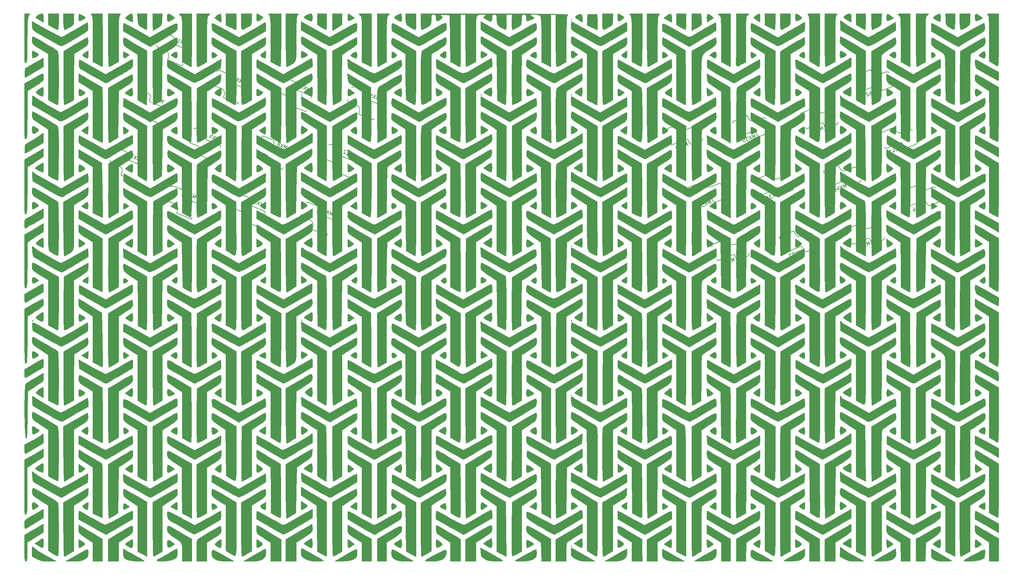
<source format=gbr>
G04 #@! TF.GenerationSoftware,KiCad,Pcbnew,(5.1.4)-1*
G04 #@! TF.CreationDate,2022-11-04T00:26:33-04:00*
G04 #@! TF.ProjectId,ThumbsUp,5468756d-6273-4557-902e-6b696361645f,rev?*
G04 #@! TF.SameCoordinates,Original*
G04 #@! TF.FileFunction,Legend,Bot*
G04 #@! TF.FilePolarity,Positive*
%FSLAX46Y46*%
G04 Gerber Fmt 4.6, Leading zero omitted, Abs format (unit mm)*
G04 Created by KiCad (PCBNEW (5.1.4)-1) date 2022-11-04 00:26:33*
%MOMM*%
%LPD*%
G04 APERTURE LIST*
%ADD10C,0.010000*%
%ADD11C,0.150000*%
G04 APERTURE END LIST*
D10*
G36*
X160176842Y-249085789D02*
G01*
X160310526Y-249219473D01*
X160444210Y-249085789D01*
X160310526Y-248952105D01*
X160176842Y-249085789D01*
X160176842Y-249085789D01*
G37*
X160176842Y-249085789D02*
X160310526Y-249219473D01*
X160444210Y-249085789D01*
X160310526Y-248952105D01*
X160176842Y-249085789D01*
G36*
X21756990Y-247574160D02*
G01*
X21686389Y-248125187D01*
X21680000Y-248395087D01*
X21715881Y-249139296D01*
X21900881Y-249420217D01*
X22351035Y-249306416D01*
X22816316Y-249066545D01*
X23339646Y-248747648D01*
X23524895Y-248481070D01*
X23332586Y-248196546D01*
X22723238Y-247823812D01*
X21880526Y-247401035D01*
X21756990Y-247574160D01*
X21756990Y-247574160D01*
G37*
X21756990Y-247574160D02*
X21686389Y-248125187D01*
X21680000Y-248395087D01*
X21715881Y-249139296D01*
X21900881Y-249420217D01*
X22351035Y-249306416D01*
X22816316Y-249066545D01*
X23339646Y-248747648D01*
X23524895Y-248481070D01*
X23332586Y-248196546D01*
X22723238Y-247823812D01*
X21880526Y-247401035D01*
X21756990Y-247574160D01*
G36*
X71755566Y-247585226D02*
G01*
X71683176Y-248178068D01*
X71677895Y-248417368D01*
X71757902Y-249175429D01*
X72032402Y-249456844D01*
X72553116Y-249282841D01*
X73010742Y-248964446D01*
X73432148Y-248583629D01*
X73551516Y-248353510D01*
X73545479Y-248346997D01*
X73028130Y-247970723D01*
X72438457Y-247604509D01*
X71985200Y-247374008D01*
X71885772Y-247347895D01*
X71755566Y-247585226D01*
X71755566Y-247585226D01*
G37*
X71755566Y-247585226D02*
X71683176Y-248178068D01*
X71677895Y-248417368D01*
X71757902Y-249175429D01*
X72032402Y-249456844D01*
X72553116Y-249282841D01*
X73010742Y-248964446D01*
X73432148Y-248583629D01*
X73551516Y-248353510D01*
X73545479Y-248346997D01*
X73028130Y-247970723D01*
X72438457Y-247604509D01*
X71985200Y-247374008D01*
X71885772Y-247347895D01*
X71755566Y-247585226D01*
G36*
X86361171Y-247472603D02*
G01*
X85732885Y-247770034D01*
X85227524Y-248125144D01*
X85046316Y-248398598D01*
X85263556Y-248614767D01*
X85787037Y-248926722D01*
X86424401Y-249237011D01*
X86983289Y-249448180D01*
X87194334Y-249486842D01*
X87356087Y-249249623D01*
X87446049Y-248657028D01*
X87452631Y-248417368D01*
X87408596Y-247718940D01*
X87228516Y-247409966D01*
X86908488Y-247347895D01*
X86361171Y-247472603D01*
X86361171Y-247472603D01*
G37*
X86361171Y-247472603D02*
X85732885Y-247770034D01*
X85227524Y-248125144D01*
X85046316Y-248398598D01*
X85263556Y-248614767D01*
X85787037Y-248926722D01*
X86424401Y-249237011D01*
X86983289Y-249448180D01*
X87194334Y-249486842D01*
X87356087Y-249249623D01*
X87446049Y-248657028D01*
X87452631Y-248417368D01*
X87408596Y-247718940D01*
X87228516Y-247409966D01*
X86908488Y-247347895D01*
X86361171Y-247472603D01*
G36*
X97420199Y-247585675D02*
G01*
X97350364Y-248177952D01*
X97345263Y-248417368D01*
X97379265Y-249138192D01*
X97557741Y-249417381D01*
X97995397Y-249314862D01*
X98534634Y-249038747D01*
X99322952Y-248612062D01*
X98534634Y-247981306D01*
X97973138Y-247570573D01*
X97587848Y-247357503D01*
X97545789Y-247349223D01*
X97420199Y-247585675D01*
X97420199Y-247585675D01*
G37*
X97420199Y-247585675D02*
X97350364Y-248177952D01*
X97345263Y-248417368D01*
X97379265Y-249138192D01*
X97557741Y-249417381D01*
X97995397Y-249314862D01*
X98534634Y-249038747D01*
X99322952Y-248612062D01*
X98534634Y-247981306D01*
X97973138Y-247570573D01*
X97587848Y-247357503D01*
X97545789Y-247349223D01*
X97420199Y-247585675D01*
G36*
X173355566Y-247585226D02*
G01*
X173283176Y-248178068D01*
X173277895Y-248417368D01*
X173357902Y-249175429D01*
X173632402Y-249456844D01*
X174153116Y-249282841D01*
X174610742Y-248964446D01*
X175032148Y-248583629D01*
X175151516Y-248353510D01*
X175145479Y-248346997D01*
X174628130Y-247970723D01*
X174038457Y-247604509D01*
X173585200Y-247374008D01*
X173485772Y-247347895D01*
X173355566Y-247585226D01*
X173355566Y-247585226D01*
G37*
X173355566Y-247585226D02*
X173283176Y-248178068D01*
X173277895Y-248417368D01*
X173357902Y-249175429D01*
X173632402Y-249456844D01*
X174153116Y-249282841D01*
X174610742Y-248964446D01*
X175032148Y-248583629D01*
X175151516Y-248353510D01*
X175145479Y-248346997D01*
X174628130Y-247970723D01*
X174038457Y-247604509D01*
X173585200Y-247374008D01*
X173485772Y-247347895D01*
X173355566Y-247585226D01*
G36*
X223285839Y-247858609D02*
G01*
X223275789Y-248417368D01*
X223339157Y-249145672D01*
X223593733Y-249425812D01*
X224136230Y-249311543D01*
X224545789Y-249123244D01*
X225051691Y-248749867D01*
X225045867Y-248355544D01*
X224522944Y-247899823D01*
X224370852Y-247806594D01*
X223714796Y-247450684D01*
X223392623Y-247445992D01*
X223285839Y-247858609D01*
X223285839Y-247858609D01*
G37*
X223285839Y-247858609D02*
X223275789Y-248417368D01*
X223339157Y-249145672D01*
X223593733Y-249425812D01*
X224136230Y-249311543D01*
X224545789Y-249123244D01*
X225051691Y-248749867D01*
X225045867Y-248355544D01*
X224522944Y-247899823D01*
X224370852Y-247806594D01*
X223714796Y-247450684D01*
X223392623Y-247445992D01*
X223285839Y-247858609D01*
G36*
X248973303Y-247821043D02*
G01*
X248943158Y-248417368D01*
X248977201Y-249138368D01*
X249155816Y-249417462D01*
X249593730Y-249314685D01*
X250131569Y-249039250D01*
X250918927Y-248613068D01*
X250183501Y-247980481D01*
X249525656Y-247485800D01*
X249144339Y-247424876D01*
X248973303Y-247821043D01*
X248973303Y-247821043D01*
G37*
X248973303Y-247821043D02*
X248943158Y-248417368D01*
X248977201Y-249138368D01*
X249155816Y-249417462D01*
X249593730Y-249314685D01*
X250131569Y-249039250D01*
X250918927Y-248613068D01*
X250183501Y-247980481D01*
X249525656Y-247485800D01*
X249144339Y-247424876D01*
X248973303Y-247821043D01*
G36*
X273855375Y-247782245D02*
G01*
X273808421Y-248417368D01*
X273865796Y-249127636D01*
X274100244Y-249419215D01*
X274605251Y-249331773D01*
X275245167Y-249026992D01*
X276013493Y-248623865D01*
X275245167Y-247995495D01*
X274519629Y-247485130D01*
X274073986Y-247408872D01*
X273855375Y-247782245D01*
X273855375Y-247782245D01*
G37*
X273855375Y-247782245D02*
X273808421Y-248417368D01*
X273865796Y-249127636D01*
X274100244Y-249419215D01*
X274605251Y-249331773D01*
X275245167Y-249026992D01*
X276013493Y-248623865D01*
X275245167Y-247995495D01*
X274519629Y-247485130D01*
X274073986Y-247408872D01*
X273855375Y-247782245D01*
G36*
X10693471Y-247479176D02*
G01*
X10176560Y-247789745D01*
X9770115Y-248154693D01*
X9634595Y-248449109D01*
X9672341Y-248506261D01*
X9949210Y-248684735D01*
X10515915Y-249032484D01*
X10784737Y-249194850D01*
X11787368Y-249797823D01*
X11787368Y-248572859D01*
X11759016Y-247820229D01*
X11625857Y-247460372D01*
X11315740Y-247352320D01*
X11160386Y-247347895D01*
X10693471Y-247479176D01*
X10693471Y-247479176D01*
G37*
X10693471Y-247479176D02*
X10176560Y-247789745D01*
X9770115Y-248154693D01*
X9634595Y-248449109D01*
X9672341Y-248506261D01*
X9949210Y-248684735D01*
X10515915Y-249032484D01*
X10784737Y-249194850D01*
X11787368Y-249797823D01*
X11787368Y-248572859D01*
X11759016Y-247820229D01*
X11625857Y-247460372D01*
X11315740Y-247352320D01*
X11160386Y-247347895D01*
X10693471Y-247479176D01*
G36*
X36073631Y-247488008D02*
G01*
X35426984Y-247967840D01*
X34706254Y-248587785D01*
X35694726Y-249170998D01*
X36326337Y-249528863D01*
X36738157Y-249734680D01*
X36801599Y-249754210D01*
X36872239Y-249515019D01*
X36914589Y-248909901D01*
X36920000Y-248551052D01*
X36838751Y-247714838D01*
X36569420Y-247365487D01*
X36073631Y-247488008D01*
X36073631Y-247488008D01*
G37*
X36073631Y-247488008D02*
X35426984Y-247967840D01*
X34706254Y-248587785D01*
X35694726Y-249170998D01*
X36326337Y-249528863D01*
X36738157Y-249734680D01*
X36801599Y-249754210D01*
X36872239Y-249515019D01*
X36914589Y-248909901D01*
X36920000Y-248551052D01*
X36838751Y-247714838D01*
X36569420Y-247365487D01*
X36073631Y-247488008D01*
G36*
X46590449Y-247785648D02*
G01*
X46545263Y-248401589D01*
X46591395Y-249097500D01*
X46706122Y-249523135D01*
X46745789Y-249565856D01*
X47081471Y-249511517D01*
X47668637Y-249239589D01*
X47854376Y-249133127D01*
X48762436Y-248589827D01*
X47988060Y-247970189D01*
X47257791Y-247470400D01*
X46809387Y-247403664D01*
X46590449Y-247785648D01*
X46590449Y-247785648D01*
G37*
X46590449Y-247785648D02*
X46545263Y-248401589D01*
X46591395Y-249097500D01*
X46706122Y-249523135D01*
X46745789Y-249565856D01*
X47081471Y-249511517D01*
X47668637Y-249239589D01*
X47854376Y-249133127D01*
X48762436Y-248589827D01*
X47988060Y-247970189D01*
X47257791Y-247470400D01*
X46809387Y-247403664D01*
X46590449Y-247785648D01*
G36*
X61235195Y-247482967D02*
G01*
X60704285Y-247799965D01*
X60223639Y-248166561D01*
X59983634Y-248450424D01*
X59982534Y-248490235D01*
X60238176Y-248765623D01*
X60776810Y-249165801D01*
X60920885Y-249259437D01*
X61785263Y-249806722D01*
X61785263Y-248577308D01*
X61754241Y-247850491D01*
X61675585Y-247409280D01*
X61625990Y-247347895D01*
X61235195Y-247482967D01*
X61235195Y-247482967D01*
G37*
X61235195Y-247482967D02*
X60704285Y-247799965D01*
X60223639Y-248166561D01*
X59983634Y-248450424D01*
X59982534Y-248490235D01*
X60238176Y-248765623D01*
X60776810Y-249165801D01*
X60920885Y-249259437D01*
X61785263Y-249806722D01*
X61785263Y-248577308D01*
X61754241Y-247850491D01*
X61675585Y-247409280D01*
X61625990Y-247347895D01*
X61235195Y-247482967D01*
G36*
X111869283Y-247474023D02*
G01*
X111288523Y-247772483D01*
X110751086Y-248123392D01*
X110458027Y-248406864D01*
X110446316Y-248448605D01*
X110654176Y-248703143D01*
X111149780Y-249044095D01*
X111741165Y-249364471D01*
X112236366Y-249557282D01*
X112429224Y-249553758D01*
X112557694Y-249180076D01*
X112588153Y-248564026D01*
X112533755Y-247917524D01*
X112407654Y-247452487D01*
X112292305Y-247347895D01*
X111869283Y-247474023D01*
X111869283Y-247474023D01*
G37*
X111869283Y-247474023D02*
X111288523Y-247772483D01*
X110751086Y-248123392D01*
X110458027Y-248406864D01*
X110446316Y-248448605D01*
X110654176Y-248703143D01*
X111149780Y-249044095D01*
X111741165Y-249364471D01*
X112236366Y-249557282D01*
X112429224Y-249553758D01*
X112557694Y-249180076D01*
X112588153Y-248564026D01*
X112533755Y-247917524D01*
X112407654Y-247452487D01*
X112292305Y-247347895D01*
X111869283Y-247474023D01*
G36*
X162483671Y-247518962D02*
G01*
X162136091Y-247666996D01*
X161525156Y-248047333D01*
X161399238Y-248405770D01*
X161766868Y-248812359D01*
X162318028Y-249160615D01*
X163385263Y-249770177D01*
X163385263Y-248708499D01*
X163303465Y-247858639D01*
X163021313Y-247477450D01*
X162483671Y-247518962D01*
X162483671Y-247518962D01*
G37*
X162483671Y-247518962D02*
X162136091Y-247666996D01*
X161525156Y-248047333D01*
X161399238Y-248405770D01*
X161766868Y-248812359D01*
X162318028Y-249160615D01*
X163385263Y-249770177D01*
X163385263Y-248708499D01*
X163303465Y-247858639D01*
X163021313Y-247477450D01*
X162483671Y-247518962D01*
G36*
X187745977Y-247499762D02*
G01*
X187058221Y-247983646D01*
X186266968Y-248616741D01*
X187392431Y-249190910D01*
X188517895Y-249765078D01*
X188517895Y-248556486D01*
X188451788Y-247734863D01*
X188214145Y-247390338D01*
X187745977Y-247499762D01*
X187745977Y-247499762D01*
G37*
X187745977Y-247499762D02*
X187058221Y-247983646D01*
X186266968Y-248616741D01*
X187392431Y-249190910D01*
X188517895Y-249765078D01*
X188517895Y-248556486D01*
X188451788Y-247734863D01*
X188214145Y-247390338D01*
X187745977Y-247499762D01*
G36*
X198443184Y-247855870D02*
G01*
X198410526Y-248551052D01*
X198423766Y-249263315D01*
X198457273Y-249682832D01*
X198477368Y-249732060D01*
X198724431Y-249591720D01*
X199258313Y-249269050D01*
X199451957Y-249150052D01*
X200359703Y-248590194D01*
X199637574Y-247969044D01*
X198988405Y-247482213D01*
X198612769Y-247433820D01*
X198443184Y-247855870D01*
X198443184Y-247855870D01*
G37*
X198443184Y-247855870D02*
X198410526Y-248551052D01*
X198423766Y-249263315D01*
X198457273Y-249682832D01*
X198477368Y-249732060D01*
X198724431Y-249591720D01*
X199258313Y-249269050D01*
X199451957Y-249150052D01*
X200359703Y-248590194D01*
X199637574Y-247969044D01*
X198988405Y-247482213D01*
X198612769Y-247433820D01*
X198443184Y-247855870D01*
G36*
X212862375Y-247479269D02*
G01*
X212323949Y-247786850D01*
X211810549Y-248140823D01*
X211524122Y-248411373D01*
X211511579Y-248448605D01*
X211719985Y-248686567D01*
X212240351Y-249057353D01*
X212447368Y-249184047D01*
X213383158Y-249736176D01*
X213383158Y-248542035D01*
X213351275Y-247827395D01*
X213270677Y-247400799D01*
X213223884Y-247347895D01*
X212862375Y-247479269D01*
X212862375Y-247479269D01*
G37*
X212862375Y-247479269D02*
X212323949Y-247786850D01*
X211810549Y-248140823D01*
X211524122Y-248411373D01*
X211511579Y-248448605D01*
X211719985Y-248686567D01*
X212240351Y-249057353D01*
X212447368Y-249184047D01*
X213383158Y-249736176D01*
X213383158Y-248542035D01*
X213351275Y-247827395D01*
X213270677Y-247400799D01*
X213223884Y-247347895D01*
X212862375Y-247479269D01*
G36*
X237876697Y-247509271D02*
G01*
X237290668Y-247852140D01*
X236926047Y-248197080D01*
X236887916Y-248485276D01*
X237227766Y-248801946D01*
X237997089Y-249232306D01*
X238181579Y-249326608D01*
X239050526Y-249767942D01*
X239050526Y-248557918D01*
X239017661Y-247806192D01*
X238876524Y-247449324D01*
X238563304Y-247349289D01*
X238491119Y-247347895D01*
X237876697Y-247509271D01*
X237876697Y-247509271D01*
G37*
X237876697Y-247509271D02*
X237290668Y-247852140D01*
X236926047Y-248197080D01*
X236887916Y-248485276D01*
X237227766Y-248801946D01*
X237997089Y-249232306D01*
X238181579Y-249326608D01*
X239050526Y-249767942D01*
X239050526Y-248557918D01*
X239017661Y-247806192D01*
X238876524Y-247449324D01*
X238563304Y-247349289D01*
X238491119Y-247347895D01*
X237876697Y-247509271D01*
G36*
X263467177Y-247474023D02*
G01*
X262886418Y-247772483D01*
X262348980Y-248123392D01*
X262055922Y-248406864D01*
X262044210Y-248448605D01*
X262252071Y-248703143D01*
X262747675Y-249044095D01*
X263339060Y-249364471D01*
X263834260Y-249557282D01*
X264027119Y-249553758D01*
X264155589Y-249180076D01*
X264186048Y-248564026D01*
X264131650Y-247917524D01*
X264005549Y-247452487D01*
X263890200Y-247347895D01*
X263467177Y-247474023D01*
X263467177Y-247474023D01*
G37*
X263467177Y-247474023D02*
X262886418Y-247772483D01*
X262348980Y-248123392D01*
X262055922Y-248406864D01*
X262044210Y-248448605D01*
X262252071Y-248703143D01*
X262747675Y-249044095D01*
X263339060Y-249364471D01*
X263834260Y-249557282D01*
X264027119Y-249553758D01*
X264155589Y-249180076D01*
X264186048Y-248564026D01*
X264131650Y-247917524D01*
X264005549Y-247452487D01*
X263890200Y-247347895D01*
X263467177Y-247474023D01*
G36*
X13124210Y-250510598D02*
G01*
X14361044Y-251201878D01*
X15100208Y-251592055D01*
X15653927Y-251842718D01*
X15831571Y-251893158D01*
X15937173Y-251646314D01*
X16017940Y-250987603D01*
X16061250Y-250039753D01*
X16065263Y-249620526D01*
X16065263Y-247347895D01*
X13124210Y-247347895D01*
X13124210Y-250510598D01*
X13124210Y-250510598D01*
G37*
X13124210Y-250510598D02*
X14361044Y-251201878D01*
X15100208Y-251592055D01*
X15653927Y-251842718D01*
X15831571Y-251893158D01*
X15937173Y-251646314D01*
X16017940Y-250987603D01*
X16061250Y-250039753D01*
X16065263Y-249620526D01*
X16065263Y-247347895D01*
X13124210Y-247347895D01*
X13124210Y-250510598D01*
G36*
X17402105Y-249620526D02*
G01*
X17416889Y-250803972D01*
X17506280Y-251511028D01*
X17737835Y-251799994D01*
X18179113Y-251729172D01*
X18897672Y-251356862D01*
X19206842Y-251177960D01*
X19838940Y-250788291D01*
X20178290Y-250441299D01*
X20315958Y-249956996D01*
X20343008Y-249155396D01*
X20343158Y-248932073D01*
X20343158Y-247347895D01*
X17402105Y-247347895D01*
X17402105Y-249620526D01*
X17402105Y-249620526D01*
G37*
X17402105Y-249620526D02*
X17416889Y-250803972D01*
X17506280Y-251511028D01*
X17737835Y-251799994D01*
X18179113Y-251729172D01*
X18897672Y-251356862D01*
X19206842Y-251177960D01*
X19838940Y-250788291D01*
X20178290Y-250441299D01*
X20315958Y-249956996D01*
X20343008Y-249155396D01*
X20343158Y-248932073D01*
X20343158Y-247347895D01*
X17402105Y-247347895D01*
X17402105Y-249620526D01*
G36*
X38310926Y-248979512D02*
G01*
X38371352Y-249887384D01*
X38503567Y-250435859D01*
X38801685Y-250799809D01*
X39359821Y-251154109D01*
X39534019Y-251252144D01*
X40220949Y-251623980D01*
X40693740Y-251855294D01*
X40804019Y-251893158D01*
X40861190Y-251646270D01*
X40904914Y-250987451D01*
X40928357Y-250039462D01*
X40930526Y-249620526D01*
X40930526Y-247347895D01*
X38231326Y-247347895D01*
X38310926Y-248979512D01*
X38310926Y-248979512D01*
G37*
X38310926Y-248979512D02*
X38371352Y-249887384D01*
X38503567Y-250435859D01*
X38801685Y-250799809D01*
X39359821Y-251154109D01*
X39534019Y-251252144D01*
X40220949Y-251623980D01*
X40693740Y-251855294D01*
X40804019Y-251893158D01*
X40861190Y-251646270D01*
X40904914Y-250987451D01*
X40928357Y-250039462D01*
X40930526Y-249620526D01*
X40930526Y-247347895D01*
X38231326Y-247347895D01*
X38310926Y-248979512D01*
G36*
X63122105Y-250547307D02*
G01*
X64450059Y-251220233D01*
X65203300Y-251589965D01*
X65746493Y-251834384D01*
X65920585Y-251893158D01*
X65985017Y-251646275D01*
X66034293Y-250987468D01*
X66060712Y-250039495D01*
X66063158Y-249620526D01*
X66063158Y-247347895D01*
X63122105Y-247347895D01*
X63122105Y-250547307D01*
X63122105Y-250547307D01*
G37*
X63122105Y-250547307D02*
X64450059Y-251220233D01*
X65203300Y-251589965D01*
X65746493Y-251834384D01*
X65920585Y-251893158D01*
X65985017Y-251646275D01*
X66034293Y-250987468D01*
X66060712Y-250039495D01*
X66063158Y-249620526D01*
X66063158Y-247347895D01*
X63122105Y-247347895D01*
X63122105Y-250547307D01*
G36*
X67400000Y-249620526D02*
G01*
X67414784Y-250803972D01*
X67504175Y-251511028D01*
X67735730Y-251799994D01*
X68177008Y-251729172D01*
X68895567Y-251356862D01*
X69204737Y-251177960D01*
X69836835Y-250788291D01*
X70176185Y-250441299D01*
X70313852Y-249956996D01*
X70340903Y-249155396D01*
X70341053Y-248932073D01*
X70341053Y-247347895D01*
X67400000Y-247347895D01*
X67400000Y-249620526D01*
X67400000Y-249620526D01*
G37*
X67400000Y-249620526D02*
X67414784Y-250803972D01*
X67504175Y-251511028D01*
X67735730Y-251799994D01*
X68177008Y-251729172D01*
X68895567Y-251356862D01*
X69204737Y-251177960D01*
X69836835Y-250788291D01*
X70176185Y-250441299D01*
X70313852Y-249956996D01*
X70340903Y-249155396D01*
X70341053Y-248932073D01*
X70341053Y-247347895D01*
X67400000Y-247347895D01*
X67400000Y-249620526D01*
G36*
X88789474Y-250505504D02*
G01*
X89973400Y-251199331D01*
X90675126Y-251594506D01*
X91174009Y-251845783D01*
X91310242Y-251893158D01*
X91379347Y-251646279D01*
X91432198Y-250987480D01*
X91460535Y-250039518D01*
X91463158Y-249620526D01*
X91463158Y-247347895D01*
X88789474Y-247347895D01*
X88789474Y-250505504D01*
X88789474Y-250505504D01*
G37*
X88789474Y-250505504D02*
X89973400Y-251199331D01*
X90675126Y-251594506D01*
X91174009Y-251845783D01*
X91310242Y-251893158D01*
X91379347Y-251646279D01*
X91432198Y-250987480D01*
X91460535Y-250039518D01*
X91463158Y-249620526D01*
X91463158Y-247347895D01*
X88789474Y-247347895D01*
X88789474Y-250505504D01*
G36*
X113654737Y-248776982D02*
G01*
X113726909Y-249806703D01*
X113963691Y-250438301D01*
X114122631Y-250616319D01*
X114614313Y-250969619D01*
X115289674Y-251371438D01*
X115951638Y-251713602D01*
X116403126Y-251887935D01*
X116448828Y-251893158D01*
X116515243Y-251646277D01*
X116566036Y-250987473D01*
X116593269Y-250039504D01*
X116595789Y-249620526D01*
X116595789Y-247347895D01*
X113654737Y-247347895D01*
X113654737Y-248776982D01*
X113654737Y-248776982D01*
G37*
X113654737Y-248776982D02*
X113726909Y-249806703D01*
X113963691Y-250438301D01*
X114122631Y-250616319D01*
X114614313Y-250969619D01*
X115289674Y-251371438D01*
X115951638Y-251713602D01*
X116403126Y-251887935D01*
X116448828Y-251893158D01*
X116515243Y-251646277D01*
X116566036Y-250987473D01*
X116593269Y-250039504D01*
X116595789Y-249620526D01*
X116595789Y-247347895D01*
X113654737Y-247347895D01*
X113654737Y-248776982D01*
G36*
X164775936Y-249007850D02*
G01*
X164696082Y-250534120D01*
X166037047Y-251213639D01*
X166796330Y-251585630D01*
X167348399Y-251832447D01*
X167531398Y-251893158D01*
X167592947Y-251646862D01*
X167623171Y-250990900D01*
X167617800Y-250049655D01*
X167607129Y-249687368D01*
X167529474Y-247481579D01*
X164855789Y-247481579D01*
X164775936Y-249007850D01*
X164775936Y-249007850D01*
G37*
X164775936Y-249007850D02*
X164696082Y-250534120D01*
X166037047Y-251213639D01*
X166796330Y-251585630D01*
X167348399Y-251832447D01*
X167531398Y-251893158D01*
X167592947Y-251646862D01*
X167623171Y-250990900D01*
X167617800Y-250049655D01*
X167607129Y-249687368D01*
X167529474Y-247481579D01*
X164855789Y-247481579D01*
X164775936Y-249007850D01*
G36*
X169000000Y-249620526D02*
G01*
X169014784Y-250803972D01*
X169104175Y-251511028D01*
X169335730Y-251799994D01*
X169777008Y-251729172D01*
X170495567Y-251356862D01*
X170804737Y-251177960D01*
X171436835Y-250788291D01*
X171776185Y-250441299D01*
X171913852Y-249956996D01*
X171940903Y-249155396D01*
X171941053Y-248932073D01*
X171941053Y-247347895D01*
X169000000Y-247347895D01*
X169000000Y-249620526D01*
X169000000Y-249620526D01*
G37*
X169000000Y-249620526D02*
X169014784Y-250803972D01*
X169104175Y-251511028D01*
X169335730Y-251799994D01*
X169777008Y-251729172D01*
X170495567Y-251356862D01*
X170804737Y-251177960D01*
X171436835Y-250788291D01*
X171776185Y-250441299D01*
X171913852Y-249956996D01*
X171940903Y-249155396D01*
X171941053Y-248932073D01*
X171941053Y-247347895D01*
X169000000Y-247347895D01*
X169000000Y-249620526D01*
G36*
X189854737Y-250505504D02*
G01*
X191038663Y-251199331D01*
X191740389Y-251594506D01*
X192239272Y-251845783D01*
X192375505Y-251893158D01*
X192444610Y-251646279D01*
X192497461Y-250987480D01*
X192525798Y-250039518D01*
X192528421Y-249620526D01*
X192528421Y-247347895D01*
X189854737Y-247347895D01*
X189854737Y-250505504D01*
X189854737Y-250505504D01*
G37*
X189854737Y-250505504D02*
X191038663Y-251199331D01*
X191740389Y-251594506D01*
X192239272Y-251845783D01*
X192375505Y-251893158D01*
X192444610Y-251646279D01*
X192497461Y-250987480D01*
X192525798Y-250039518D01*
X192528421Y-249620526D01*
X192528421Y-247347895D01*
X189854737Y-247347895D01*
X189854737Y-250505504D01*
G36*
X214720000Y-250547307D02*
G01*
X216047954Y-251220233D01*
X216801194Y-251589965D01*
X217344388Y-251834384D01*
X217518480Y-251893158D01*
X217582911Y-251646275D01*
X217632188Y-250987468D01*
X217658607Y-250039495D01*
X217661053Y-249620526D01*
X217661053Y-247347895D01*
X214720000Y-247347895D01*
X214720000Y-250547307D01*
X214720000Y-250547307D01*
G37*
X214720000Y-250547307D02*
X216047954Y-251220233D01*
X216801194Y-251589965D01*
X217344388Y-251834384D01*
X217518480Y-251893158D01*
X217582911Y-251646275D01*
X217632188Y-250987468D01*
X217658607Y-250039495D01*
X217661053Y-249620526D01*
X217661053Y-247347895D01*
X214720000Y-247347895D01*
X214720000Y-250547307D01*
G36*
X218997895Y-249620526D02*
G01*
X219012679Y-250803972D01*
X219102069Y-251511028D01*
X219333625Y-251799994D01*
X219774903Y-251729172D01*
X220493462Y-251356862D01*
X220802631Y-251177960D01*
X221434730Y-250788291D01*
X221774080Y-250441299D01*
X221911747Y-249956996D01*
X221938797Y-249155396D01*
X221938947Y-248932073D01*
X221938947Y-247347895D01*
X218997895Y-247347895D01*
X218997895Y-249620526D01*
X218997895Y-249620526D01*
G37*
X218997895Y-249620526D02*
X219012679Y-250803972D01*
X219102069Y-251511028D01*
X219333625Y-251799994D01*
X219774903Y-251729172D01*
X220493462Y-251356862D01*
X220802631Y-251177960D01*
X221434730Y-250788291D01*
X221774080Y-250441299D01*
X221911747Y-249956996D01*
X221938797Y-249155396D01*
X221938947Y-248932073D01*
X221938947Y-247347895D01*
X218997895Y-247347895D01*
X218997895Y-249620526D01*
G36*
X240387368Y-250510598D02*
G01*
X241624202Y-251201878D01*
X242334037Y-251588962D01*
X242827206Y-251839825D01*
X242961044Y-251893158D01*
X243006241Y-251646263D01*
X243040806Y-250987427D01*
X243059338Y-250039417D01*
X243061053Y-249620526D01*
X243061053Y-247347895D01*
X240387368Y-247347895D01*
X240387368Y-250510598D01*
X240387368Y-250510598D01*
G37*
X240387368Y-250510598D02*
X241624202Y-251201878D01*
X242334037Y-251588962D01*
X242827206Y-251839825D01*
X242961044Y-251893158D01*
X243006241Y-251646263D01*
X243040806Y-250987427D01*
X243059338Y-250039417D01*
X243061053Y-249620526D01*
X243061053Y-247347895D01*
X240387368Y-247347895D01*
X240387368Y-250510598D01*
G36*
X244665263Y-249620526D02*
G01*
X244687021Y-250645714D01*
X244745086Y-251427562D01*
X244828648Y-251844177D01*
X244865789Y-251881341D01*
X245206275Y-251760133D01*
X245830260Y-251468356D01*
X246135789Y-251313047D01*
X246800300Y-250959789D01*
X247232802Y-250715830D01*
X247305717Y-250667392D01*
X247375243Y-250374638D01*
X247454363Y-249704132D01*
X247514267Y-248963055D01*
X247622363Y-247347895D01*
X244665263Y-247347895D01*
X244665263Y-249620526D01*
X244665263Y-249620526D01*
G37*
X244665263Y-249620526D02*
X244687021Y-250645714D01*
X244745086Y-251427562D01*
X244828648Y-251844177D01*
X244865789Y-251881341D01*
X245206275Y-251760133D01*
X245830260Y-251468356D01*
X246135789Y-251313047D01*
X246800300Y-250959789D01*
X247232802Y-250715830D01*
X247305717Y-250667392D01*
X247375243Y-250374638D01*
X247454363Y-249704132D01*
X247514267Y-248963055D01*
X247622363Y-247347895D01*
X244665263Y-247347895D01*
X244665263Y-249620526D01*
G36*
X265574084Y-249011682D02*
G01*
X265634363Y-249931968D01*
X265761789Y-250488108D01*
X266042609Y-250850350D01*
X266563071Y-251188944D01*
X266723158Y-251279916D01*
X267404689Y-251643206D01*
X267888305Y-251861206D01*
X267993158Y-251888759D01*
X268083758Y-251643988D01*
X268153057Y-250987009D01*
X268190231Y-250040247D01*
X268193684Y-249620526D01*
X268193684Y-247347895D01*
X265494484Y-247347895D01*
X265574084Y-249011682D01*
X265574084Y-249011682D01*
G37*
X265574084Y-249011682D02*
X265634363Y-249931968D01*
X265761789Y-250488108D01*
X266042609Y-250850350D01*
X266563071Y-251188944D01*
X266723158Y-251279916D01*
X267404689Y-251643206D01*
X267888305Y-251861206D01*
X267993158Y-251888759D01*
X268083758Y-251643988D01*
X268153057Y-250987009D01*
X268190231Y-250040247D01*
X268193684Y-249620526D01*
X268193684Y-247347895D01*
X265494484Y-247347895D01*
X265574084Y-249011682D01*
G36*
X269530526Y-249620526D02*
G01*
X269547772Y-250815614D01*
X269642516Y-251532832D01*
X269879270Y-251828893D01*
X270322542Y-251760506D01*
X271036845Y-251384381D01*
X271335263Y-251207053D01*
X271966783Y-250806619D01*
X272306163Y-250452824D01*
X272444133Y-249964413D01*
X272471419Y-249160133D01*
X272471579Y-248936951D01*
X272471579Y-247347895D01*
X269530526Y-247347895D01*
X269530526Y-249620526D01*
X269530526Y-249620526D01*
G37*
X269530526Y-249620526D02*
X269547772Y-250815614D01*
X269642516Y-251532832D01*
X269879270Y-251828893D01*
X270322542Y-251760506D01*
X271036845Y-251384381D01*
X271335263Y-251207053D01*
X271966783Y-250806619D01*
X272306163Y-250452824D01*
X272444133Y-249964413D01*
X272471419Y-249160133D01*
X272471579Y-248936951D01*
X272471579Y-247347895D01*
X269530526Y-247347895D01*
X269530526Y-249620526D01*
G36*
X42534737Y-249754210D02*
G01*
X42541598Y-250810876D01*
X42559980Y-251626353D01*
X42586577Y-252082712D01*
X42601579Y-252139510D01*
X42847493Y-252001160D01*
X43406680Y-251668707D01*
X43871579Y-251387901D01*
X44531263Y-250965906D01*
X44898165Y-250598404D01*
X45068663Y-250106181D01*
X45139134Y-249310020D01*
X45154337Y-249002602D01*
X45233937Y-247347895D01*
X42534737Y-247347895D01*
X42534737Y-249754210D01*
X42534737Y-249754210D01*
G37*
X42534737Y-249754210D02*
X42541598Y-250810876D01*
X42559980Y-251626353D01*
X42586577Y-252082712D01*
X42601579Y-252139510D01*
X42847493Y-252001160D01*
X43406680Y-251668707D01*
X43871579Y-251387901D01*
X44531263Y-250965906D01*
X44898165Y-250598404D01*
X45068663Y-250106181D01*
X45139134Y-249310020D01*
X45154337Y-249002602D01*
X45233937Y-247347895D01*
X42534737Y-247347895D01*
X42534737Y-249754210D01*
G36*
X93067368Y-249754210D02*
G01*
X93074231Y-250811230D01*
X93092617Y-251627410D01*
X93119219Y-252084663D01*
X93134210Y-252141922D01*
X93377045Y-252000766D01*
X93934372Y-251655666D01*
X94471053Y-251317209D01*
X95741053Y-250511101D01*
X95741053Y-247347895D01*
X93067368Y-247347895D01*
X93067368Y-249754210D01*
X93067368Y-249754210D01*
G37*
X93067368Y-249754210D02*
X93074231Y-250811230D01*
X93092617Y-251627410D01*
X93119219Y-252084663D01*
X93134210Y-252141922D01*
X93377045Y-252000766D01*
X93934372Y-251655666D01*
X94471053Y-251317209D01*
X95741053Y-250511101D01*
X95741053Y-247347895D01*
X93067368Y-247347895D01*
X93067368Y-249754210D01*
G36*
X194132631Y-249754210D02*
G01*
X194139487Y-250809290D01*
X194157852Y-251621618D01*
X194184428Y-252073974D01*
X194199474Y-252128691D01*
X194450143Y-251992423D01*
X195024159Y-251675592D01*
X195533080Y-251393428D01*
X196259711Y-250953360D01*
X196765401Y-250578640D01*
X196903696Y-250420097D01*
X196938698Y-250016860D01*
X196914880Y-249279639D01*
X196872914Y-248749044D01*
X196738282Y-247347895D01*
X194132631Y-247347895D01*
X194132631Y-249754210D01*
X194132631Y-249754210D01*
G37*
X194132631Y-249754210D02*
X194139487Y-250809290D01*
X194157852Y-251621618D01*
X194184428Y-252073974D01*
X194199474Y-252128691D01*
X194450143Y-251992423D01*
X195024159Y-251675592D01*
X195533080Y-251393428D01*
X196259711Y-250953360D01*
X196765401Y-250578640D01*
X196903696Y-250420097D01*
X196938698Y-250016860D01*
X196914880Y-249279639D01*
X196872914Y-248749044D01*
X196738282Y-247347895D01*
X194132631Y-247347895D01*
X194132631Y-249754210D01*
G36*
X8578947Y-250645235D02*
G01*
X8600673Y-251301613D01*
X8734483Y-251744197D01*
X9083326Y-252116154D01*
X9750152Y-252560650D01*
X10116316Y-252783180D01*
X11974837Y-253890393D01*
X13607507Y-254832095D01*
X14964840Y-255581391D01*
X15997352Y-256111389D01*
X16655558Y-256395196D01*
X16838893Y-256436618D01*
X17213405Y-256304073D01*
X17948649Y-255941206D01*
X18950051Y-255398119D01*
X20123033Y-254724913D01*
X20566758Y-254461754D01*
X21766623Y-253736978D01*
X22809265Y-253093991D01*
X23604449Y-252589434D01*
X24061944Y-252279946D01*
X24126538Y-252227251D01*
X24273373Y-251813064D01*
X24315516Y-251105717D01*
X24303990Y-250883282D01*
X24220000Y-249800755D01*
X20744210Y-251805927D01*
X19507859Y-252516464D01*
X18427326Y-253132358D01*
X17591184Y-253603515D01*
X17088004Y-253879840D01*
X16992328Y-253927905D01*
X16654902Y-253844945D01*
X15918845Y-253516543D01*
X14843264Y-252973704D01*
X13487262Y-252247433D01*
X11909944Y-251368736D01*
X10170414Y-250368617D01*
X9848947Y-250180622D01*
X8578947Y-249436030D01*
X8578947Y-250645235D01*
X8578947Y-250645235D01*
G37*
X8578947Y-250645235D02*
X8600673Y-251301613D01*
X8734483Y-251744197D01*
X9083326Y-252116154D01*
X9750152Y-252560650D01*
X10116316Y-252783180D01*
X11974837Y-253890393D01*
X13607507Y-254832095D01*
X14964840Y-255581391D01*
X15997352Y-256111389D01*
X16655558Y-256395196D01*
X16838893Y-256436618D01*
X17213405Y-256304073D01*
X17948649Y-255941206D01*
X18950051Y-255398119D01*
X20123033Y-254724913D01*
X20566758Y-254461754D01*
X21766623Y-253736978D01*
X22809265Y-253093991D01*
X23604449Y-252589434D01*
X24061944Y-252279946D01*
X24126538Y-252227251D01*
X24273373Y-251813064D01*
X24315516Y-251105717D01*
X24303990Y-250883282D01*
X24220000Y-249800755D01*
X20744210Y-251805927D01*
X19507859Y-252516464D01*
X18427326Y-253132358D01*
X17591184Y-253603515D01*
X17088004Y-253879840D01*
X16992328Y-253927905D01*
X16654902Y-253844945D01*
X15918845Y-253516543D01*
X14843264Y-252973704D01*
X13487262Y-252247433D01*
X11909944Y-251368736D01*
X10170414Y-250368617D01*
X9848947Y-250180622D01*
X8578947Y-249436030D01*
X8578947Y-250645235D01*
G36*
X84255936Y-250779415D02*
G01*
X84267661Y-252026842D01*
X88102102Y-254232631D01*
X89418511Y-254972021D01*
X90602258Y-255603525D01*
X91564338Y-256082245D01*
X92215746Y-256363276D01*
X92435114Y-256418577D01*
X92831563Y-256279554D01*
X93589947Y-255910027D01*
X94616519Y-255359306D01*
X95817532Y-254676704D01*
X96409474Y-254328003D01*
X99885263Y-252257272D01*
X99967478Y-251139426D01*
X99956031Y-250354785D01*
X99781313Y-250028186D01*
X99738588Y-250021579D01*
X99408151Y-250147979D01*
X98703673Y-250496321D01*
X97713710Y-251020314D01*
X96526815Y-251673668D01*
X95878238Y-252039481D01*
X92328994Y-254057383D01*
X84244210Y-249531989D01*
X84255936Y-250779415D01*
X84255936Y-250779415D01*
G37*
X84255936Y-250779415D02*
X84267661Y-252026842D01*
X88102102Y-254232631D01*
X89418511Y-254972021D01*
X90602258Y-255603525D01*
X91564338Y-256082245D01*
X92215746Y-256363276D01*
X92435114Y-256418577D01*
X92831563Y-256279554D01*
X93589947Y-255910027D01*
X94616519Y-255359306D01*
X95817532Y-254676704D01*
X96409474Y-254328003D01*
X99885263Y-252257272D01*
X99967478Y-251139426D01*
X99956031Y-250354785D01*
X99781313Y-250028186D01*
X99738588Y-250021579D01*
X99408151Y-250147979D01*
X98703673Y-250496321D01*
X97713710Y-251020314D01*
X96526815Y-251673668D01*
X95878238Y-252039481D01*
X92328994Y-254057383D01*
X84244210Y-249531989D01*
X84255936Y-250779415D01*
G36*
X124662958Y-250017949D02*
G01*
X123997127Y-250332763D01*
X123036335Y-250834131D01*
X121863351Y-251479432D01*
X121067561Y-251932117D01*
X117384596Y-254052742D01*
X115987561Y-253284784D01*
X115093930Y-252788990D01*
X113943737Y-252144592D01*
X112744785Y-251468145D01*
X112394011Y-251269202D01*
X111414653Y-250727033D01*
X110603006Y-250303876D01*
X110075062Y-250058921D01*
X109949070Y-250021579D01*
X109805198Y-250259146D01*
X109737816Y-250856315D01*
X109739270Y-251150595D01*
X109777895Y-252279612D01*
X113387368Y-254354604D01*
X114657334Y-255070630D01*
X115784940Y-255680133D01*
X116680314Y-256136546D01*
X117253583Y-256393304D01*
X117397895Y-256432546D01*
X117805706Y-256304700D01*
X118529751Y-255962820D01*
X119431317Y-255473887D01*
X119670526Y-255335154D01*
X121397342Y-254321411D01*
X122719609Y-253541734D01*
X123690946Y-252954460D01*
X124364970Y-252517926D01*
X124795299Y-252190467D01*
X125035552Y-251930421D01*
X125139347Y-251696125D01*
X125160301Y-251445914D01*
X125152034Y-251138125D01*
X125151579Y-251076156D01*
X125104024Y-250387885D01*
X124986210Y-249969350D01*
X124951053Y-249932315D01*
X124662958Y-250017949D01*
X124662958Y-250017949D01*
G37*
X124662958Y-250017949D02*
X123997127Y-250332763D01*
X123036335Y-250834131D01*
X121863351Y-251479432D01*
X121067561Y-251932117D01*
X117384596Y-254052742D01*
X115987561Y-253284784D01*
X115093930Y-252788990D01*
X113943737Y-252144592D01*
X112744785Y-251468145D01*
X112394011Y-251269202D01*
X111414653Y-250727033D01*
X110603006Y-250303876D01*
X110075062Y-250058921D01*
X109949070Y-250021579D01*
X109805198Y-250259146D01*
X109737816Y-250856315D01*
X109739270Y-251150595D01*
X109777895Y-252279612D01*
X113387368Y-254354604D01*
X114657334Y-255070630D01*
X115784940Y-255680133D01*
X116680314Y-256136546D01*
X117253583Y-256393304D01*
X117397895Y-256432546D01*
X117805706Y-256304700D01*
X118529751Y-255962820D01*
X119431317Y-255473887D01*
X119670526Y-255335154D01*
X121397342Y-254321411D01*
X122719609Y-253541734D01*
X123690946Y-252954460D01*
X124364970Y-252517926D01*
X124795299Y-252190467D01*
X125035552Y-251930421D01*
X125139347Y-251696125D01*
X125160301Y-251445914D01*
X125152034Y-251138125D01*
X125151579Y-251076156D01*
X125104024Y-250387885D01*
X124986210Y-249969350D01*
X124951053Y-249932315D01*
X124662958Y-250017949D01*
G36*
X160225074Y-250635636D02*
G01*
X160226156Y-251424960D01*
X160428963Y-251901350D01*
X160729696Y-252159939D01*
X161466977Y-252632588D01*
X162460738Y-253229676D01*
X163613852Y-253897447D01*
X164829191Y-254582147D01*
X166009629Y-255230022D01*
X167058038Y-255787316D01*
X167877290Y-256200275D01*
X168370259Y-256415143D01*
X168451741Y-256433674D01*
X168817757Y-256302173D01*
X169551236Y-255942972D01*
X170561297Y-255403804D01*
X171757058Y-254732402D01*
X172396964Y-254361568D01*
X175927612Y-252294210D01*
X175939596Y-251008431D01*
X175909734Y-250289105D01*
X175820269Y-249876319D01*
X175751053Y-249833909D01*
X175460626Y-250000613D01*
X174793159Y-250386283D01*
X173834101Y-250941472D01*
X172668902Y-251616730D01*
X172027595Y-251988636D01*
X170800106Y-252696486D01*
X169743376Y-253297993D01*
X168940004Y-253746760D01*
X168472585Y-253996394D01*
X168389613Y-254032105D01*
X168130857Y-253906676D01*
X167485730Y-253559059D01*
X166532206Y-253032256D01*
X165348258Y-252369270D01*
X164292544Y-251772538D01*
X160310526Y-249512972D01*
X160225074Y-250635636D01*
X160225074Y-250635636D01*
G37*
X160225074Y-250635636D02*
X160226156Y-251424960D01*
X160428963Y-251901350D01*
X160729696Y-252159939D01*
X161466977Y-252632588D01*
X162460738Y-253229676D01*
X163613852Y-253897447D01*
X164829191Y-254582147D01*
X166009629Y-255230022D01*
X167058038Y-255787316D01*
X167877290Y-256200275D01*
X168370259Y-256415143D01*
X168451741Y-256433674D01*
X168817757Y-256302173D01*
X169551236Y-255942972D01*
X170561297Y-255403804D01*
X171757058Y-254732402D01*
X172396964Y-254361568D01*
X175927612Y-252294210D01*
X175939596Y-251008431D01*
X175909734Y-250289105D01*
X175820269Y-249876319D01*
X175751053Y-249833909D01*
X175460626Y-250000613D01*
X174793159Y-250386283D01*
X173834101Y-250941472D01*
X172668902Y-251616730D01*
X172027595Y-251988636D01*
X170800106Y-252696486D01*
X169743376Y-253297993D01*
X168940004Y-253746760D01*
X168472585Y-253996394D01*
X168389613Y-254032105D01*
X168130857Y-253906676D01*
X167485730Y-253559059D01*
X166532206Y-253032256D01*
X165348258Y-252369270D01*
X164292544Y-251772538D01*
X160310526Y-249512972D01*
X160225074Y-250635636D01*
G36*
X225080526Y-250240735D02*
G01*
X224266127Y-250723066D01*
X223342156Y-251250787D01*
X223142105Y-251362152D01*
X222368098Y-251797252D01*
X221347722Y-252380242D01*
X220295788Y-252988355D01*
X220249600Y-253015247D01*
X218426568Y-254077062D01*
X214798517Y-252049320D01*
X213535028Y-251351581D01*
X212430566Y-250757554D01*
X211571228Y-250312306D01*
X211043110Y-250060901D01*
X210924597Y-250021579D01*
X210791694Y-250258310D01*
X210747990Y-250853704D01*
X210760943Y-251151990D01*
X210843158Y-252282401D01*
X214452631Y-254355999D01*
X215722660Y-255071423D01*
X216850310Y-255680108D01*
X217745694Y-256135569D01*
X218318926Y-256391320D01*
X218463158Y-256430023D01*
X218824229Y-256300465D01*
X219553309Y-255943158D01*
X220559966Y-255405627D01*
X221753768Y-254735395D01*
X222397777Y-254362331D01*
X225931345Y-252294210D01*
X225940409Y-251002404D01*
X225949474Y-249710597D01*
X225080526Y-250240735D01*
X225080526Y-250240735D01*
G37*
X225080526Y-250240735D02*
X224266127Y-250723066D01*
X223342156Y-251250787D01*
X223142105Y-251362152D01*
X222368098Y-251797252D01*
X221347722Y-252380242D01*
X220295788Y-252988355D01*
X220249600Y-253015247D01*
X218426568Y-254077062D01*
X214798517Y-252049320D01*
X213535028Y-251351581D01*
X212430566Y-250757554D01*
X211571228Y-250312306D01*
X211043110Y-250060901D01*
X210924597Y-250021579D01*
X210791694Y-250258310D01*
X210747990Y-250853704D01*
X210760943Y-251151990D01*
X210843158Y-252282401D01*
X214452631Y-254355999D01*
X215722660Y-255071423D01*
X216850310Y-255680108D01*
X217745694Y-256135569D01*
X218318926Y-256391320D01*
X218463158Y-256430023D01*
X218824229Y-256300465D01*
X219553309Y-255943158D01*
X220559966Y-255405627D01*
X221753768Y-254735395D01*
X222397777Y-254362331D01*
X225931345Y-252294210D01*
X225940409Y-251002404D01*
X225949474Y-249710597D01*
X225080526Y-250240735D01*
G36*
X34305126Y-250259899D02*
G01*
X34253167Y-250859189D01*
X34248430Y-251157895D01*
X34250545Y-252294210D01*
X37256325Y-254021219D01*
X38469604Y-254718319D01*
X39585198Y-255359283D01*
X40483422Y-255875347D01*
X41044593Y-256197749D01*
X41064210Y-256209019D01*
X41866316Y-256669810D01*
X45609474Y-254463740D01*
X47008213Y-253633092D01*
X48010787Y-253013602D01*
X48685043Y-252550652D01*
X49098830Y-252189626D01*
X49319994Y-251875908D01*
X49416383Y-251554879D01*
X49438312Y-251381540D01*
X49480526Y-250753991D01*
X49423362Y-250346841D01*
X49206734Y-250168470D01*
X48770556Y-250227255D01*
X48054743Y-250531574D01*
X46999208Y-251089806D01*
X45543867Y-251910330D01*
X45510760Y-251929193D01*
X41769299Y-254061202D01*
X38157838Y-252041390D01*
X36905967Y-251346395D01*
X35822608Y-250754701D01*
X34991353Y-250311193D01*
X34495794Y-250060760D01*
X34396347Y-250021579D01*
X34305126Y-250259899D01*
X34305126Y-250259899D01*
G37*
X34305126Y-250259899D02*
X34253167Y-250859189D01*
X34248430Y-251157895D01*
X34250545Y-252294210D01*
X37256325Y-254021219D01*
X38469604Y-254718319D01*
X39585198Y-255359283D01*
X40483422Y-255875347D01*
X41044593Y-256197749D01*
X41064210Y-256209019D01*
X41866316Y-256669810D01*
X45609474Y-254463740D01*
X47008213Y-253633092D01*
X48010787Y-253013602D01*
X48685043Y-252550652D01*
X49098830Y-252189626D01*
X49319994Y-251875908D01*
X49416383Y-251554879D01*
X49438312Y-251381540D01*
X49480526Y-250753991D01*
X49423362Y-250346841D01*
X49206734Y-250168470D01*
X48770556Y-250227255D01*
X48054743Y-250531574D01*
X46999208Y-251089806D01*
X45543867Y-251910330D01*
X45510760Y-251929193D01*
X41769299Y-254061202D01*
X38157838Y-252041390D01*
X36905967Y-251346395D01*
X35822608Y-250754701D01*
X34991353Y-250311193D01*
X34495794Y-250060760D01*
X34396347Y-250021579D01*
X34305126Y-250259899D01*
G36*
X73860756Y-250006528D02*
G01*
X73192790Y-250393267D01*
X72232229Y-250949467D01*
X71064147Y-251625868D01*
X70395275Y-252013206D01*
X66840024Y-254072044D01*
X63310012Y-252113653D01*
X62051785Y-251422286D01*
X60943323Y-250825714D01*
X60075805Y-250372056D01*
X59540410Y-250109431D01*
X59429303Y-250065641D01*
X59208325Y-250161421D01*
X59141350Y-250656834D01*
X59161935Y-251114933D01*
X59223709Y-251675834D01*
X59374013Y-252086303D01*
X59707661Y-252451795D01*
X60319468Y-252877768D01*
X61250526Y-253437962D01*
X62404287Y-254111930D01*
X63603068Y-254800456D01*
X64611680Y-255368616D01*
X64726316Y-255431971D01*
X65546667Y-255894000D01*
X66192661Y-256276337D01*
X66483140Y-256466801D01*
X66818670Y-256420765D01*
X67551050Y-256112677D01*
X68626634Y-255568573D01*
X69991773Y-254814489D01*
X70550064Y-254492974D01*
X74330688Y-252294210D01*
X74341134Y-251008431D01*
X74310411Y-250290163D01*
X74220448Y-249879466D01*
X74151053Y-249838510D01*
X73860756Y-250006528D01*
X73860756Y-250006528D01*
G37*
X73860756Y-250006528D02*
X73192790Y-250393267D01*
X72232229Y-250949467D01*
X71064147Y-251625868D01*
X70395275Y-252013206D01*
X66840024Y-254072044D01*
X63310012Y-252113653D01*
X62051785Y-251422286D01*
X60943323Y-250825714D01*
X60075805Y-250372056D01*
X59540410Y-250109431D01*
X59429303Y-250065641D01*
X59208325Y-250161421D01*
X59141350Y-250656834D01*
X59161935Y-251114933D01*
X59223709Y-251675834D01*
X59374013Y-252086303D01*
X59707661Y-252451795D01*
X60319468Y-252877768D01*
X61250526Y-253437962D01*
X62404287Y-254111930D01*
X63603068Y-254800456D01*
X64611680Y-255368616D01*
X64726316Y-255431971D01*
X65546667Y-255894000D01*
X66192661Y-256276337D01*
X66483140Y-256466801D01*
X66818670Y-256420765D01*
X67551050Y-256112677D01*
X68626634Y-255568573D01*
X69991773Y-254814489D01*
X70550064Y-254492974D01*
X74330688Y-252294210D01*
X74341134Y-251008431D01*
X74310411Y-250290163D01*
X74220448Y-249879466D01*
X74151053Y-249838510D01*
X73860756Y-250006528D01*
G36*
X134778532Y-250771360D02*
G01*
X134775858Y-251279975D01*
X134813695Y-251654662D01*
X134963250Y-251963436D01*
X135295729Y-252274313D01*
X135882338Y-252655310D01*
X136794284Y-253174444D01*
X137985263Y-253834428D01*
X138956216Y-254384831D01*
X139895252Y-254935072D01*
X140391579Y-255237204D01*
X141483745Y-255907798D01*
X142244164Y-256312337D01*
X142789200Y-256476549D01*
X143235221Y-256426163D01*
X143698592Y-256186906D01*
X143945886Y-256023042D01*
X144561887Y-255623725D01*
X144973862Y-255392240D01*
X145043906Y-255368947D01*
X145312581Y-255238671D01*
X145942465Y-254884307D01*
X146838450Y-254360552D01*
X147865459Y-253746256D01*
X149007898Y-253050610D01*
X149769459Y-252553915D01*
X150227376Y-252179297D01*
X150458881Y-251849880D01*
X150541205Y-251488791D01*
X150551579Y-251072572D01*
X150483130Y-250389517D01*
X150308106Y-250038714D01*
X150251433Y-250021579D01*
X149924908Y-250147247D01*
X149222813Y-250493709D01*
X148233112Y-251015148D01*
X147043771Y-251665752D01*
X146367683Y-252044379D01*
X142784078Y-254067179D01*
X141922039Y-253547619D01*
X141203164Y-253127260D01*
X140260222Y-252592219D01*
X139589474Y-252219457D01*
X138539765Y-251637767D01*
X137327606Y-250959612D01*
X136447895Y-250463367D01*
X134776842Y-249515878D01*
X134778532Y-250771360D01*
X134778532Y-250771360D01*
G37*
X134778532Y-250771360D02*
X134775858Y-251279975D01*
X134813695Y-251654662D01*
X134963250Y-251963436D01*
X135295729Y-252274313D01*
X135882338Y-252655310D01*
X136794284Y-253174444D01*
X137985263Y-253834428D01*
X138956216Y-254384831D01*
X139895252Y-254935072D01*
X140391579Y-255237204D01*
X141483745Y-255907798D01*
X142244164Y-256312337D01*
X142789200Y-256476549D01*
X143235221Y-256426163D01*
X143698592Y-256186906D01*
X143945886Y-256023042D01*
X144561887Y-255623725D01*
X144973862Y-255392240D01*
X145043906Y-255368947D01*
X145312581Y-255238671D01*
X145942465Y-254884307D01*
X146838450Y-254360552D01*
X147865459Y-253746256D01*
X149007898Y-253050610D01*
X149769459Y-252553915D01*
X150227376Y-252179297D01*
X150458881Y-251849880D01*
X150541205Y-251488791D01*
X150551579Y-251072572D01*
X150483130Y-250389517D01*
X150308106Y-250038714D01*
X150251433Y-250021579D01*
X149924908Y-250147247D01*
X149222813Y-250493709D01*
X148233112Y-251015148D01*
X147043771Y-251665752D01*
X146367683Y-252044379D01*
X142784078Y-254067179D01*
X141922039Y-253547619D01*
X141203164Y-253127260D01*
X140260222Y-252592219D01*
X139589474Y-252219457D01*
X138539765Y-251637767D01*
X137327606Y-250959612D01*
X136447895Y-250463367D01*
X134776842Y-249515878D01*
X134778532Y-250771360D01*
G36*
X198811579Y-250984712D02*
G01*
X197705108Y-251617153D01*
X196633030Y-252227695D01*
X195780166Y-252711151D01*
X195582088Y-252822761D01*
X194797669Y-253270641D01*
X194131871Y-253662449D01*
X193966148Y-253763782D01*
X193703814Y-253864624D01*
X193352720Y-253839856D01*
X192832525Y-253657058D01*
X192062886Y-253283805D01*
X190963462Y-252687677D01*
X190105524Y-252205820D01*
X188596060Y-251351799D01*
X187492047Y-250739398D01*
X186730325Y-250352657D01*
X186247737Y-250175612D01*
X185981123Y-250192301D01*
X185867324Y-250386762D01*
X185843183Y-250743033D01*
X185845975Y-251129289D01*
X185847739Y-252294210D01*
X188179500Y-253631052D01*
X189383583Y-254321257D01*
X190608727Y-255023339D01*
X191654128Y-255622233D01*
X191987736Y-255813280D01*
X193464210Y-256658666D01*
X197052545Y-254551051D01*
X198304789Y-253809467D01*
X199398309Y-253150429D01*
X200247431Y-252626462D01*
X200766481Y-252290095D01*
X200879693Y-252204623D01*
X201011114Y-251807082D01*
X201047027Y-251107230D01*
X201034516Y-250862689D01*
X200950526Y-249759569D01*
X198811579Y-250984712D01*
X198811579Y-250984712D01*
G37*
X198811579Y-250984712D02*
X197705108Y-251617153D01*
X196633030Y-252227695D01*
X195780166Y-252711151D01*
X195582088Y-252822761D01*
X194797669Y-253270641D01*
X194131871Y-253662449D01*
X193966148Y-253763782D01*
X193703814Y-253864624D01*
X193352720Y-253839856D01*
X192832525Y-253657058D01*
X192062886Y-253283805D01*
X190963462Y-252687677D01*
X190105524Y-252205820D01*
X188596060Y-251351799D01*
X187492047Y-250739398D01*
X186730325Y-250352657D01*
X186247737Y-250175612D01*
X185981123Y-250192301D01*
X185867324Y-250386762D01*
X185843183Y-250743033D01*
X185845975Y-251129289D01*
X185847739Y-252294210D01*
X188179500Y-253631052D01*
X189383583Y-254321257D01*
X190608727Y-255023339D01*
X191654128Y-255622233D01*
X191987736Y-255813280D01*
X193464210Y-256658666D01*
X197052545Y-254551051D01*
X198304789Y-253809467D01*
X199398309Y-253150429D01*
X200247431Y-252626462D01*
X200766481Y-252290095D01*
X200879693Y-252204623D01*
X201011114Y-251807082D01*
X201047027Y-251107230D01*
X201034516Y-250862689D01*
X200950526Y-249759569D01*
X198811579Y-250984712D01*
G36*
X235953450Y-249252155D02*
G01*
X235926159Y-249699838D01*
X235932172Y-250408805D01*
X235975789Y-251999189D01*
X239317895Y-253961121D01*
X240571684Y-254695113D01*
X241712467Y-255359230D01*
X242635622Y-255892832D01*
X243236529Y-256235278D01*
X243344631Y-256295105D01*
X243628801Y-256421625D01*
X243931663Y-256451361D01*
X244333605Y-256351311D01*
X244915017Y-256088472D01*
X245756288Y-255629843D01*
X246937807Y-254942420D01*
X247614495Y-254542188D01*
X248863407Y-253796303D01*
X249952830Y-253135004D01*
X250797768Y-252610720D01*
X251313223Y-252275879D01*
X251425433Y-252191514D01*
X251548242Y-251803239D01*
X251580168Y-251108329D01*
X251567148Y-250855603D01*
X251483158Y-249745398D01*
X248675789Y-251376165D01*
X247474650Y-252068574D01*
X246342805Y-252711611D01*
X245415859Y-253228784D01*
X244872799Y-253521377D01*
X243877177Y-254035821D01*
X240003985Y-251848568D01*
X238703503Y-251093798D01*
X237574008Y-250399607D01*
X236696174Y-249818684D01*
X236150677Y-249403719D01*
X236009673Y-249239867D01*
X235953450Y-249252155D01*
X235953450Y-249252155D01*
G37*
X235953450Y-249252155D02*
X235926159Y-249699838D01*
X235932172Y-250408805D01*
X235975789Y-251999189D01*
X239317895Y-253961121D01*
X240571684Y-254695113D01*
X241712467Y-255359230D01*
X242635622Y-255892832D01*
X243236529Y-256235278D01*
X243344631Y-256295105D01*
X243628801Y-256421625D01*
X243931663Y-256451361D01*
X244333605Y-256351311D01*
X244915017Y-256088472D01*
X245756288Y-255629843D01*
X246937807Y-254942420D01*
X247614495Y-254542188D01*
X248863407Y-253796303D01*
X249952830Y-253135004D01*
X250797768Y-252610720D01*
X251313223Y-252275879D01*
X251425433Y-252191514D01*
X251548242Y-251803239D01*
X251580168Y-251108329D01*
X251567148Y-250855603D01*
X251483158Y-249745398D01*
X248675789Y-251376165D01*
X247474650Y-252068574D01*
X246342805Y-252711611D01*
X245415859Y-253228784D01*
X244872799Y-253521377D01*
X243877177Y-254035821D01*
X240003985Y-251848568D01*
X238703503Y-251093798D01*
X237574008Y-250399607D01*
X236696174Y-249818684D01*
X236150677Y-249403719D01*
X236009673Y-249239867D01*
X235953450Y-249252155D01*
G36*
X276097417Y-250099579D02*
G01*
X275424109Y-250439092D01*
X274459319Y-250958465D01*
X273287993Y-251612458D01*
X272589115Y-252011644D01*
X269005418Y-254074543D01*
X265415291Y-252048061D01*
X264167873Y-251349434D01*
X263087888Y-250754966D01*
X262259139Y-250309969D01*
X261765431Y-250059755D01*
X261667318Y-250021579D01*
X261571560Y-250260150D01*
X261515518Y-250861170D01*
X261509474Y-251177417D01*
X261509474Y-252333256D01*
X264250000Y-253902264D01*
X265453080Y-254588883D01*
X266597681Y-255238315D01*
X267540027Y-255769193D01*
X268060000Y-256058438D01*
X269129474Y-256645604D01*
X272204210Y-254808984D01*
X273407421Y-254091024D01*
X274498259Y-253441487D01*
X275366685Y-252925802D01*
X275902656Y-252609400D01*
X275947368Y-252583293D01*
X276402778Y-252199935D01*
X276591224Y-251632183D01*
X276615789Y-251107901D01*
X276567017Y-250421763D01*
X276445073Y-250022500D01*
X276394301Y-249985162D01*
X276097417Y-250099579D01*
X276097417Y-250099579D01*
G37*
X276097417Y-250099579D02*
X275424109Y-250439092D01*
X274459319Y-250958465D01*
X273287993Y-251612458D01*
X272589115Y-252011644D01*
X269005418Y-254074543D01*
X265415291Y-252048061D01*
X264167873Y-251349434D01*
X263087888Y-250754966D01*
X262259139Y-250309969D01*
X261765431Y-250059755D01*
X261667318Y-250021579D01*
X261571560Y-250260150D01*
X261515518Y-250861170D01*
X261509474Y-251177417D01*
X261509474Y-252333256D01*
X264250000Y-253902264D01*
X265453080Y-254588883D01*
X266597681Y-255238315D01*
X267540027Y-255769193D01*
X268060000Y-256058438D01*
X269129474Y-256645604D01*
X272204210Y-254808984D01*
X273407421Y-254091024D01*
X274498259Y-253441487D01*
X275366685Y-252925802D01*
X275902656Y-252609400D01*
X275947368Y-252583293D01*
X276402778Y-252199935D01*
X276591224Y-251632183D01*
X276615789Y-251107901D01*
X276567017Y-250421763D01*
X276445073Y-250022500D01*
X276394301Y-249985162D01*
X276097417Y-250099579D01*
G36*
X8588996Y-258285977D02*
G01*
X8578947Y-258844737D01*
X8615318Y-259575456D01*
X8801689Y-259849120D01*
X9253954Y-259731937D01*
X9715263Y-259493914D01*
X10291153Y-259113932D01*
X10378698Y-258791514D01*
X9974413Y-258420169D01*
X9674010Y-258233962D01*
X9017954Y-257878052D01*
X8695781Y-257873360D01*
X8588996Y-258285977D01*
X8588996Y-258285977D01*
G37*
X8588996Y-258285977D02*
X8578947Y-258844737D01*
X8615318Y-259575456D01*
X8801689Y-259849120D01*
X9253954Y-259731937D01*
X9715263Y-259493914D01*
X10291153Y-259113932D01*
X10378698Y-258791514D01*
X9974413Y-258420169D01*
X9674010Y-258233962D01*
X9017954Y-257878052D01*
X8695781Y-257873360D01*
X8588996Y-258285977D01*
G36*
X23553269Y-258255593D02*
G01*
X22920100Y-258722286D01*
X22809747Y-259125434D01*
X23219165Y-259498500D01*
X23430475Y-259603925D01*
X24004893Y-259844787D01*
X24271931Y-259804631D01*
X24349317Y-259388232D01*
X24353684Y-258857172D01*
X24353684Y-257800134D01*
X23553269Y-258255593D01*
X23553269Y-258255593D01*
G37*
X23553269Y-258255593D02*
X22920100Y-258722286D01*
X22809747Y-259125434D01*
X23219165Y-259498500D01*
X23430475Y-259603925D01*
X24004893Y-259844787D01*
X24271931Y-259804631D01*
X24349317Y-259388232D01*
X24353684Y-258857172D01*
X24353684Y-257800134D01*
X23553269Y-258255593D01*
G36*
X34246316Y-258971555D02*
G01*
X34312246Y-259662291D01*
X34555663Y-259875828D01*
X35045002Y-259639860D01*
X35339590Y-259413964D01*
X35957367Y-258913718D01*
X35101842Y-258471309D01*
X34246316Y-258028899D01*
X34246316Y-258971555D01*
X34246316Y-258971555D01*
G37*
X34246316Y-258971555D02*
X34312246Y-259662291D01*
X34555663Y-259875828D01*
X35045002Y-259639860D01*
X35339590Y-259413964D01*
X35957367Y-258913718D01*
X35101842Y-258471309D01*
X34246316Y-258028899D01*
X34246316Y-258971555D01*
G36*
X48517487Y-258303671D02*
G01*
X48191526Y-258536320D01*
X47565157Y-259018119D01*
X48248961Y-259466165D01*
X48937014Y-259840596D01*
X49319820Y-259809615D01*
X49472584Y-259343577D01*
X49486316Y-258978421D01*
X49391899Y-258290535D01*
X49082187Y-258070135D01*
X48517487Y-258303671D01*
X48517487Y-258303671D01*
G37*
X48517487Y-258303671D02*
X48191526Y-258536320D01*
X47565157Y-259018119D01*
X48248961Y-259466165D01*
X48937014Y-259840596D01*
X49319820Y-259809615D01*
X49472584Y-259343577D01*
X49486316Y-258978421D01*
X49391899Y-258290535D01*
X49082187Y-258070135D01*
X48517487Y-258303671D01*
G36*
X59122711Y-258572031D02*
G01*
X59111579Y-258978421D01*
X59211326Y-259672781D01*
X59531901Y-259889232D01*
X60105304Y-259641415D01*
X60314737Y-259491284D01*
X60659616Y-259191052D01*
X60634539Y-258954915D01*
X60212084Y-258593881D01*
X60181053Y-258569943D01*
X59564938Y-258151423D01*
X59241941Y-258140743D01*
X59122711Y-258572031D01*
X59122711Y-258572031D01*
G37*
X59122711Y-258572031D02*
X59111579Y-258978421D01*
X59211326Y-259672781D01*
X59531901Y-259889232D01*
X60105304Y-259641415D01*
X60314737Y-259491284D01*
X60659616Y-259191052D01*
X60634539Y-258954915D01*
X60212084Y-258593881D01*
X60181053Y-258569943D01*
X59564938Y-258151423D01*
X59241941Y-258140743D01*
X59122711Y-258572031D01*
G36*
X73549474Y-258310000D02*
G01*
X72942603Y-258803258D01*
X72800962Y-259149279D01*
X73115257Y-259447349D01*
X73428370Y-259603925D01*
X73997685Y-259843149D01*
X74265913Y-259806828D01*
X74346346Y-259399564D01*
X74351579Y-258826530D01*
X74351579Y-257738850D01*
X73549474Y-258310000D01*
X73549474Y-258310000D01*
G37*
X73549474Y-258310000D02*
X72942603Y-258803258D01*
X72800962Y-259149279D01*
X73115257Y-259447349D01*
X73428370Y-259603925D01*
X73997685Y-259843149D01*
X74265913Y-259806828D01*
X74346346Y-259399564D01*
X74351579Y-258826530D01*
X74351579Y-257738850D01*
X73549474Y-258310000D01*
G36*
X84321201Y-258001529D02*
G01*
X84250599Y-258552556D01*
X84244210Y-258822456D01*
X84280091Y-259566664D01*
X84465091Y-259847585D01*
X84915245Y-259733784D01*
X85380526Y-259493914D01*
X85903856Y-259175017D01*
X86089106Y-258908438D01*
X85896796Y-258623914D01*
X85287449Y-258251180D01*
X84444737Y-257828403D01*
X84321201Y-258001529D01*
X84321201Y-258001529D01*
G37*
X84321201Y-258001529D02*
X84250599Y-258552556D01*
X84244210Y-258822456D01*
X84280091Y-259566664D01*
X84465091Y-259847585D01*
X84915245Y-259733784D01*
X85380526Y-259493914D01*
X85903856Y-259175017D01*
X86089106Y-258908438D01*
X85896796Y-258623914D01*
X85287449Y-258251180D01*
X84444737Y-257828403D01*
X84321201Y-258001529D01*
G36*
X99127366Y-258276337D02*
G01*
X98806382Y-258474434D01*
X98276184Y-258886112D01*
X98236153Y-259186910D01*
X98693209Y-259494894D01*
X98871179Y-259580000D01*
X99557191Y-259854434D01*
X99897396Y-259801732D01*
X100010483Y-259359685D01*
X100018947Y-258978421D01*
X99944537Y-258300801D01*
X99671998Y-258077020D01*
X99127366Y-258276337D01*
X99127366Y-258276337D01*
G37*
X99127366Y-258276337D02*
X98806382Y-258474434D01*
X98276184Y-258886112D01*
X98236153Y-259186910D01*
X98693209Y-259494894D01*
X98871179Y-259580000D01*
X99557191Y-259854434D01*
X99897396Y-259801732D01*
X100010483Y-259359685D01*
X100018947Y-258978421D01*
X99944537Y-258300801D01*
X99671998Y-258077020D01*
X99127366Y-258276337D01*
G36*
X109847581Y-258143379D02*
G01*
X109718138Y-258608800D01*
X109695674Y-258978421D01*
X109765734Y-259671576D01*
X110065697Y-259890457D01*
X110624830Y-259647996D01*
X110847368Y-259487318D01*
X111197145Y-259180667D01*
X111173096Y-258939292D01*
X110754383Y-258562882D01*
X110750906Y-258560032D01*
X110161367Y-258139204D01*
X109847581Y-258143379D01*
X109847581Y-258143379D01*
G37*
X109847581Y-258143379D02*
X109718138Y-258608800D01*
X109695674Y-258978421D01*
X109765734Y-259671576D01*
X110065697Y-259890457D01*
X110624830Y-259647996D01*
X110847368Y-259487318D01*
X111197145Y-259180667D01*
X111173096Y-258939292D01*
X110754383Y-258562882D01*
X110750906Y-258560032D01*
X110161367Y-258139204D01*
X109847581Y-258143379D01*
G36*
X124422844Y-258088692D02*
G01*
X124063334Y-258323366D01*
X123465479Y-258812281D01*
X123335582Y-259157045D01*
X123665682Y-259457309D01*
X123961001Y-259603925D01*
X124632777Y-259863150D01*
X124964823Y-259796562D01*
X125081103Y-259344677D01*
X125094489Y-259060035D01*
X125060918Y-258272838D01*
X124858347Y-257964282D01*
X124422844Y-258088692D01*
X124422844Y-258088692D01*
G37*
X124422844Y-258088692D02*
X124063334Y-258323366D01*
X123465479Y-258812281D01*
X123335582Y-259157045D01*
X123665682Y-259457309D01*
X123961001Y-259603925D01*
X124632777Y-259863150D01*
X124964823Y-259796562D01*
X125081103Y-259344677D01*
X125094489Y-259060035D01*
X125060918Y-258272838D01*
X124858347Y-257964282D01*
X124422844Y-258088692D01*
G36*
X134853832Y-258001529D02*
G01*
X134783231Y-258552556D01*
X134776842Y-258822456D01*
X134812723Y-259566664D01*
X134997723Y-259847585D01*
X135447877Y-259733784D01*
X135913158Y-259493914D01*
X136436488Y-259175017D01*
X136621737Y-258908438D01*
X136429428Y-258623914D01*
X135820080Y-258251180D01*
X134977368Y-257828403D01*
X134853832Y-258001529D01*
X134853832Y-258001529D01*
G37*
X134853832Y-258001529D02*
X134783231Y-258552556D01*
X134776842Y-258822456D01*
X134812723Y-259566664D01*
X134997723Y-259847585D01*
X135447877Y-259733784D01*
X135913158Y-259493914D01*
X136436488Y-259175017D01*
X136621737Y-258908438D01*
X136429428Y-258623914D01*
X135820080Y-258251180D01*
X134977368Y-257828403D01*
X134853832Y-258001529D01*
G36*
X149659997Y-258276337D02*
G01*
X149339014Y-258474434D01*
X148808816Y-258886112D01*
X148768785Y-259186910D01*
X149225840Y-259494894D01*
X149403811Y-259580000D01*
X150089823Y-259854434D01*
X150430028Y-259801732D01*
X150543114Y-259359685D01*
X150551579Y-258978421D01*
X150477169Y-258300801D01*
X150204629Y-258077020D01*
X149659997Y-258276337D01*
X149659997Y-258276337D01*
G37*
X149659997Y-258276337D02*
X149339014Y-258474434D01*
X148808816Y-258886112D01*
X148768785Y-259186910D01*
X149225840Y-259494894D01*
X149403811Y-259580000D01*
X150089823Y-259854434D01*
X150430028Y-259801732D01*
X150543114Y-259359685D01*
X150551579Y-258978421D01*
X150477169Y-258300801D01*
X150204629Y-258077020D01*
X149659997Y-258276337D01*
G36*
X160207996Y-258309521D02*
G01*
X160176842Y-258844737D01*
X160257169Y-259603435D01*
X160532374Y-259884605D01*
X161053793Y-259709566D01*
X161504178Y-259395971D01*
X162163094Y-258889623D01*
X161504178Y-258341338D01*
X160822155Y-257872093D01*
X160404983Y-257855841D01*
X160207996Y-258309521D01*
X160207996Y-258309521D01*
G37*
X160207996Y-258309521D02*
X160176842Y-258844737D01*
X160257169Y-259603435D01*
X160532374Y-259884605D01*
X161053793Y-259709566D01*
X161504178Y-259395971D01*
X162163094Y-258889623D01*
X161504178Y-258341338D01*
X160822155Y-257872093D01*
X160404983Y-257855841D01*
X160207996Y-258309521D01*
G36*
X175149474Y-258310000D02*
G01*
X174542603Y-258803258D01*
X174400962Y-259149279D01*
X174715257Y-259447349D01*
X175028370Y-259603925D01*
X175597685Y-259843149D01*
X175865913Y-259806828D01*
X175946346Y-259399564D01*
X175951579Y-258826530D01*
X175951579Y-257738850D01*
X175149474Y-258310000D01*
X175149474Y-258310000D01*
G37*
X175149474Y-258310000D02*
X174542603Y-258803258D01*
X174400962Y-259149279D01*
X174715257Y-259447349D01*
X175028370Y-259603925D01*
X175597685Y-259843149D01*
X175865913Y-259806828D01*
X175946346Y-259399564D01*
X175951579Y-258826530D01*
X175951579Y-257738850D01*
X175149474Y-258310000D01*
G36*
X185927059Y-258154578D02*
G01*
X185848044Y-258622464D01*
X185844210Y-258978421D01*
X185887183Y-259640658D01*
X186100187Y-259855445D01*
X186609348Y-259699450D01*
X186846842Y-259587889D01*
X187344582Y-259265290D01*
X187356970Y-258946039D01*
X186879050Y-258534078D01*
X186789407Y-258474434D01*
X186200983Y-258126490D01*
X185927059Y-258154578D01*
X185927059Y-258154578D01*
G37*
X185927059Y-258154578D02*
X185848044Y-258622464D01*
X185844210Y-258978421D01*
X185887183Y-259640658D01*
X186100187Y-259855445D01*
X186609348Y-259699450D01*
X186846842Y-259587889D01*
X187344582Y-259265290D01*
X187356970Y-258946039D01*
X186879050Y-258534078D01*
X186789407Y-258474434D01*
X186200983Y-258126490D01*
X185927059Y-258154578D01*
G36*
X200115382Y-258303671D02*
G01*
X199789421Y-258536320D01*
X199163052Y-259018119D01*
X199846856Y-259466165D01*
X200534908Y-259840596D01*
X200917715Y-259809615D01*
X201070479Y-259343577D01*
X201084210Y-258978421D01*
X200989794Y-258290535D01*
X200680081Y-258070135D01*
X200115382Y-258303671D01*
X200115382Y-258303671D01*
G37*
X200115382Y-258303671D02*
X199789421Y-258536320D01*
X199163052Y-259018119D01*
X199846856Y-259466165D01*
X200534908Y-259840596D01*
X200917715Y-259809615D01*
X201070479Y-259343577D01*
X201084210Y-258978421D01*
X200989794Y-258290535D01*
X200680081Y-258070135D01*
X200115382Y-258303671D01*
G36*
X210720606Y-258572031D02*
G01*
X210709474Y-258978421D01*
X210809221Y-259672781D01*
X211129795Y-259889232D01*
X211703199Y-259641415D01*
X211912631Y-259491284D01*
X212257511Y-259191052D01*
X212232434Y-258954915D01*
X211809979Y-258593881D01*
X211778947Y-258569943D01*
X211162833Y-258151423D01*
X210839835Y-258140743D01*
X210720606Y-258572031D01*
X210720606Y-258572031D01*
G37*
X210720606Y-258572031D02*
X210709474Y-258978421D01*
X210809221Y-259672781D01*
X211129795Y-259889232D01*
X211703199Y-259641415D01*
X211912631Y-259491284D01*
X212257511Y-259191052D01*
X212232434Y-258954915D01*
X211809979Y-258593881D01*
X211778947Y-258569943D01*
X211162833Y-258151423D01*
X210839835Y-258140743D01*
X210720606Y-258572031D01*
G36*
X225170198Y-258302993D02*
G01*
X224939491Y-258458845D01*
X224441670Y-258900383D01*
X224448516Y-259241164D01*
X224967264Y-259576653D01*
X225026265Y-259603925D01*
X225622354Y-259851600D01*
X225883391Y-259794213D01*
X225947779Y-259337990D01*
X225949474Y-258978421D01*
X225893518Y-258289774D01*
X225664390Y-258080389D01*
X225170198Y-258302993D01*
X225170198Y-258302993D01*
G37*
X225170198Y-258302993D02*
X224939491Y-258458845D01*
X224441670Y-258900383D01*
X224448516Y-259241164D01*
X224967264Y-259576653D01*
X225026265Y-259603925D01*
X225622354Y-259851600D01*
X225883391Y-259794213D01*
X225947779Y-259337990D01*
X225949474Y-258978421D01*
X225893518Y-258289774D01*
X225664390Y-258080389D01*
X225170198Y-258302993D01*
G36*
X235852154Y-258285977D02*
G01*
X235842105Y-258844737D01*
X235878476Y-259575456D01*
X236064847Y-259849120D01*
X236517112Y-259731937D01*
X236978421Y-259493914D01*
X237554311Y-259113932D01*
X237641856Y-258791514D01*
X237237570Y-258420169D01*
X236937168Y-258233962D01*
X236281112Y-257878052D01*
X235958939Y-257873360D01*
X235852154Y-258285977D01*
X235852154Y-258285977D01*
G37*
X235852154Y-258285977D02*
X235842105Y-258844737D01*
X235878476Y-259575456D01*
X236064847Y-259849120D01*
X236517112Y-259731937D01*
X236978421Y-259493914D01*
X237554311Y-259113932D01*
X237641856Y-258791514D01*
X237237570Y-258420169D01*
X236937168Y-258233962D01*
X236281112Y-257878052D01*
X235958939Y-257873360D01*
X235852154Y-258285977D01*
G36*
X250648013Y-258303671D02*
G01*
X250322052Y-258536320D01*
X249695683Y-259018119D01*
X250379487Y-259466165D01*
X251067540Y-259840596D01*
X251450347Y-259809615D01*
X251603111Y-259343577D01*
X251616842Y-258978421D01*
X251522425Y-258290535D01*
X251212713Y-258070135D01*
X250648013Y-258303671D01*
X250648013Y-258303671D01*
G37*
X250648013Y-258303671D02*
X250322052Y-258536320D01*
X249695683Y-259018119D01*
X250379487Y-259466165D01*
X251067540Y-259840596D01*
X251450347Y-259809615D01*
X251603111Y-259343577D01*
X251616842Y-258978421D01*
X251522425Y-258290535D01*
X251212713Y-258070135D01*
X250648013Y-258303671D01*
G36*
X261538841Y-258366824D02*
G01*
X261509474Y-258969014D01*
X261563629Y-259659264D01*
X261778482Y-259869670D01*
X262232610Y-259648784D01*
X262405195Y-259522444D01*
X262733201Y-259085771D01*
X262539419Y-258650435D01*
X262029320Y-258302031D01*
X261684218Y-258173794D01*
X261538841Y-258366824D01*
X261538841Y-258366824D01*
G37*
X261538841Y-258366824D02*
X261509474Y-258969014D01*
X261563629Y-259659264D01*
X261778482Y-259869670D01*
X262232610Y-259648784D01*
X262405195Y-259522444D01*
X262733201Y-259085771D01*
X262539419Y-258650435D01*
X262029320Y-258302031D01*
X261684218Y-258173794D01*
X261538841Y-258366824D01*
G36*
X276009945Y-258127779D02*
G01*
X275649778Y-258374620D01*
X275067079Y-258855155D01*
X274934176Y-259174931D01*
X275242583Y-259448730D01*
X275558896Y-259603925D01*
X276260779Y-259866887D01*
X276618974Y-259791382D01*
X276741895Y-259324509D01*
X276749474Y-259022982D01*
X276691072Y-258254053D01*
X276468330Y-257969665D01*
X276009945Y-258127779D01*
X276009945Y-258127779D01*
G37*
X276009945Y-258127779D02*
X275649778Y-258374620D01*
X275067079Y-258855155D01*
X274934176Y-259174931D01*
X275242583Y-259448730D01*
X275558896Y-259603925D01*
X276260779Y-259866887D01*
X276618974Y-259791382D01*
X276741895Y-259324509D01*
X276749474Y-259022982D01*
X276691072Y-258254053D01*
X276468330Y-257969665D01*
X276009945Y-258127779D01*
G36*
X6440000Y-254299473D02*
G01*
X6442457Y-256163017D01*
X6449377Y-257836272D01*
X6460087Y-259249320D01*
X6473913Y-260332246D01*
X6490179Y-261015133D01*
X6506842Y-261229944D01*
X6776925Y-261126392D01*
X6907895Y-261073979D01*
X7020210Y-260896362D01*
X7106472Y-260432508D01*
X7169235Y-259633154D01*
X7211056Y-258449034D01*
X7234490Y-256830884D01*
X7242094Y-254729440D01*
X7242105Y-254632456D01*
X7246138Y-252599029D01*
X7261146Y-251033262D01*
X7291494Y-249868117D01*
X7341547Y-249036557D01*
X7415671Y-248471546D01*
X7518230Y-248106047D01*
X7653590Y-247873024D01*
X7684597Y-247836842D01*
X7946238Y-247500891D01*
X7827403Y-247369864D01*
X7283544Y-247347895D01*
X6440000Y-247347895D01*
X6440000Y-254299473D01*
X6440000Y-254299473D01*
G37*
X6440000Y-254299473D02*
X6442457Y-256163017D01*
X6449377Y-257836272D01*
X6460087Y-259249320D01*
X6473913Y-260332246D01*
X6490179Y-261015133D01*
X6506842Y-261229944D01*
X6776925Y-261126392D01*
X6907895Y-261073979D01*
X7020210Y-260896362D01*
X7106472Y-260432508D01*
X7169235Y-259633154D01*
X7211056Y-258449034D01*
X7234490Y-256830884D01*
X7242094Y-254729440D01*
X7242105Y-254632456D01*
X7246138Y-252599029D01*
X7261146Y-251033262D01*
X7291494Y-249868117D01*
X7341547Y-249036557D01*
X7415671Y-248471546D01*
X7518230Y-248106047D01*
X7653590Y-247873024D01*
X7684597Y-247836842D01*
X7946238Y-247500891D01*
X7827403Y-247369864D01*
X7283544Y-247347895D01*
X6440000Y-247347895D01*
X6440000Y-254299473D01*
G36*
X26551212Y-247356398D02*
G01*
X25618717Y-247373825D01*
X25142645Y-247429119D01*
X25044939Y-247543646D01*
X25222631Y-247720084D01*
X25370745Y-247875111D01*
X25484132Y-248130565D01*
X25567345Y-248552304D01*
X25624938Y-249206189D01*
X25661465Y-250158077D01*
X25681481Y-251473829D01*
X25689538Y-253219304D01*
X25690526Y-254486983D01*
X25690526Y-260898699D01*
X26987707Y-261604713D01*
X27716480Y-261974310D01*
X28232917Y-262185626D01*
X28391391Y-262204566D01*
X28416592Y-261920050D01*
X28434319Y-261170303D01*
X28444278Y-260024787D01*
X28446180Y-258552961D01*
X28439732Y-256824282D01*
X28424642Y-254908212D01*
X28422791Y-254723150D01*
X28347688Y-247347895D01*
X26551212Y-247356398D01*
X26551212Y-247356398D01*
G37*
X26551212Y-247356398D02*
X25618717Y-247373825D01*
X25142645Y-247429119D01*
X25044939Y-247543646D01*
X25222631Y-247720084D01*
X25370745Y-247875111D01*
X25484132Y-248130565D01*
X25567345Y-248552304D01*
X25624938Y-249206189D01*
X25661465Y-250158077D01*
X25681481Y-251473829D01*
X25689538Y-253219304D01*
X25690526Y-254486983D01*
X25690526Y-260898699D01*
X26987707Y-261604713D01*
X27716480Y-261974310D01*
X28232917Y-262185626D01*
X28391391Y-262204566D01*
X28416592Y-261920050D01*
X28434319Y-261170303D01*
X28444278Y-260024787D01*
X28446180Y-258552961D01*
X28439732Y-256824282D01*
X28424642Y-254908212D01*
X28422791Y-254723150D01*
X28347688Y-247347895D01*
X26551212Y-247356398D01*
G36*
X29968421Y-254834210D02*
G01*
X29975279Y-256772152D01*
X29994645Y-258523192D01*
X30024709Y-260019778D01*
X30063659Y-261194355D01*
X30109683Y-261979371D01*
X30160970Y-262307274D01*
X30168947Y-262312860D01*
X30495659Y-262185144D01*
X31122180Y-261864861D01*
X31638385Y-261577597D01*
X32907297Y-260850000D01*
X32908385Y-254462633D01*
X32911861Y-252434795D01*
X32924571Y-250875681D01*
X32951105Y-249719297D01*
X32996053Y-248899652D01*
X33064005Y-248350752D01*
X33159552Y-248006603D01*
X33287283Y-247801214D01*
X33377368Y-247720084D01*
X33551848Y-247537219D01*
X33427689Y-247428431D01*
X32927699Y-247374630D01*
X31974688Y-247356724D01*
X31906842Y-247356398D01*
X29968421Y-247347895D01*
X29968421Y-254834210D01*
X29968421Y-254834210D01*
G37*
X29968421Y-254834210D02*
X29975279Y-256772152D01*
X29994645Y-258523192D01*
X30024709Y-260019778D01*
X30063659Y-261194355D01*
X30109683Y-261979371D01*
X30160970Y-262307274D01*
X30168947Y-262312860D01*
X30495659Y-262185144D01*
X31122180Y-261864861D01*
X31638385Y-261577597D01*
X32907297Y-260850000D01*
X32908385Y-254462633D01*
X32911861Y-252434795D01*
X32924571Y-250875681D01*
X32951105Y-249719297D01*
X32996053Y-248899652D01*
X33064005Y-248350752D01*
X33159552Y-248006603D01*
X33287283Y-247801214D01*
X33377368Y-247720084D01*
X33551848Y-247537219D01*
X33427689Y-247428431D01*
X32927699Y-247374630D01*
X31974688Y-247356724D01*
X31906842Y-247356398D01*
X29968421Y-247347895D01*
X29968421Y-254834210D01*
G36*
X50585448Y-247355408D02*
G01*
X50062966Y-247393898D01*
X49921477Y-247487292D01*
X50084131Y-247659516D01*
X50228930Y-247764108D01*
X50415820Y-247909452D01*
X50558743Y-248095069D01*
X50663594Y-248388364D01*
X50736267Y-248856743D01*
X50782658Y-249567611D01*
X50808661Y-250588375D01*
X50820170Y-251986440D01*
X50823080Y-253829212D01*
X50823158Y-254559144D01*
X50823158Y-260937967D01*
X52059992Y-261629246D01*
X52769826Y-262016331D01*
X53262995Y-262267193D01*
X53396834Y-262320526D01*
X53422729Y-262064433D01*
X53446133Y-261341253D01*
X53466142Y-260218631D01*
X53481853Y-258764215D01*
X53492361Y-257045652D01*
X53496764Y-255130588D01*
X53496842Y-254834210D01*
X53496842Y-247347895D01*
X51565772Y-247347895D01*
X50585448Y-247355408D01*
X50585448Y-247355408D01*
G37*
X50585448Y-247355408D02*
X50062966Y-247393898D01*
X49921477Y-247487292D01*
X50084131Y-247659516D01*
X50228930Y-247764108D01*
X50415820Y-247909452D01*
X50558743Y-248095069D01*
X50663594Y-248388364D01*
X50736267Y-248856743D01*
X50782658Y-249567611D01*
X50808661Y-250588375D01*
X50820170Y-251986440D01*
X50823080Y-253829212D01*
X50823158Y-254559144D01*
X50823158Y-260937967D01*
X52059992Y-261629246D01*
X52769826Y-262016331D01*
X53262995Y-262267193D01*
X53396834Y-262320526D01*
X53422729Y-262064433D01*
X53446133Y-261341253D01*
X53466142Y-260218631D01*
X53481853Y-258764215D01*
X53492361Y-257045652D01*
X53496764Y-255130588D01*
X53496842Y-254834210D01*
X53496842Y-247347895D01*
X51565772Y-247347895D01*
X50585448Y-247355408D01*
G36*
X54833684Y-254834210D02*
G01*
X54838788Y-257129298D01*
X54855495Y-258936475D01*
X54885899Y-260302482D01*
X54932096Y-261274060D01*
X54996178Y-261897950D01*
X55080239Y-262220893D01*
X55167895Y-262293782D01*
X55582521Y-262150966D01*
X56256959Y-261818589D01*
X56638421Y-261605329D01*
X57774737Y-260943619D01*
X57774737Y-254561970D01*
X57776081Y-252554336D01*
X57784040Y-251014050D01*
X57804505Y-249873722D01*
X57843366Y-249065963D01*
X57906515Y-248523386D01*
X57999841Y-248178600D01*
X58129236Y-247964217D01*
X58300591Y-247812848D01*
X58368965Y-247764108D01*
X58631096Y-247555915D01*
X58631317Y-247431871D01*
X58293182Y-247370337D01*
X57540241Y-247349677D01*
X56898438Y-247347895D01*
X54833684Y-247347895D01*
X54833684Y-254834210D01*
X54833684Y-254834210D01*
G37*
X54833684Y-254834210D02*
X54838788Y-257129298D01*
X54855495Y-258936475D01*
X54885899Y-260302482D01*
X54932096Y-261274060D01*
X54996178Y-261897950D01*
X55080239Y-262220893D01*
X55167895Y-262293782D01*
X55582521Y-262150966D01*
X56256959Y-261818589D01*
X56638421Y-261605329D01*
X57774737Y-260943619D01*
X57774737Y-254561970D01*
X57776081Y-252554336D01*
X57784040Y-251014050D01*
X57804505Y-249873722D01*
X57843366Y-249065963D01*
X57906515Y-248523386D01*
X57999841Y-248178600D01*
X58129236Y-247964217D01*
X58300591Y-247812848D01*
X58368965Y-247764108D01*
X58631096Y-247555915D01*
X58631317Y-247431871D01*
X58293182Y-247370337D01*
X57540241Y-247349677D01*
X56898438Y-247347895D01*
X54833684Y-247347895D01*
X54833684Y-254834210D01*
G36*
X76691053Y-247356398D02*
G01*
X75710584Y-247372868D01*
X75187428Y-247424172D01*
X75044396Y-247529401D01*
X75204295Y-247707645D01*
X75220526Y-247720084D01*
X75368640Y-247875111D01*
X75482027Y-248130565D01*
X75565239Y-248552304D01*
X75622833Y-249206189D01*
X75659360Y-250158077D01*
X75679375Y-251473829D01*
X75687432Y-253219304D01*
X75688421Y-254486983D01*
X75688421Y-260898699D01*
X76985601Y-261604713D01*
X77726606Y-261963745D01*
X78271680Y-262146271D01*
X78456128Y-262137381D01*
X78501647Y-261834581D01*
X78542697Y-261067700D01*
X78577639Y-259907385D01*
X78604837Y-258424282D01*
X78622653Y-256689041D01*
X78629452Y-254772309D01*
X78629474Y-254655965D01*
X78629474Y-247347895D01*
X76691053Y-247356398D01*
X76691053Y-247356398D01*
G37*
X76691053Y-247356398D02*
X75710584Y-247372868D01*
X75187428Y-247424172D01*
X75044396Y-247529401D01*
X75204295Y-247707645D01*
X75220526Y-247720084D01*
X75368640Y-247875111D01*
X75482027Y-248130565D01*
X75565239Y-248552304D01*
X75622833Y-249206189D01*
X75659360Y-250158077D01*
X75679375Y-251473829D01*
X75687432Y-253219304D01*
X75688421Y-254486983D01*
X75688421Y-260898699D01*
X76985601Y-261604713D01*
X77726606Y-261963745D01*
X78271680Y-262146271D01*
X78456128Y-262137381D01*
X78501647Y-261834581D01*
X78542697Y-261067700D01*
X78577639Y-259907385D01*
X78604837Y-258424282D01*
X78622653Y-256689041D01*
X78629452Y-254772309D01*
X78629474Y-254655965D01*
X78629474Y-247347895D01*
X76691053Y-247356398D01*
G36*
X79966316Y-254834210D02*
G01*
X79973173Y-256771965D01*
X79992538Y-258522647D01*
X80022599Y-260018743D01*
X80061546Y-261192733D01*
X80107566Y-261977103D01*
X80158850Y-262304335D01*
X80166842Y-262309821D01*
X80520316Y-262188005D01*
X81111158Y-261905871D01*
X81169474Y-261875305D01*
X81706738Y-261592351D01*
X82120243Y-261335689D01*
X82426155Y-261035367D01*
X82640638Y-260621429D01*
X82779856Y-260023923D01*
X82859974Y-259172895D01*
X82897155Y-257998391D01*
X82907566Y-256430457D01*
X82907369Y-254399139D01*
X82907368Y-254354352D01*
X82910583Y-252345435D01*
X82923358Y-250804619D01*
X82950391Y-249665293D01*
X82996382Y-248860843D01*
X83066027Y-248324656D01*
X83164025Y-247990120D01*
X83295073Y-247790621D01*
X83375263Y-247720084D01*
X83549743Y-247537219D01*
X83425583Y-247428431D01*
X82925594Y-247374630D01*
X81972583Y-247356724D01*
X81904737Y-247356398D01*
X79966316Y-247347895D01*
X79966316Y-254834210D01*
X79966316Y-254834210D01*
G37*
X79966316Y-254834210D02*
X79973173Y-256771965D01*
X79992538Y-258522647D01*
X80022599Y-260018743D01*
X80061546Y-261192733D01*
X80107566Y-261977103D01*
X80158850Y-262304335D01*
X80166842Y-262309821D01*
X80520316Y-262188005D01*
X81111158Y-261905871D01*
X81169474Y-261875305D01*
X81706738Y-261592351D01*
X82120243Y-261335689D01*
X82426155Y-261035367D01*
X82640638Y-260621429D01*
X82779856Y-260023923D01*
X82859974Y-259172895D01*
X82897155Y-257998391D01*
X82907566Y-256430457D01*
X82907369Y-254399139D01*
X82907368Y-254354352D01*
X82910583Y-252345435D01*
X82923358Y-250804619D01*
X82950391Y-249665293D01*
X82996382Y-248860843D01*
X83066027Y-248324656D01*
X83164025Y-247990120D01*
X83295073Y-247790621D01*
X83375263Y-247720084D01*
X83549743Y-247537219D01*
X83425583Y-247428431D01*
X82925594Y-247374630D01*
X81972583Y-247356724D01*
X81904737Y-247356398D01*
X79966316Y-247347895D01*
X79966316Y-254834210D01*
G36*
X101118080Y-247355408D02*
G01*
X100595598Y-247393898D01*
X100454108Y-247487292D01*
X100616763Y-247659516D01*
X100761561Y-247764108D01*
X100948215Y-247909233D01*
X101091019Y-248094543D01*
X101195844Y-248387337D01*
X101268560Y-248854909D01*
X101315034Y-249564557D01*
X101341137Y-250583576D01*
X101352737Y-251979264D01*
X101355704Y-253818916D01*
X101355789Y-254577499D01*
X101355789Y-260974676D01*
X102692631Y-261652105D01*
X104029474Y-262329534D01*
X104029474Y-247347895D01*
X102098404Y-247347895D01*
X101118080Y-247355408D01*
X101118080Y-247355408D01*
G37*
X101118080Y-247355408D02*
X100595598Y-247393898D01*
X100454108Y-247487292D01*
X100616763Y-247659516D01*
X100761561Y-247764108D01*
X100948215Y-247909233D01*
X101091019Y-248094543D01*
X101195844Y-248387337D01*
X101268560Y-248854909D01*
X101315034Y-249564557D01*
X101341137Y-250583576D01*
X101352737Y-251979264D01*
X101355704Y-253818916D01*
X101355789Y-254577499D01*
X101355789Y-260974676D01*
X102692631Y-261652105D01*
X104029474Y-262329534D01*
X104029474Y-247347895D01*
X102098404Y-247347895D01*
X101118080Y-247355408D01*
G36*
X105633684Y-254834210D02*
G01*
X105640538Y-256770975D01*
X105659894Y-258519773D01*
X105689943Y-260013282D01*
X105728873Y-261184177D01*
X105774877Y-261965135D01*
X105826143Y-262288832D01*
X105834210Y-262293782D01*
X106165194Y-262153487D01*
X106782418Y-261826512D01*
X107171053Y-261605329D01*
X108307368Y-260943619D01*
X108307368Y-254561970D01*
X108308712Y-252554336D01*
X108316671Y-251014050D01*
X108337136Y-249873722D01*
X108375997Y-249065963D01*
X108439146Y-248523386D01*
X108532473Y-248178600D01*
X108661868Y-247964217D01*
X108833223Y-247812848D01*
X108901596Y-247764108D01*
X109171703Y-247550502D01*
X109170810Y-247426044D01*
X108822067Y-247366809D01*
X108048627Y-247348870D01*
X107564754Y-247347895D01*
X105633684Y-247347895D01*
X105633684Y-254834210D01*
X105633684Y-254834210D01*
G37*
X105633684Y-254834210D02*
X105640538Y-256770975D01*
X105659894Y-258519773D01*
X105689943Y-260013282D01*
X105728873Y-261184177D01*
X105774877Y-261965135D01*
X105826143Y-262288832D01*
X105834210Y-262293782D01*
X106165194Y-262153487D01*
X106782418Y-261826512D01*
X107171053Y-261605329D01*
X108307368Y-260943619D01*
X108307368Y-254561970D01*
X108308712Y-252554336D01*
X108316671Y-251014050D01*
X108337136Y-249873722D01*
X108375997Y-249065963D01*
X108439146Y-248523386D01*
X108532473Y-248178600D01*
X108661868Y-247964217D01*
X108833223Y-247812848D01*
X108901596Y-247764108D01*
X109171703Y-247550502D01*
X109170810Y-247426044D01*
X108822067Y-247366809D01*
X108048627Y-247348870D01*
X107564754Y-247347895D01*
X105633684Y-247347895D01*
X105633684Y-254834210D01*
G36*
X117932631Y-249615969D02*
G01*
X117957966Y-250644072D01*
X118025579Y-251430769D01*
X118122891Y-251853452D01*
X118166324Y-251893158D01*
X118515541Y-251771698D01*
X119157237Y-251460409D01*
X119636850Y-251201878D01*
X120348302Y-250781351D01*
X120715874Y-250418618D01*
X120853142Y-249917265D01*
X120873684Y-249080873D01*
X120873684Y-249062931D01*
X120891682Y-248228931D01*
X120986251Y-247797619D01*
X121218254Y-247637175D01*
X121542105Y-247615263D01*
X121994131Y-247685179D01*
X122179182Y-247999804D01*
X122210526Y-248551052D01*
X122302199Y-249234821D01*
X122606027Y-249457152D01*
X123165226Y-249231251D01*
X123547368Y-248959530D01*
X123989958Y-248587368D01*
X124034060Y-248347427D01*
X123707108Y-248048608D01*
X123681053Y-248028336D01*
X123417819Y-247794344D01*
X123461642Y-247679475D01*
X123892128Y-247654162D01*
X124616842Y-247680756D01*
X126087368Y-247748947D01*
X126230110Y-260853513D01*
X127534986Y-261587019D01*
X128277414Y-261989412D01*
X128819937Y-262255839D01*
X129000984Y-262320526D01*
X129043064Y-262064537D01*
X129081045Y-261342076D01*
X129113430Y-260221401D01*
X129138724Y-258770769D01*
X129155431Y-257058440D01*
X129162055Y-255152671D01*
X129162105Y-254967895D01*
X129162105Y-247615263D01*
X130498947Y-247615263D01*
X130498947Y-254967895D01*
X130504669Y-256888193D01*
X130520817Y-258621405D01*
X130545866Y-260099272D01*
X130578290Y-261253535D01*
X130616564Y-262015937D01*
X130659161Y-262318220D01*
X130663291Y-262320526D01*
X130970776Y-262202396D01*
X131589777Y-261897981D01*
X132133817Y-261609612D01*
X133440000Y-260898699D01*
X133440000Y-254419271D01*
X133438685Y-252336471D01*
X133446342Y-250727444D01*
X133480376Y-249531291D01*
X133558192Y-248687113D01*
X133697193Y-248134013D01*
X133914784Y-247811092D01*
X134228370Y-247657452D01*
X134655354Y-247612194D01*
X135213142Y-247614420D01*
X135384548Y-247615263D01*
X136051941Y-247631445D01*
X136259390Y-247712478D01*
X136081449Y-247907091D01*
X135964680Y-247994455D01*
X135654215Y-248237542D01*
X135598725Y-248425600D01*
X135862491Y-248660538D01*
X136509795Y-249044266D01*
X136692908Y-249148961D01*
X137415476Y-249508205D01*
X137806343Y-249499942D01*
X137962913Y-249075752D01*
X137985263Y-248506491D01*
X138041306Y-247893102D01*
X138289108Y-247650202D01*
X138653684Y-247615263D01*
X139039015Y-247654334D01*
X139238140Y-247859499D01*
X139312080Y-248362685D01*
X139322105Y-249060383D01*
X139343311Y-249906209D01*
X139480128Y-250415694D01*
X139842352Y-250787205D01*
X140506031Y-251199331D01*
X141207757Y-251594506D01*
X141706641Y-251845783D01*
X141842873Y-251893158D01*
X141913890Y-251646912D01*
X141967366Y-250992529D01*
X141994256Y-250056541D01*
X141995789Y-249754210D01*
X141995789Y-247615263D01*
X143640719Y-247615263D01*
X143553517Y-249754838D01*
X143541075Y-250747339D01*
X143585045Y-251495044D01*
X143676193Y-251871877D01*
X143710194Y-251893786D01*
X144065885Y-251767573D01*
X144701403Y-251446526D01*
X145113878Y-251213466D01*
X145780474Y-250796673D01*
X146125266Y-250427223D01*
X146254315Y-249909515D01*
X146273684Y-249074519D01*
X146291350Y-248236354D01*
X146384451Y-247801380D01*
X146613143Y-247638268D01*
X146942105Y-247615263D01*
X147394131Y-247685179D01*
X147579182Y-247999804D01*
X147610526Y-248551052D01*
X147669924Y-249194576D01*
X147911702Y-249442591D01*
X148431239Y-249329095D01*
X149014066Y-249051298D01*
X149856315Y-248615755D01*
X149238537Y-248115509D01*
X148620760Y-247615263D01*
X149933748Y-247615263D01*
X150768168Y-247677099D01*
X151397064Y-247834066D01*
X151567579Y-247936105D01*
X151679437Y-248227338D01*
X151765321Y-248876097D01*
X151827104Y-249921381D01*
X151866658Y-251402192D01*
X151885857Y-253357529D01*
X151888421Y-254615811D01*
X151888421Y-260974676D01*
X154562105Y-262329534D01*
X154562105Y-247615263D01*
X155898947Y-247615263D01*
X155898947Y-254967895D01*
X155904162Y-257240602D01*
X155921238Y-259025751D01*
X155952323Y-260370434D01*
X155999567Y-261321740D01*
X156065117Y-261926762D01*
X156151122Y-262232590D01*
X156233158Y-262293782D01*
X156647784Y-262150966D01*
X157322222Y-261818589D01*
X157703684Y-261605329D01*
X158840000Y-260943619D01*
X158840000Y-254562589D01*
X158851385Y-252376141D01*
X158884686Y-250597797D01*
X158938618Y-249258499D01*
X159011898Y-248389187D01*
X159103241Y-248020801D01*
X159111730Y-248013620D01*
X159269764Y-247699146D01*
X159235498Y-247606276D01*
X158948342Y-247565633D01*
X158162035Y-247527225D01*
X156912160Y-247491486D01*
X155234299Y-247458853D01*
X153164035Y-247429759D01*
X150736951Y-247404641D01*
X147988629Y-247383933D01*
X144954653Y-247368070D01*
X141670605Y-247357488D01*
X138510084Y-247352825D01*
X117932631Y-247338781D01*
X117932631Y-249615969D01*
X117932631Y-249615969D01*
G37*
X117932631Y-249615969D02*
X117957966Y-250644072D01*
X118025579Y-251430769D01*
X118122891Y-251853452D01*
X118166324Y-251893158D01*
X118515541Y-251771698D01*
X119157237Y-251460409D01*
X119636850Y-251201878D01*
X120348302Y-250781351D01*
X120715874Y-250418618D01*
X120853142Y-249917265D01*
X120873684Y-249080873D01*
X120873684Y-249062931D01*
X120891682Y-248228931D01*
X120986251Y-247797619D01*
X121218254Y-247637175D01*
X121542105Y-247615263D01*
X121994131Y-247685179D01*
X122179182Y-247999804D01*
X122210526Y-248551052D01*
X122302199Y-249234821D01*
X122606027Y-249457152D01*
X123165226Y-249231251D01*
X123547368Y-248959530D01*
X123989958Y-248587368D01*
X124034060Y-248347427D01*
X123707108Y-248048608D01*
X123681053Y-248028336D01*
X123417819Y-247794344D01*
X123461642Y-247679475D01*
X123892128Y-247654162D01*
X124616842Y-247680756D01*
X126087368Y-247748947D01*
X126230110Y-260853513D01*
X127534986Y-261587019D01*
X128277414Y-261989412D01*
X128819937Y-262255839D01*
X129000984Y-262320526D01*
X129043064Y-262064537D01*
X129081045Y-261342076D01*
X129113430Y-260221401D01*
X129138724Y-258770769D01*
X129155431Y-257058440D01*
X129162055Y-255152671D01*
X129162105Y-254967895D01*
X129162105Y-247615263D01*
X130498947Y-247615263D01*
X130498947Y-254967895D01*
X130504669Y-256888193D01*
X130520817Y-258621405D01*
X130545866Y-260099272D01*
X130578290Y-261253535D01*
X130616564Y-262015937D01*
X130659161Y-262318220D01*
X130663291Y-262320526D01*
X130970776Y-262202396D01*
X131589777Y-261897981D01*
X132133817Y-261609612D01*
X133440000Y-260898699D01*
X133440000Y-254419271D01*
X133438685Y-252336471D01*
X133446342Y-250727444D01*
X133480376Y-249531291D01*
X133558192Y-248687113D01*
X133697193Y-248134013D01*
X133914784Y-247811092D01*
X134228370Y-247657452D01*
X134655354Y-247612194D01*
X135213142Y-247614420D01*
X135384548Y-247615263D01*
X136051941Y-247631445D01*
X136259390Y-247712478D01*
X136081449Y-247907091D01*
X135964680Y-247994455D01*
X135654215Y-248237542D01*
X135598725Y-248425600D01*
X135862491Y-248660538D01*
X136509795Y-249044266D01*
X136692908Y-249148961D01*
X137415476Y-249508205D01*
X137806343Y-249499942D01*
X137962913Y-249075752D01*
X137985263Y-248506491D01*
X138041306Y-247893102D01*
X138289108Y-247650202D01*
X138653684Y-247615263D01*
X139039015Y-247654334D01*
X139238140Y-247859499D01*
X139312080Y-248362685D01*
X139322105Y-249060383D01*
X139343311Y-249906209D01*
X139480128Y-250415694D01*
X139842352Y-250787205D01*
X140506031Y-251199331D01*
X141207757Y-251594506D01*
X141706641Y-251845783D01*
X141842873Y-251893158D01*
X141913890Y-251646912D01*
X141967366Y-250992529D01*
X141994256Y-250056541D01*
X141995789Y-249754210D01*
X141995789Y-247615263D01*
X143640719Y-247615263D01*
X143553517Y-249754838D01*
X143541075Y-250747339D01*
X143585045Y-251495044D01*
X143676193Y-251871877D01*
X143710194Y-251893786D01*
X144065885Y-251767573D01*
X144701403Y-251446526D01*
X145113878Y-251213466D01*
X145780474Y-250796673D01*
X146125266Y-250427223D01*
X146254315Y-249909515D01*
X146273684Y-249074519D01*
X146291350Y-248236354D01*
X146384451Y-247801380D01*
X146613143Y-247638268D01*
X146942105Y-247615263D01*
X147394131Y-247685179D01*
X147579182Y-247999804D01*
X147610526Y-248551052D01*
X147669924Y-249194576D01*
X147911702Y-249442591D01*
X148431239Y-249329095D01*
X149014066Y-249051298D01*
X149856315Y-248615755D01*
X149238537Y-248115509D01*
X148620760Y-247615263D01*
X149933748Y-247615263D01*
X150768168Y-247677099D01*
X151397064Y-247834066D01*
X151567579Y-247936105D01*
X151679437Y-248227338D01*
X151765321Y-248876097D01*
X151827104Y-249921381D01*
X151866658Y-251402192D01*
X151885857Y-253357529D01*
X151888421Y-254615811D01*
X151888421Y-260974676D01*
X154562105Y-262329534D01*
X154562105Y-247615263D01*
X155898947Y-247615263D01*
X155898947Y-254967895D01*
X155904162Y-257240602D01*
X155921238Y-259025751D01*
X155952323Y-260370434D01*
X155999567Y-261321740D01*
X156065117Y-261926762D01*
X156151122Y-262232590D01*
X156233158Y-262293782D01*
X156647784Y-262150966D01*
X157322222Y-261818589D01*
X157703684Y-261605329D01*
X158840000Y-260943619D01*
X158840000Y-254562589D01*
X158851385Y-252376141D01*
X158884686Y-250597797D01*
X158938618Y-249258499D01*
X159011898Y-248389187D01*
X159103241Y-248020801D01*
X159111730Y-248013620D01*
X159269764Y-247699146D01*
X159235498Y-247606276D01*
X158948342Y-247565633D01*
X158162035Y-247527225D01*
X156912160Y-247491486D01*
X155234299Y-247458853D01*
X153164035Y-247429759D01*
X150736951Y-247404641D01*
X147988629Y-247383933D01*
X144954653Y-247368070D01*
X141670605Y-247357488D01*
X138510084Y-247352825D01*
X117932631Y-247338781D01*
X117932631Y-249615969D01*
G36*
X178291053Y-247356398D02*
G01*
X177310584Y-247372868D01*
X176787428Y-247424172D01*
X176644396Y-247529401D01*
X176804295Y-247707645D01*
X176820526Y-247720084D01*
X176968897Y-247875415D01*
X177082420Y-248131376D01*
X177165678Y-248553960D01*
X177223253Y-249209163D01*
X177259728Y-250162981D01*
X177279684Y-251481408D01*
X177287704Y-253230438D01*
X177288693Y-254462633D01*
X177288965Y-260850000D01*
X178587136Y-261579101D01*
X179325559Y-261949749D01*
X179869912Y-262141748D01*
X180057390Y-262136118D01*
X180102578Y-261833661D01*
X180143327Y-261067105D01*
X180178015Y-259907084D01*
X180205014Y-258424227D01*
X180222702Y-256689168D01*
X180229452Y-254772537D01*
X180229474Y-254655965D01*
X180229474Y-247347895D01*
X178291053Y-247356398D01*
X178291053Y-247356398D01*
G37*
X178291053Y-247356398D02*
X177310584Y-247372868D01*
X176787428Y-247424172D01*
X176644396Y-247529401D01*
X176804295Y-247707645D01*
X176820526Y-247720084D01*
X176968897Y-247875415D01*
X177082420Y-248131376D01*
X177165678Y-248553960D01*
X177223253Y-249209163D01*
X177259728Y-250162981D01*
X177279684Y-251481408D01*
X177287704Y-253230438D01*
X177288693Y-254462633D01*
X177288965Y-260850000D01*
X178587136Y-261579101D01*
X179325559Y-261949749D01*
X179869912Y-262141748D01*
X180057390Y-262136118D01*
X180102578Y-261833661D01*
X180143327Y-261067105D01*
X180178015Y-259907084D01*
X180205014Y-258424227D01*
X180222702Y-256689168D01*
X180229452Y-254772537D01*
X180229474Y-254655965D01*
X180229474Y-247347895D01*
X178291053Y-247356398D01*
G36*
X181566316Y-254834210D02*
G01*
X181573174Y-256772152D01*
X181592540Y-258523192D01*
X181622604Y-260019778D01*
X181661553Y-261194355D01*
X181707577Y-261979371D01*
X181758865Y-262307274D01*
X181766842Y-262312860D01*
X182093554Y-262185144D01*
X182720074Y-261864861D01*
X183236280Y-261577597D01*
X184505192Y-260850000D01*
X184506280Y-254462633D01*
X184509756Y-252434795D01*
X184522466Y-250875681D01*
X184549000Y-249719297D01*
X184593947Y-248899652D01*
X184661900Y-248350752D01*
X184757446Y-248006603D01*
X184885178Y-247801214D01*
X184975263Y-247720084D01*
X185149743Y-247537219D01*
X185025583Y-247428431D01*
X184525594Y-247374630D01*
X183572583Y-247356724D01*
X183504737Y-247356398D01*
X181566316Y-247347895D01*
X181566316Y-254834210D01*
X181566316Y-254834210D01*
G37*
X181566316Y-254834210D02*
X181573174Y-256772152D01*
X181592540Y-258523192D01*
X181622604Y-260019778D01*
X181661553Y-261194355D01*
X181707577Y-261979371D01*
X181758865Y-262307274D01*
X181766842Y-262312860D01*
X182093554Y-262185144D01*
X182720074Y-261864861D01*
X183236280Y-261577597D01*
X184505192Y-260850000D01*
X184506280Y-254462633D01*
X184509756Y-252434795D01*
X184522466Y-250875681D01*
X184549000Y-249719297D01*
X184593947Y-248899652D01*
X184661900Y-248350752D01*
X184757446Y-248006603D01*
X184885178Y-247801214D01*
X184975263Y-247720084D01*
X185149743Y-247537219D01*
X185025583Y-247428431D01*
X184525594Y-247374630D01*
X183572583Y-247356724D01*
X183504737Y-247356398D01*
X181566316Y-247347895D01*
X181566316Y-254834210D01*
G36*
X202183343Y-247355408D02*
G01*
X201660861Y-247393898D01*
X201519371Y-247487292D01*
X201682026Y-247659516D01*
X201826825Y-247764108D01*
X202013969Y-247909689D01*
X202157019Y-248095634D01*
X202261897Y-248389468D01*
X202334526Y-248858714D01*
X202380826Y-249570894D01*
X202406721Y-250593534D01*
X202418132Y-251994155D01*
X202420982Y-253840282D01*
X202421053Y-254539510D01*
X202421053Y-260898699D01*
X203757895Y-261626299D01*
X205094737Y-262353900D01*
X205094737Y-247347895D01*
X203163667Y-247347895D01*
X202183343Y-247355408D01*
X202183343Y-247355408D01*
G37*
X202183343Y-247355408D02*
X201660861Y-247393898D01*
X201519371Y-247487292D01*
X201682026Y-247659516D01*
X201826825Y-247764108D01*
X202013969Y-247909689D01*
X202157019Y-248095634D01*
X202261897Y-248389468D01*
X202334526Y-248858714D01*
X202380826Y-249570894D01*
X202406721Y-250593534D01*
X202418132Y-251994155D01*
X202420982Y-253840282D01*
X202421053Y-254539510D01*
X202421053Y-260898699D01*
X203757895Y-261626299D01*
X205094737Y-262353900D01*
X205094737Y-247347895D01*
X203163667Y-247347895D01*
X202183343Y-247355408D01*
G36*
X206672017Y-253965263D02*
G01*
X206662946Y-255836773D01*
X206651815Y-257567240D01*
X206639382Y-259072975D01*
X206626402Y-260270289D01*
X206613633Y-261075492D01*
X206605175Y-261361971D01*
X206644703Y-261942857D01*
X206890514Y-262163868D01*
X207415999Y-262035881D01*
X208236316Y-261603724D01*
X209372631Y-260943619D01*
X209372631Y-254561970D01*
X209373975Y-252554336D01*
X209381934Y-251014050D01*
X209402399Y-249873722D01*
X209441261Y-249065963D01*
X209504409Y-248523386D01*
X209597736Y-248178600D01*
X209727131Y-247964217D01*
X209898486Y-247812848D01*
X209966859Y-247764108D01*
X210236966Y-247550502D01*
X210236073Y-247426044D01*
X209887330Y-247366809D01*
X209113890Y-247348870D01*
X208630017Y-247347895D01*
X206698947Y-247347895D01*
X206672017Y-253965263D01*
X206672017Y-253965263D01*
G37*
X206672017Y-253965263D02*
X206662946Y-255836773D01*
X206651815Y-257567240D01*
X206639382Y-259072975D01*
X206626402Y-260270289D01*
X206613633Y-261075492D01*
X206605175Y-261361971D01*
X206644703Y-261942857D01*
X206890514Y-262163868D01*
X207415999Y-262035881D01*
X208236316Y-261603724D01*
X209372631Y-260943619D01*
X209372631Y-254561970D01*
X209373975Y-252554336D01*
X209381934Y-251014050D01*
X209402399Y-249873722D01*
X209441261Y-249065963D01*
X209504409Y-248523386D01*
X209597736Y-248178600D01*
X209727131Y-247964217D01*
X209898486Y-247812848D01*
X209966859Y-247764108D01*
X210236966Y-247550502D01*
X210236073Y-247426044D01*
X209887330Y-247366809D01*
X209113890Y-247348870D01*
X208630017Y-247347895D01*
X206698947Y-247347895D01*
X206672017Y-253965263D01*
G36*
X228288947Y-247356398D02*
G01*
X227308478Y-247372868D01*
X226785323Y-247424172D01*
X226642291Y-247529401D01*
X226802190Y-247707645D01*
X226818421Y-247720084D01*
X226967431Y-247876138D01*
X227081271Y-248133250D01*
X227164585Y-248557759D01*
X227222020Y-249216008D01*
X227258221Y-250174336D01*
X227277834Y-251499086D01*
X227285504Y-253256597D01*
X227286316Y-254401679D01*
X227286316Y-260728093D01*
X228541819Y-261524309D01*
X229270436Y-261963599D01*
X229818963Y-262252776D01*
X230012345Y-262320526D01*
X230068021Y-262064437D01*
X230118340Y-261341268D01*
X230161361Y-260218662D01*
X230195140Y-258764266D01*
X230217734Y-257045725D01*
X230227201Y-255130683D01*
X230227368Y-254834210D01*
X230227368Y-247347895D01*
X228288947Y-247356398D01*
X228288947Y-247356398D01*
G37*
X228288947Y-247356398D02*
X227308478Y-247372868D01*
X226785323Y-247424172D01*
X226642291Y-247529401D01*
X226802190Y-247707645D01*
X226818421Y-247720084D01*
X226967431Y-247876138D01*
X227081271Y-248133250D01*
X227164585Y-248557759D01*
X227222020Y-249216008D01*
X227258221Y-250174336D01*
X227277834Y-251499086D01*
X227285504Y-253256597D01*
X227286316Y-254401679D01*
X227286316Y-260728093D01*
X228541819Y-261524309D01*
X229270436Y-261963599D01*
X229818963Y-262252776D01*
X230012345Y-262320526D01*
X230068021Y-262064437D01*
X230118340Y-261341268D01*
X230161361Y-260218662D01*
X230195140Y-258764266D01*
X230217734Y-257045725D01*
X230227201Y-255130683D01*
X230227368Y-254834210D01*
X230227368Y-247347895D01*
X228288947Y-247356398D01*
G36*
X231564210Y-254834210D02*
G01*
X231571068Y-256772152D01*
X231590435Y-258523192D01*
X231620499Y-260019778D01*
X231659448Y-261194355D01*
X231705472Y-261979371D01*
X231756760Y-262307274D01*
X231764737Y-262312860D01*
X232091449Y-262185144D01*
X232717969Y-261864861D01*
X233234175Y-261577597D01*
X234503086Y-260850000D01*
X234504175Y-254462633D01*
X234507651Y-252434795D01*
X234520361Y-250875681D01*
X234546894Y-249719297D01*
X234591842Y-248899652D01*
X234659794Y-248350752D01*
X234755341Y-248006603D01*
X234883072Y-247801214D01*
X234973158Y-247720084D01*
X235147637Y-247537219D01*
X235023478Y-247428431D01*
X234523488Y-247374630D01*
X233570477Y-247356724D01*
X233502631Y-247356398D01*
X231564210Y-247347895D01*
X231564210Y-254834210D01*
X231564210Y-254834210D01*
G37*
X231564210Y-254834210D02*
X231571068Y-256772152D01*
X231590435Y-258523192D01*
X231620499Y-260019778D01*
X231659448Y-261194355D01*
X231705472Y-261979371D01*
X231756760Y-262307274D01*
X231764737Y-262312860D01*
X232091449Y-262185144D01*
X232717969Y-261864861D01*
X233234175Y-261577597D01*
X234503086Y-260850000D01*
X234504175Y-254462633D01*
X234507651Y-252434795D01*
X234520361Y-250875681D01*
X234546894Y-249719297D01*
X234591842Y-248899652D01*
X234659794Y-248350752D01*
X234755341Y-248006603D01*
X234883072Y-247801214D01*
X234973158Y-247720084D01*
X235147637Y-247537219D01*
X235023478Y-247428431D01*
X234523488Y-247374630D01*
X233570477Y-247356724D01*
X233502631Y-247356398D01*
X231564210Y-247347895D01*
X231564210Y-254834210D01*
G36*
X252715975Y-247355408D02*
G01*
X252193492Y-247393898D01*
X252052003Y-247487292D01*
X252214657Y-247659516D01*
X252359456Y-247764108D01*
X252546600Y-247909689D01*
X252689651Y-248095634D01*
X252794529Y-248389468D01*
X252867157Y-248858714D01*
X252913458Y-249570894D01*
X252939353Y-250593534D01*
X252950764Y-251994155D01*
X252953613Y-253840282D01*
X252953684Y-254539510D01*
X252953684Y-260898699D01*
X254290526Y-261626299D01*
X255627368Y-262353900D01*
X255627368Y-247347895D01*
X253696298Y-247347895D01*
X252715975Y-247355408D01*
X252715975Y-247355408D01*
G37*
X252715975Y-247355408D02*
X252193492Y-247393898D01*
X252052003Y-247487292D01*
X252214657Y-247659516D01*
X252359456Y-247764108D01*
X252546600Y-247909689D01*
X252689651Y-248095634D01*
X252794529Y-248389468D01*
X252867157Y-248858714D01*
X252913458Y-249570894D01*
X252939353Y-250593534D01*
X252950764Y-251994155D01*
X252953613Y-253840282D01*
X252953684Y-254539510D01*
X252953684Y-260898699D01*
X254290526Y-261626299D01*
X255627368Y-262353900D01*
X255627368Y-247347895D01*
X253696298Y-247347895D01*
X252715975Y-247355408D01*
G36*
X257231579Y-254834210D02*
G01*
X257238433Y-256770975D01*
X257257789Y-258519773D01*
X257287838Y-260013282D01*
X257326768Y-261184177D01*
X257372771Y-261965135D01*
X257424037Y-262288832D01*
X257432105Y-262293782D01*
X257763089Y-262153487D01*
X258380313Y-261826512D01*
X258768947Y-261605329D01*
X259905263Y-260943619D01*
X259905263Y-254561970D01*
X259906607Y-252554336D01*
X259914566Y-251014050D01*
X259935031Y-249873722D01*
X259973892Y-249065963D01*
X260037041Y-248523386D01*
X260130367Y-248178600D01*
X260259763Y-247964217D01*
X260431117Y-247812848D01*
X260499491Y-247764108D01*
X260769598Y-247550502D01*
X260768705Y-247426044D01*
X260419962Y-247366809D01*
X259646521Y-247348870D01*
X259162649Y-247347895D01*
X257231579Y-247347895D01*
X257231579Y-254834210D01*
X257231579Y-254834210D01*
G37*
X257231579Y-254834210D02*
X257238433Y-256770975D01*
X257257789Y-258519773D01*
X257287838Y-260013282D01*
X257326768Y-261184177D01*
X257372771Y-261965135D01*
X257424037Y-262288832D01*
X257432105Y-262293782D01*
X257763089Y-262153487D01*
X258380313Y-261826512D01*
X258768947Y-261605329D01*
X259905263Y-260943619D01*
X259905263Y-254561970D01*
X259906607Y-252554336D01*
X259914566Y-251014050D01*
X259935031Y-249873722D01*
X259973892Y-249065963D01*
X260037041Y-248523386D01*
X260130367Y-248178600D01*
X260259763Y-247964217D01*
X260431117Y-247812848D01*
X260499491Y-247764108D01*
X260769598Y-247550502D01*
X260768705Y-247426044D01*
X260419962Y-247366809D01*
X259646521Y-247348870D01*
X259162649Y-247347895D01*
X257231579Y-247347895D01*
X257231579Y-254834210D01*
G36*
X278687895Y-247356025D02*
G01*
X277746898Y-247379822D01*
X277287300Y-247447731D01*
X277256791Y-247570733D01*
X277351053Y-247636679D01*
X277499061Y-247763455D01*
X277612355Y-247992769D01*
X277695498Y-248389712D01*
X277753055Y-249019373D01*
X277789589Y-249946842D01*
X277809664Y-251237209D01*
X277817846Y-252955564D01*
X277818947Y-254309405D01*
X277818947Y-260709608D01*
X278821579Y-261333363D01*
X279516483Y-261763407D01*
X280049742Y-262089478D01*
X280158421Y-262154601D01*
X280259784Y-262110807D01*
X280339698Y-261814853D01*
X280400308Y-261219845D01*
X280443761Y-260278886D01*
X280472202Y-258945083D01*
X280487776Y-257171540D01*
X280492629Y-254911362D01*
X280492631Y-254849990D01*
X280492631Y-247347895D01*
X278687895Y-247356025D01*
X278687895Y-247356025D01*
G37*
X278687895Y-247356025D02*
X277746898Y-247379822D01*
X277287300Y-247447731D01*
X277256791Y-247570733D01*
X277351053Y-247636679D01*
X277499061Y-247763455D01*
X277612355Y-247992769D01*
X277695498Y-248389712D01*
X277753055Y-249019373D01*
X277789589Y-249946842D01*
X277809664Y-251237209D01*
X277817846Y-252955564D01*
X277818947Y-254309405D01*
X277818947Y-260709608D01*
X278821579Y-261333363D01*
X279516483Y-261763407D01*
X280049742Y-262089478D01*
X280158421Y-262154601D01*
X280259784Y-262110807D01*
X280339698Y-261814853D01*
X280400308Y-261219845D01*
X280443761Y-260278886D01*
X280472202Y-258945083D01*
X280487776Y-257171540D01*
X280492629Y-254911362D01*
X280492631Y-254849990D01*
X280492631Y-247347895D01*
X278687895Y-247356025D01*
G36*
X11463338Y-259910936D02*
G01*
X11453158Y-259919742D01*
X11084748Y-260173369D01*
X10369778Y-260613077D01*
X9429299Y-261165553D01*
X8846316Y-261498529D01*
X6573684Y-262783333D01*
X6492193Y-264022456D01*
X6485677Y-264750800D01*
X6561485Y-265195790D01*
X6625877Y-265260556D01*
X6930354Y-265130134D01*
X7587185Y-264777979D01*
X8492583Y-264261426D01*
X9314210Y-263775493D01*
X11787368Y-262291453D01*
X11787368Y-260958606D01*
X11759735Y-260180775D01*
X11660095Y-259857569D01*
X11463338Y-259910936D01*
X11463338Y-259910936D01*
G37*
X11463338Y-259910936D02*
X11453158Y-259919742D01*
X11084748Y-260173369D01*
X10369778Y-260613077D01*
X9429299Y-261165553D01*
X8846316Y-261498529D01*
X6573684Y-262783333D01*
X6492193Y-264022456D01*
X6485677Y-264750800D01*
X6561485Y-265195790D01*
X6625877Y-265260556D01*
X6930354Y-265130134D01*
X7587185Y-264777979D01*
X8492583Y-264261426D01*
X9314210Y-263775493D01*
X11787368Y-262291453D01*
X11787368Y-260958606D01*
X11759735Y-260180775D01*
X11660095Y-259857569D01*
X11463338Y-259910936D01*
G36*
X273895397Y-260400755D02*
G01*
X273845871Y-260969714D01*
X273859489Y-261385008D01*
X273945517Y-262152968D01*
X274163488Y-262633131D01*
X274645859Y-263024275D01*
X275145263Y-263314535D01*
X275988028Y-263788998D01*
X277068084Y-264403036D01*
X278159891Y-265028398D01*
X278220000Y-265062991D01*
X279118228Y-265579578D01*
X279836581Y-265991774D01*
X280249803Y-266227735D01*
X280292105Y-266251519D01*
X280406289Y-266079714D01*
X280475743Y-265518345D01*
X280486138Y-265076832D01*
X280479644Y-263791052D01*
X277376792Y-262053158D01*
X276208084Y-261401784D01*
X275201607Y-260846858D01*
X274452176Y-260440220D01*
X274054609Y-260233706D01*
X274025406Y-260220882D01*
X273895397Y-260400755D01*
X273895397Y-260400755D01*
G37*
X273895397Y-260400755D02*
X273845871Y-260969714D01*
X273859489Y-261385008D01*
X273945517Y-262152968D01*
X274163488Y-262633131D01*
X274645859Y-263024275D01*
X275145263Y-263314535D01*
X275988028Y-263788998D01*
X277068084Y-264403036D01*
X278159891Y-265028398D01*
X278220000Y-265062991D01*
X279118228Y-265579578D01*
X279836581Y-265991774D01*
X280249803Y-266227735D01*
X280292105Y-266251519D01*
X280406289Y-266079714D01*
X280475743Y-265518345D01*
X280486138Y-265076832D01*
X280479644Y-263791052D01*
X277376792Y-262053158D01*
X276208084Y-261401784D01*
X275201607Y-260846858D01*
X274452176Y-260440220D01*
X274054609Y-260233706D01*
X274025406Y-260220882D01*
X273895397Y-260400755D01*
G36*
X36519741Y-260306434D02*
G01*
X35928907Y-260628692D01*
X35380353Y-260945616D01*
X34332882Y-261554422D01*
X33194591Y-262203352D01*
X32761745Y-262446128D01*
X31775330Y-263000437D01*
X30775257Y-263570219D01*
X30369474Y-263804498D01*
X29300000Y-264426392D01*
X21813684Y-260197202D01*
X21728677Y-261316010D01*
X21743665Y-262158087D01*
X21981092Y-262663880D01*
X22129729Y-262796011D01*
X22577401Y-263088474D01*
X23347510Y-263552146D01*
X24340035Y-264130716D01*
X25454954Y-264767875D01*
X26592248Y-265407312D01*
X27651894Y-265992717D01*
X28533871Y-266467782D01*
X29138159Y-266776194D01*
X29357799Y-266865278D01*
X29663543Y-266735212D01*
X30314599Y-266385922D01*
X31200637Y-265878069D01*
X31789255Y-265528436D01*
X32749728Y-264957361D01*
X33526288Y-264508038D01*
X34014088Y-264240459D01*
X34124712Y-264192105D01*
X34394961Y-264063208D01*
X34979128Y-263729126D01*
X35579141Y-263367066D01*
X36332640Y-262877405D01*
X36733263Y-262487661D01*
X36892038Y-262031789D01*
X36920000Y-261361803D01*
X36895320Y-260651965D01*
X36833008Y-260231232D01*
X36798082Y-260181579D01*
X36519741Y-260306434D01*
X36519741Y-260306434D01*
G37*
X36519741Y-260306434D02*
X35928907Y-260628692D01*
X35380353Y-260945616D01*
X34332882Y-261554422D01*
X33194591Y-262203352D01*
X32761745Y-262446128D01*
X31775330Y-263000437D01*
X30775257Y-263570219D01*
X30369474Y-263804498D01*
X29300000Y-264426392D01*
X21813684Y-260197202D01*
X21728677Y-261316010D01*
X21743665Y-262158087D01*
X21981092Y-262663880D01*
X22129729Y-262796011D01*
X22577401Y-263088474D01*
X23347510Y-263552146D01*
X24340035Y-264130716D01*
X25454954Y-264767875D01*
X26592248Y-265407312D01*
X27651894Y-265992717D01*
X28533871Y-266467782D01*
X29138159Y-266776194D01*
X29357799Y-266865278D01*
X29663543Y-266735212D01*
X30314599Y-266385922D01*
X31200637Y-265878069D01*
X31789255Y-265528436D01*
X32749728Y-264957361D01*
X33526288Y-264508038D01*
X34014088Y-264240459D01*
X34124712Y-264192105D01*
X34394961Y-264063208D01*
X34979128Y-263729126D01*
X35579141Y-263367066D01*
X36332640Y-262877405D01*
X36733263Y-262487661D01*
X36892038Y-262031789D01*
X36920000Y-261361803D01*
X36895320Y-260651965D01*
X36833008Y-260231232D01*
X36798082Y-260181579D01*
X36519741Y-260306434D01*
G36*
X60664428Y-260799324D02*
G01*
X59941637Y-261212351D01*
X58912173Y-261800418D01*
X57733748Y-262473440D01*
X56931543Y-262931522D01*
X54350455Y-264405289D01*
X50589584Y-262329955D01*
X49312137Y-261637993D01*
X48202815Y-261061671D01*
X47343101Y-260641361D01*
X46814477Y-260417435D01*
X46686988Y-260396345D01*
X46594002Y-260732782D01*
X46546752Y-261380027D01*
X46545263Y-261524134D01*
X46557394Y-261907071D01*
X46639359Y-262220444D01*
X46859513Y-262523148D01*
X47286212Y-262874077D01*
X47987813Y-263332125D01*
X49032672Y-263956187D01*
X50070853Y-264561715D01*
X51340236Y-265287655D01*
X52482551Y-265917373D01*
X53402018Y-266399828D01*
X54002857Y-266683978D01*
X54148221Y-266734568D01*
X54645763Y-266641013D01*
X55556959Y-266241082D01*
X56863530Y-265543640D01*
X58175789Y-264780654D01*
X61651579Y-262705403D01*
X61733901Y-261423148D01*
X61816224Y-260140893D01*
X60664428Y-260799324D01*
X60664428Y-260799324D01*
G37*
X60664428Y-260799324D02*
X59941637Y-261212351D01*
X58912173Y-261800418D01*
X57733748Y-262473440D01*
X56931543Y-262931522D01*
X54350455Y-264405289D01*
X50589584Y-262329955D01*
X49312137Y-261637993D01*
X48202815Y-261061671D01*
X47343101Y-260641361D01*
X46814477Y-260417435D01*
X46686988Y-260396345D01*
X46594002Y-260732782D01*
X46546752Y-261380027D01*
X46545263Y-261524134D01*
X46557394Y-261907071D01*
X46639359Y-262220444D01*
X46859513Y-262523148D01*
X47286212Y-262874077D01*
X47987813Y-263332125D01*
X49032672Y-263956187D01*
X50070853Y-264561715D01*
X51340236Y-265287655D01*
X52482551Y-265917373D01*
X53402018Y-266399828D01*
X54002857Y-266683978D01*
X54148221Y-266734568D01*
X54645763Y-266641013D01*
X55556959Y-266241082D01*
X56863530Y-265543640D01*
X58175789Y-264780654D01*
X61651579Y-262705403D01*
X61733901Y-261423148D01*
X61816224Y-260140893D01*
X60664428Y-260799324D01*
G36*
X87010254Y-260039680D02*
G01*
X86385495Y-260371932D01*
X85548008Y-260844734D01*
X85360333Y-260953547D01*
X84318111Y-261556795D01*
X83295214Y-262142701D01*
X82511629Y-262585264D01*
X82506316Y-262588222D01*
X81546006Y-263129170D01*
X80542401Y-263703578D01*
X80367368Y-263804977D01*
X79297895Y-264426392D01*
X71811579Y-260197202D01*
X71727589Y-261295190D01*
X71723519Y-262032334D01*
X71816002Y-262529898D01*
X71861273Y-262601382D01*
X72191749Y-262831660D01*
X72875477Y-263253466D01*
X73814146Y-263810693D01*
X74909442Y-264447232D01*
X76063054Y-265106977D01*
X77176668Y-265733820D01*
X78151973Y-266271654D01*
X78890657Y-266664371D01*
X79294406Y-266855864D01*
X79333437Y-266865789D01*
X79633224Y-266737230D01*
X80312779Y-266381086D01*
X81291413Y-265841656D01*
X82488435Y-265163238D01*
X83513105Y-264571155D01*
X87452631Y-262276520D01*
X87452631Y-261095365D01*
X87421510Y-260385248D01*
X87342926Y-259964110D01*
X87298754Y-259914210D01*
X87010254Y-260039680D01*
X87010254Y-260039680D01*
G37*
X87010254Y-260039680D02*
X86385495Y-260371932D01*
X85548008Y-260844734D01*
X85360333Y-260953547D01*
X84318111Y-261556795D01*
X83295214Y-262142701D01*
X82511629Y-262585264D01*
X82506316Y-262588222D01*
X81546006Y-263129170D01*
X80542401Y-263703578D01*
X80367368Y-263804977D01*
X79297895Y-264426392D01*
X71811579Y-260197202D01*
X71727589Y-261295190D01*
X71723519Y-262032334D01*
X71816002Y-262529898D01*
X71861273Y-262601382D01*
X72191749Y-262831660D01*
X72875477Y-263253466D01*
X73814146Y-263810693D01*
X74909442Y-264447232D01*
X76063054Y-265106977D01*
X77176668Y-265733820D01*
X78151973Y-266271654D01*
X78890657Y-266664371D01*
X79294406Y-266855864D01*
X79333437Y-266865789D01*
X79633224Y-266737230D01*
X80312779Y-266381086D01*
X81291413Y-265841656D01*
X82488435Y-265163238D01*
X83513105Y-264571155D01*
X87452631Y-262276520D01*
X87452631Y-261095365D01*
X87421510Y-260385248D01*
X87342926Y-259964110D01*
X87298754Y-259914210D01*
X87010254Y-260039680D01*
G36*
X97395763Y-261402033D02*
G01*
X97478947Y-262705403D01*
X100954737Y-264774225D01*
X102195824Y-265497990D01*
X103296094Y-266111729D01*
X104164770Y-266566923D01*
X104711075Y-266815053D01*
X104831579Y-266846357D01*
X105188859Y-266716086D01*
X105914989Y-266354200D01*
X106922365Y-265807648D01*
X108123387Y-265123376D01*
X108908947Y-264661214D01*
X110282099Y-263840766D01*
X111262055Y-263236333D01*
X111915141Y-262790463D01*
X112307681Y-262445702D01*
X112505999Y-262144598D01*
X112576419Y-261829698D01*
X112585263Y-261476634D01*
X112534849Y-260795654D01*
X112410385Y-260384442D01*
X112378334Y-260352617D01*
X112086045Y-260434032D01*
X111419275Y-260743600D01*
X110464077Y-261237721D01*
X109306506Y-261872795D01*
X108715540Y-262208416D01*
X107471149Y-262907053D01*
X106367955Y-263497220D01*
X105498770Y-263931465D01*
X104956407Y-264162336D01*
X104845101Y-264187262D01*
X104393701Y-264060431D01*
X103668920Y-263738822D01*
X103093684Y-263437758D01*
X101474223Y-262534728D01*
X100253204Y-261851199D01*
X99361233Y-261347683D01*
X98728921Y-260984692D01*
X98286873Y-260722736D01*
X97965700Y-260522328D01*
X97930499Y-260499575D01*
X97312578Y-260098662D01*
X97395763Y-261402033D01*
X97395763Y-261402033D01*
G37*
X97395763Y-261402033D02*
X97478947Y-262705403D01*
X100954737Y-264774225D01*
X102195824Y-265497990D01*
X103296094Y-266111729D01*
X104164770Y-266566923D01*
X104711075Y-266815053D01*
X104831579Y-266846357D01*
X105188859Y-266716086D01*
X105914989Y-266354200D01*
X106922365Y-265807648D01*
X108123387Y-265123376D01*
X108908947Y-264661214D01*
X110282099Y-263840766D01*
X111262055Y-263236333D01*
X111915141Y-262790463D01*
X112307681Y-262445702D01*
X112505999Y-262144598D01*
X112576419Y-261829698D01*
X112585263Y-261476634D01*
X112534849Y-260795654D01*
X112410385Y-260384442D01*
X112378334Y-260352617D01*
X112086045Y-260434032D01*
X111419275Y-260743600D01*
X110464077Y-261237721D01*
X109306506Y-261872795D01*
X108715540Y-262208416D01*
X107471149Y-262907053D01*
X106367955Y-263497220D01*
X105498770Y-263931465D01*
X104956407Y-264162336D01*
X104845101Y-264187262D01*
X104393701Y-264060431D01*
X103668920Y-263738822D01*
X103093684Y-263437758D01*
X101474223Y-262534728D01*
X100253204Y-261851199D01*
X99361233Y-261347683D01*
X98728921Y-260984692D01*
X98286873Y-260722736D01*
X97965700Y-260522328D01*
X97930499Y-260499575D01*
X97312578Y-260098662D01*
X97395763Y-261402033D01*
G36*
X137540586Y-260042933D02*
G01*
X136892065Y-260395659D01*
X135963515Y-260922225D01*
X134844472Y-261572470D01*
X134544277Y-261749163D01*
X133007526Y-262668251D01*
X131848447Y-263353878D01*
X130966842Y-263812540D01*
X130262509Y-264050739D01*
X129635250Y-264074972D01*
X128984864Y-263891739D01*
X128211151Y-263507538D01*
X127213912Y-262928869D01*
X126126490Y-262295142D01*
X124865170Y-261577941D01*
X123772979Y-260965000D01*
X122931112Y-260501240D01*
X122420766Y-260231584D01*
X122306317Y-260181579D01*
X122248284Y-260420229D01*
X122243521Y-261025510D01*
X122262719Y-261410167D01*
X122344210Y-262638755D01*
X125953684Y-264737897D01*
X127221829Y-265461255D01*
X128348177Y-266077271D01*
X129243257Y-266539043D01*
X129817599Y-266799668D01*
X129964210Y-266840280D01*
X130318305Y-266708658D01*
X131042132Y-266342468D01*
X132050472Y-265788138D01*
X133258103Y-265092098D01*
X134175263Y-264546091D01*
X137985263Y-262248661D01*
X137985263Y-261081435D01*
X137951372Y-260376228D01*
X137865902Y-259960984D01*
X137819540Y-259914210D01*
X137540586Y-260042933D01*
X137540586Y-260042933D01*
G37*
X137540586Y-260042933D02*
X136892065Y-260395659D01*
X135963515Y-260922225D01*
X134844472Y-261572470D01*
X134544277Y-261749163D01*
X133007526Y-262668251D01*
X131848447Y-263353878D01*
X130966842Y-263812540D01*
X130262509Y-264050739D01*
X129635250Y-264074972D01*
X128984864Y-263891739D01*
X128211151Y-263507538D01*
X127213912Y-262928869D01*
X126126490Y-262295142D01*
X124865170Y-261577941D01*
X123772979Y-260965000D01*
X122931112Y-260501240D01*
X122420766Y-260231584D01*
X122306317Y-260181579D01*
X122248284Y-260420229D01*
X122243521Y-261025510D01*
X122262719Y-261410167D01*
X122344210Y-262638755D01*
X125953684Y-264737897D01*
X127221829Y-265461255D01*
X128348177Y-266077271D01*
X129243257Y-266539043D01*
X129817599Y-266799668D01*
X129964210Y-266840280D01*
X130318305Y-266708658D01*
X131042132Y-266342468D01*
X132050472Y-265788138D01*
X133258103Y-265092098D01*
X134175263Y-264546091D01*
X137985263Y-262248661D01*
X137985263Y-261081435D01*
X137951372Y-260376228D01*
X137865902Y-259960984D01*
X137819540Y-259914210D01*
X137540586Y-260042933D01*
G36*
X162650000Y-260289974D02*
G01*
X162142413Y-260568289D01*
X161285606Y-261047919D01*
X160194304Y-261664287D01*
X158983232Y-262352818D01*
X158840000Y-262434543D01*
X157665276Y-263088245D01*
X156633923Y-263630888D01*
X155845742Y-264012182D01*
X155400533Y-264181838D01*
X155364210Y-264186017D01*
X154920838Y-264060095D01*
X154201887Y-263739450D01*
X153626316Y-263437758D01*
X152003395Y-262532839D01*
X150780637Y-261848516D01*
X149890387Y-261346362D01*
X149264993Y-260987948D01*
X148836804Y-260734847D01*
X148538166Y-260548630D01*
X148524973Y-260540095D01*
X148020931Y-260318417D01*
X147734501Y-260501178D01*
X147619172Y-261138380D01*
X147610526Y-261523204D01*
X147621737Y-261895906D01*
X147699577Y-262203167D01*
X147910356Y-262501092D01*
X148320386Y-262845784D01*
X148995978Y-263293349D01*
X150003441Y-263899889D01*
X151349968Y-264687064D01*
X152634462Y-265423147D01*
X153771429Y-266051575D01*
X154675168Y-266526787D01*
X155259980Y-266803221D01*
X155427337Y-266854777D01*
X155760575Y-266719849D01*
X156466836Y-266353621D01*
X157462064Y-265802323D01*
X158662200Y-265112180D01*
X159575263Y-264573573D01*
X163385263Y-262303381D01*
X163385263Y-259900478D01*
X162650000Y-260289974D01*
X162650000Y-260289974D01*
G37*
X162650000Y-260289974D02*
X162142413Y-260568289D01*
X161285606Y-261047919D01*
X160194304Y-261664287D01*
X158983232Y-262352818D01*
X158840000Y-262434543D01*
X157665276Y-263088245D01*
X156633923Y-263630888D01*
X155845742Y-264012182D01*
X155400533Y-264181838D01*
X155364210Y-264186017D01*
X154920838Y-264060095D01*
X154201887Y-263739450D01*
X153626316Y-263437758D01*
X152003395Y-262532839D01*
X150780637Y-261848516D01*
X149890387Y-261346362D01*
X149264993Y-260987948D01*
X148836804Y-260734847D01*
X148538166Y-260548630D01*
X148524973Y-260540095D01*
X148020931Y-260318417D01*
X147734501Y-260501178D01*
X147619172Y-261138380D01*
X147610526Y-261523204D01*
X147621737Y-261895906D01*
X147699577Y-262203167D01*
X147910356Y-262501092D01*
X148320386Y-262845784D01*
X148995978Y-263293349D01*
X150003441Y-263899889D01*
X151349968Y-264687064D01*
X152634462Y-265423147D01*
X153771429Y-266051575D01*
X154675168Y-266526787D01*
X155259980Y-266803221D01*
X155427337Y-266854777D01*
X155760575Y-266719849D01*
X156466836Y-266353621D01*
X157462064Y-265802323D01*
X158662200Y-265112180D01*
X159575263Y-264573573D01*
X163385263Y-262303381D01*
X163385263Y-259900478D01*
X162650000Y-260289974D01*
G36*
X188151224Y-260307840D02*
G01*
X187513157Y-260656081D01*
X186576589Y-261180482D01*
X185423694Y-261835229D01*
X184732300Y-262231348D01*
X183481890Y-262940078D01*
X182387269Y-263542052D01*
X181535090Y-263991046D01*
X181012009Y-264240840D01*
X180897895Y-264276660D01*
X180583502Y-264149420D01*
X179892103Y-263801405D01*
X178910299Y-263278319D01*
X177724690Y-262625866D01*
X177021053Y-262230662D01*
X173411579Y-260189121D01*
X173327589Y-261291149D01*
X173323429Y-262029596D01*
X173415500Y-262528649D01*
X173461273Y-262601382D01*
X173836047Y-262870088D01*
X174559503Y-263319109D01*
X175532299Y-263892929D01*
X176655094Y-264536028D01*
X177828549Y-265192889D01*
X178953322Y-265807993D01*
X179930072Y-266325822D01*
X180659459Y-266690857D01*
X181042141Y-266847581D01*
X181062963Y-266849717D01*
X181508473Y-266701233D01*
X182164366Y-266350985D01*
X182368421Y-266222778D01*
X182988874Y-265833684D01*
X183930032Y-265262349D01*
X185049804Y-264594414D01*
X185911053Y-264087618D01*
X188517895Y-262563326D01*
X188517895Y-261372452D01*
X188495958Y-260658880D01*
X188440522Y-260233670D01*
X188408616Y-260181579D01*
X188151224Y-260307840D01*
X188151224Y-260307840D01*
G37*
X188151224Y-260307840D02*
X187513157Y-260656081D01*
X186576589Y-261180482D01*
X185423694Y-261835229D01*
X184732300Y-262231348D01*
X183481890Y-262940078D01*
X182387269Y-263542052D01*
X181535090Y-263991046D01*
X181012009Y-264240840D01*
X180897895Y-264276660D01*
X180583502Y-264149420D01*
X179892103Y-263801405D01*
X178910299Y-263278319D01*
X177724690Y-262625866D01*
X177021053Y-262230662D01*
X173411579Y-260189121D01*
X173327589Y-261291149D01*
X173323429Y-262029596D01*
X173415500Y-262528649D01*
X173461273Y-262601382D01*
X173836047Y-262870088D01*
X174559503Y-263319109D01*
X175532299Y-263892929D01*
X176655094Y-264536028D01*
X177828549Y-265192889D01*
X178953322Y-265807993D01*
X179930072Y-266325822D01*
X180659459Y-266690857D01*
X181042141Y-266847581D01*
X181062963Y-266849717D01*
X181508473Y-266701233D01*
X182164366Y-266350985D01*
X182368421Y-266222778D01*
X182988874Y-265833684D01*
X183930032Y-265262349D01*
X185049804Y-264594414D01*
X185911053Y-264087618D01*
X188517895Y-262563326D01*
X188517895Y-261372452D01*
X188495958Y-260658880D01*
X188440522Y-260233670D01*
X188408616Y-260181579D01*
X188151224Y-260307840D01*
G36*
X210709474Y-261690932D02*
G01*
X209536155Y-262367148D01*
X208412029Y-263016680D01*
X207493067Y-263549324D01*
X207076023Y-263792251D01*
X205982573Y-264431773D01*
X202263392Y-262342983D01*
X198544210Y-260254194D01*
X198460042Y-261327327D01*
X198491582Y-262171529D01*
X198706971Y-262712176D01*
X198727411Y-262733018D01*
X199103919Y-263003817D01*
X199825146Y-263455552D01*
X200789848Y-264030837D01*
X201896784Y-264672284D01*
X203044709Y-265322506D01*
X204132381Y-265924116D01*
X205058558Y-266419726D01*
X205721996Y-266751949D01*
X206015284Y-266863986D01*
X206335198Y-266732382D01*
X207021833Y-266371965D01*
X207985340Y-265832285D01*
X209135871Y-265162894D01*
X209596232Y-264889123D01*
X210796097Y-264164347D01*
X211838739Y-263521360D01*
X212633923Y-263016802D01*
X213091417Y-262707314D01*
X213156011Y-262654620D01*
X213302871Y-262240403D01*
X213344980Y-261533114D01*
X213333464Y-261311156D01*
X213249474Y-260229135D01*
X210709474Y-261690932D01*
X210709474Y-261690932D01*
G37*
X210709474Y-261690932D02*
X209536155Y-262367148D01*
X208412029Y-263016680D01*
X207493067Y-263549324D01*
X207076023Y-263792251D01*
X205982573Y-264431773D01*
X202263392Y-262342983D01*
X198544210Y-260254194D01*
X198460042Y-261327327D01*
X198491582Y-262171529D01*
X198706971Y-262712176D01*
X198727411Y-262733018D01*
X199103919Y-263003817D01*
X199825146Y-263455552D01*
X200789848Y-264030837D01*
X201896784Y-264672284D01*
X203044709Y-265322506D01*
X204132381Y-265924116D01*
X205058558Y-266419726D01*
X205721996Y-266751949D01*
X206015284Y-266863986D01*
X206335198Y-266732382D01*
X207021833Y-266371965D01*
X207985340Y-265832285D01*
X209135871Y-265162894D01*
X209596232Y-264889123D01*
X210796097Y-264164347D01*
X211838739Y-263521360D01*
X212633923Y-263016802D01*
X213091417Y-262707314D01*
X213156011Y-262654620D01*
X213302871Y-262240403D01*
X213344980Y-261533114D01*
X213333464Y-261311156D01*
X213249474Y-260229135D01*
X210709474Y-261690932D01*
G36*
X236711053Y-261093188D02*
G01*
X235465071Y-261829117D01*
X234149384Y-262592372D01*
X232984194Y-263255636D01*
X232615684Y-263461056D01*
X230859788Y-264431017D01*
X229139894Y-263418877D01*
X228177841Y-262858811D01*
X227079471Y-262228817D01*
X225956384Y-261591737D01*
X224920183Y-261010412D01*
X224082470Y-260547685D01*
X223554845Y-260266398D01*
X223460542Y-260220882D01*
X223350414Y-260401057D01*
X223311732Y-260965360D01*
X223326857Y-261382628D01*
X223409474Y-262638755D01*
X227018947Y-264737897D01*
X228287059Y-265461112D01*
X229413383Y-266076774D01*
X230308457Y-266538029D01*
X230882819Y-266798025D01*
X231029474Y-266838261D01*
X231384113Y-266706634D01*
X232109129Y-266341750D01*
X233119051Y-265789891D01*
X234328403Y-265097341D01*
X235240526Y-264558010D01*
X239050526Y-262276535D01*
X239050526Y-259695281D01*
X236711053Y-261093188D01*
X236711053Y-261093188D01*
G37*
X236711053Y-261093188D02*
X235465071Y-261829117D01*
X234149384Y-262592372D01*
X232984194Y-263255636D01*
X232615684Y-263461056D01*
X230859788Y-264431017D01*
X229139894Y-263418877D01*
X228177841Y-262858811D01*
X227079471Y-262228817D01*
X225956384Y-261591737D01*
X224920183Y-261010412D01*
X224082470Y-260547685D01*
X223554845Y-260266398D01*
X223460542Y-260220882D01*
X223350414Y-260401057D01*
X223311732Y-260965360D01*
X223326857Y-261382628D01*
X223409474Y-262638755D01*
X227018947Y-264737897D01*
X228287059Y-265461112D01*
X229413383Y-266076774D01*
X230308457Y-266538029D01*
X230882819Y-266798025D01*
X231029474Y-266838261D01*
X231384113Y-266706634D01*
X232109129Y-266341750D01*
X233119051Y-265789891D01*
X234328403Y-265097341D01*
X235240526Y-264558010D01*
X239050526Y-262276535D01*
X239050526Y-259695281D01*
X236711053Y-261093188D01*
G36*
X263767116Y-260306758D02*
G01*
X263132732Y-260646104D01*
X262228594Y-261145332D01*
X261151057Y-261750154D01*
X259996477Y-262406285D01*
X258861212Y-263059439D01*
X257841616Y-263655328D01*
X257349059Y-263948600D01*
X256530749Y-264440495D01*
X252803796Y-262347086D01*
X249076842Y-260253678D01*
X248992184Y-261181535D01*
X248970456Y-261911043D01*
X249031979Y-262431326D01*
X249040378Y-262455599D01*
X249302397Y-262687577D01*
X249935676Y-263117846D01*
X250841899Y-263688886D01*
X251922747Y-264343178D01*
X253079901Y-265023201D01*
X254215045Y-265671437D01*
X255229859Y-266230366D01*
X256026026Y-266642467D01*
X256505227Y-266850223D01*
X256575904Y-266864151D01*
X256881320Y-266732496D01*
X257560238Y-266369870D01*
X258529199Y-265823021D01*
X259704743Y-265138700D01*
X260506842Y-264662224D01*
X264183158Y-262461937D01*
X264183158Y-261321758D01*
X264152262Y-260626106D01*
X264074544Y-260222467D01*
X264035388Y-260181579D01*
X263767116Y-260306758D01*
X263767116Y-260306758D01*
G37*
X263767116Y-260306758D02*
X263132732Y-260646104D01*
X262228594Y-261145332D01*
X261151057Y-261750154D01*
X259996477Y-262406285D01*
X258861212Y-263059439D01*
X257841616Y-263655328D01*
X257349059Y-263948600D01*
X256530749Y-264440495D01*
X252803796Y-262347086D01*
X249076842Y-260253678D01*
X248992184Y-261181535D01*
X248970456Y-261911043D01*
X249031979Y-262431326D01*
X249040378Y-262455599D01*
X249302397Y-262687577D01*
X249935676Y-263117846D01*
X250841899Y-263688886D01*
X251922747Y-264343178D01*
X253079901Y-265023201D01*
X254215045Y-265671437D01*
X255229859Y-266230366D01*
X256026026Y-266642467D01*
X256505227Y-266850223D01*
X256575904Y-266864151D01*
X256881320Y-266732496D01*
X257560238Y-266369870D01*
X258529199Y-265823021D01*
X259704743Y-265138700D01*
X260506842Y-264662224D01*
X264183158Y-262461937D01*
X264183158Y-261321758D01*
X264152262Y-260626106D01*
X264074544Y-260222467D01*
X264035388Y-260181579D01*
X263767116Y-260306758D01*
G36*
X84244210Y-270207895D02*
G01*
X84377895Y-270341579D01*
X84511579Y-270207895D01*
X84377895Y-270074210D01*
X84244210Y-270207895D01*
X84244210Y-270207895D01*
G37*
X84244210Y-270207895D02*
X84377895Y-270341579D01*
X84511579Y-270207895D01*
X84377895Y-270074210D01*
X84244210Y-270207895D01*
G36*
X134776842Y-270207895D02*
G01*
X134910526Y-270341579D01*
X135044210Y-270207895D01*
X134910526Y-270074210D01*
X134776842Y-270207895D01*
X134776842Y-270207895D01*
G37*
X134776842Y-270207895D02*
X134910526Y-270341579D01*
X135044210Y-270207895D01*
X134910526Y-270074210D01*
X134776842Y-270207895D01*
G36*
X160176842Y-270207895D02*
G01*
X160310526Y-270341579D01*
X160444210Y-270207895D01*
X160310526Y-270074210D01*
X160176842Y-270207895D01*
X160176842Y-270207895D01*
G37*
X160176842Y-270207895D02*
X160310526Y-270341579D01*
X160444210Y-270207895D01*
X160310526Y-270074210D01*
X160176842Y-270207895D01*
G36*
X10860995Y-268387563D02*
G01*
X10198362Y-268842356D01*
X9752001Y-269237788D01*
X9650111Y-269414985D01*
X9861521Y-269720003D01*
X10365894Y-270106221D01*
X10964390Y-270444914D01*
X11458164Y-270607353D01*
X11494411Y-270608947D01*
X11672954Y-270362030D01*
X11773808Y-269697832D01*
X11787368Y-269249824D01*
X11752359Y-268501600D01*
X11662577Y-268051425D01*
X11586842Y-267986316D01*
X10860995Y-268387563D01*
X10860995Y-268387563D01*
G37*
X10860995Y-268387563D02*
X10198362Y-268842356D01*
X9752001Y-269237788D01*
X9650111Y-269414985D01*
X9861521Y-269720003D01*
X10365894Y-270106221D01*
X10964390Y-270444914D01*
X11458164Y-270607353D01*
X11494411Y-270608947D01*
X11672954Y-270362030D01*
X11773808Y-269697832D01*
X11787368Y-269249824D01*
X11752359Y-268501600D01*
X11662577Y-268051425D01*
X11586842Y-267986316D01*
X10860995Y-268387563D01*
G36*
X21733446Y-268707440D02*
G01*
X21683625Y-269300522D01*
X21680000Y-269539473D01*
X21760007Y-270297535D01*
X22034508Y-270578949D01*
X22555221Y-270404946D01*
X23012847Y-270086551D01*
X23434083Y-269708060D01*
X23553707Y-269483051D01*
X23547584Y-269476838D01*
X23103418Y-269176038D01*
X22529059Y-268828736D01*
X22030350Y-268555111D01*
X21823091Y-268470000D01*
X21733446Y-268707440D01*
X21733446Y-268707440D01*
G37*
X21733446Y-268707440D02*
X21683625Y-269300522D01*
X21680000Y-269539473D01*
X21760007Y-270297535D01*
X22034508Y-270578949D01*
X22555221Y-270404946D01*
X23012847Y-270086551D01*
X23434083Y-269708060D01*
X23553707Y-269483051D01*
X23547584Y-269476838D01*
X23103418Y-269176038D01*
X22529059Y-268828736D01*
X22030350Y-268555111D01*
X21823091Y-268470000D01*
X21733446Y-268707440D01*
G36*
X36392833Y-268360305D02*
G01*
X35842117Y-268757606D01*
X35582028Y-268967943D01*
X34665307Y-269733255D01*
X35512008Y-270171101D01*
X36282661Y-270517708D01*
X36708278Y-270512269D01*
X36887561Y-270101135D01*
X36920000Y-269405789D01*
X36878147Y-268688115D01*
X36772261Y-268257732D01*
X36709374Y-268202631D01*
X36392833Y-268360305D01*
X36392833Y-268360305D01*
G37*
X36392833Y-268360305D02*
X35842117Y-268757606D01*
X35582028Y-268967943D01*
X34665307Y-269733255D01*
X35512008Y-270171101D01*
X36282661Y-270517708D01*
X36708278Y-270512269D01*
X36887561Y-270101135D01*
X36920000Y-269405789D01*
X36878147Y-268688115D01*
X36772261Y-268257732D01*
X36709374Y-268202631D01*
X36392833Y-268360305D01*
G36*
X46593646Y-268896390D02*
G01*
X46545263Y-269539473D01*
X46608088Y-270263318D01*
X46854936Y-270560388D01*
X47373368Y-270468031D01*
X48002002Y-270160852D01*
X48790321Y-269734167D01*
X48002002Y-269103411D01*
X47267099Y-268597889D01*
X46815574Y-268523516D01*
X46593646Y-268896390D01*
X46593646Y-268896390D01*
G37*
X46593646Y-268896390D02*
X46545263Y-269539473D01*
X46608088Y-270263318D01*
X46854936Y-270560388D01*
X47373368Y-270468031D01*
X48002002Y-270160852D01*
X48790321Y-269734167D01*
X48002002Y-269103411D01*
X47267099Y-268597889D01*
X46815574Y-268523516D01*
X46593646Y-268896390D01*
G36*
X60852783Y-268801752D02*
G01*
X60189990Y-269271635D01*
X59966812Y-269604770D01*
X60153591Y-269920782D01*
X60507912Y-270192734D01*
X61177836Y-270566768D01*
X61575841Y-270511312D01*
X61757262Y-269992169D01*
X61785263Y-269403331D01*
X61785263Y-268197715D01*
X60852783Y-268801752D01*
X60852783Y-268801752D01*
G37*
X60852783Y-268801752D02*
X60189990Y-269271635D01*
X59966812Y-269604770D01*
X60153591Y-269920782D01*
X60507912Y-270192734D01*
X61177836Y-270566768D01*
X61575841Y-270511312D01*
X61757262Y-269992169D01*
X61785263Y-269403331D01*
X61785263Y-268197715D01*
X60852783Y-268801752D01*
G36*
X71755566Y-268707331D02*
G01*
X71683176Y-269300174D01*
X71677895Y-269539473D01*
X71757902Y-270297535D01*
X72032402Y-270578949D01*
X72553116Y-270404946D01*
X73010742Y-270086551D01*
X73432148Y-269705734D01*
X73551516Y-269475616D01*
X73545479Y-269469102D01*
X73028130Y-269092829D01*
X72438457Y-268726614D01*
X71985200Y-268496114D01*
X71885772Y-268470000D01*
X71755566Y-268707331D01*
X71755566Y-268707331D01*
G37*
X71755566Y-268707331D02*
X71683176Y-269300174D01*
X71677895Y-269539473D01*
X71757902Y-270297535D01*
X72032402Y-270578949D01*
X72553116Y-270404946D01*
X73010742Y-270086551D01*
X73432148Y-269705734D01*
X73551516Y-269475616D01*
X73545479Y-269469102D01*
X73028130Y-269092829D01*
X72438457Y-268726614D01*
X71985200Y-268496114D01*
X71885772Y-268470000D01*
X71755566Y-268707331D01*
G36*
X87034820Y-268066899D02*
G01*
X86502568Y-268388609D01*
X85884156Y-268790592D01*
X85347280Y-269163050D01*
X85059638Y-269396183D01*
X85046316Y-269419512D01*
X85256518Y-269619177D01*
X85762347Y-269942913D01*
X86376633Y-270284892D01*
X86912209Y-270539288D01*
X87149980Y-270608947D01*
X87340906Y-270359417D01*
X87442039Y-269673354D01*
X87452631Y-269272105D01*
X87427537Y-268509279D01*
X87363379Y-268025270D01*
X87313215Y-267935263D01*
X87034820Y-268066899D01*
X87034820Y-268066899D01*
G37*
X87034820Y-268066899D02*
X86502568Y-268388609D01*
X85884156Y-268790592D01*
X85347280Y-269163050D01*
X85059638Y-269396183D01*
X85046316Y-269419512D01*
X85256518Y-269619177D01*
X85762347Y-269942913D01*
X86376633Y-270284892D01*
X86912209Y-270539288D01*
X87149980Y-270608947D01*
X87340906Y-270359417D01*
X87442039Y-269673354D01*
X87452631Y-269272105D01*
X87427537Y-268509279D01*
X87363379Y-268025270D01*
X87313215Y-267935263D01*
X87034820Y-268066899D01*
G36*
X97420199Y-268707781D02*
G01*
X97350364Y-269300058D01*
X97345263Y-269539473D01*
X97379265Y-270260297D01*
X97557741Y-270539486D01*
X97995397Y-270436967D01*
X98534634Y-270160852D01*
X99322952Y-269734167D01*
X98534634Y-269103411D01*
X97973138Y-268692678D01*
X97587848Y-268479608D01*
X97545789Y-268471328D01*
X97420199Y-268707781D01*
X97420199Y-268707781D01*
G37*
X97420199Y-268707781D02*
X97350364Y-269300058D01*
X97345263Y-269539473D01*
X97379265Y-270260297D01*
X97557741Y-270539486D01*
X97995397Y-270436967D01*
X98534634Y-270160852D01*
X99322952Y-269734167D01*
X98534634Y-269103411D01*
X97973138Y-268692678D01*
X97587848Y-268479608D01*
X97545789Y-268471328D01*
X97420199Y-268707781D01*
G36*
X122210526Y-269414806D02*
G01*
X122283755Y-270242380D01*
X122540238Y-270584391D01*
X123035167Y-270474452D01*
X123487877Y-270192734D01*
X123958598Y-269784333D01*
X124000015Y-269437889D01*
X123587008Y-269048977D01*
X123146316Y-268772795D01*
X122210526Y-268220666D01*
X122210526Y-269414806D01*
X122210526Y-269414806D01*
G37*
X122210526Y-269414806D02*
X122283755Y-270242380D01*
X122540238Y-270584391D01*
X123035167Y-270474452D01*
X123487877Y-270192734D01*
X123958598Y-269784333D01*
X124000015Y-269437889D01*
X123587008Y-269048977D01*
X123146316Y-268772795D01*
X122210526Y-268220666D01*
X122210526Y-269414806D01*
G36*
X137547188Y-268180055D02*
G01*
X137010669Y-268437333D01*
X136388126Y-268798015D01*
X135854762Y-269159310D01*
X135585779Y-269418425D01*
X135578947Y-269445249D01*
X135790832Y-269660076D01*
X136299613Y-269988515D01*
X136914984Y-270323781D01*
X137446637Y-270559089D01*
X137651053Y-270607948D01*
X137885091Y-270355582D01*
X137983000Y-269623805D01*
X137985263Y-269450351D01*
X137950727Y-268704334D01*
X137863996Y-268208915D01*
X137822480Y-268128971D01*
X137547188Y-268180055D01*
X137547188Y-268180055D01*
G37*
X137547188Y-268180055D02*
X137010669Y-268437333D01*
X136388126Y-268798015D01*
X135854762Y-269159310D01*
X135585779Y-269418425D01*
X135578947Y-269445249D01*
X135790832Y-269660076D01*
X136299613Y-269988515D01*
X136914984Y-270323781D01*
X137446637Y-270559089D01*
X137651053Y-270607948D01*
X137885091Y-270355582D01*
X137983000Y-269623805D01*
X137985263Y-269450351D01*
X137950727Y-268704334D01*
X137863996Y-268208915D01*
X137822480Y-268128971D01*
X137547188Y-268180055D01*
G36*
X147658909Y-268896390D02*
G01*
X147610526Y-269539473D01*
X147673351Y-270263318D01*
X147920199Y-270560388D01*
X148438631Y-270468031D01*
X149067266Y-270160852D01*
X149855584Y-269734167D01*
X149067266Y-269103411D01*
X148332362Y-268597889D01*
X147880837Y-268523516D01*
X147658909Y-268896390D01*
X147658909Y-268896390D01*
G37*
X147658909Y-268896390D02*
X147610526Y-269539473D01*
X147673351Y-270263318D01*
X147920199Y-270560388D01*
X148438631Y-270468031D01*
X149067266Y-270160852D01*
X149855584Y-269734167D01*
X149067266Y-269103411D01*
X148332362Y-268597889D01*
X147880837Y-268523516D01*
X147658909Y-268896390D01*
G36*
X163051053Y-268097007D02*
G01*
X162326148Y-268556214D01*
X161697413Y-269021060D01*
X161308182Y-269380742D01*
X161248006Y-269490838D01*
X161459940Y-269729157D01*
X161960753Y-270070503D01*
X162552068Y-270397613D01*
X163035509Y-270593228D01*
X163139562Y-270608947D01*
X163279031Y-270368288D01*
X163368059Y-269752279D01*
X163385263Y-269256326D01*
X163349934Y-268443965D01*
X163230241Y-268091216D01*
X163051053Y-268097007D01*
X163051053Y-268097007D01*
G37*
X163051053Y-268097007D02*
X162326148Y-268556214D01*
X161697413Y-269021060D01*
X161308182Y-269380742D01*
X161248006Y-269490838D01*
X161459940Y-269729157D01*
X161960753Y-270070503D01*
X162552068Y-270397613D01*
X163035509Y-270593228D01*
X163139562Y-270608947D01*
X163279031Y-270368288D01*
X163368059Y-269752279D01*
X163385263Y-269256326D01*
X163349934Y-268443965D01*
X163230241Y-268091216D01*
X163051053Y-268097007D01*
G36*
X173355566Y-268707331D02*
G01*
X173283176Y-269300174D01*
X173277895Y-269539473D01*
X173357902Y-270297535D01*
X173632402Y-270578949D01*
X174153116Y-270404946D01*
X174610742Y-270086551D01*
X175032148Y-269705734D01*
X175151516Y-269475616D01*
X175145479Y-269469102D01*
X174628130Y-269092829D01*
X174038457Y-268726614D01*
X173585200Y-268496114D01*
X173485772Y-268470000D01*
X173355566Y-268707331D01*
X173355566Y-268707331D01*
G37*
X173355566Y-268707331D02*
X173283176Y-269300174D01*
X173277895Y-269539473D01*
X173357902Y-270297535D01*
X173632402Y-270578949D01*
X174153116Y-270404946D01*
X174610742Y-270086551D01*
X175032148Y-269705734D01*
X175151516Y-269475616D01*
X175145479Y-269469102D01*
X174628130Y-269092829D01*
X174038457Y-268726614D01*
X173585200Y-268496114D01*
X173485772Y-268470000D01*
X173355566Y-268707331D01*
G36*
X198410526Y-269392183D02*
G01*
X198440585Y-270188874D01*
X198599460Y-270523678D01*
X198990197Y-270468821D01*
X199546842Y-270188651D01*
X200057601Y-269885185D01*
X200281664Y-269699838D01*
X200282105Y-269696352D01*
X200090214Y-269493485D01*
X199606433Y-269091275D01*
X199346316Y-268889179D01*
X198410526Y-268175418D01*
X198410526Y-269392183D01*
X198410526Y-269392183D01*
G37*
X198410526Y-269392183D02*
X198440585Y-270188874D01*
X198599460Y-270523678D01*
X198990197Y-270468821D01*
X199546842Y-270188651D01*
X200057601Y-269885185D01*
X200281664Y-269699838D01*
X200282105Y-269696352D01*
X200090214Y-269493485D01*
X199606433Y-269091275D01*
X199346316Y-268889179D01*
X198410526Y-268175418D01*
X198410526Y-269392183D01*
G36*
X212487361Y-268785381D02*
G01*
X211910853Y-269186779D01*
X211549184Y-269445409D01*
X211515573Y-269471175D01*
X211587299Y-269684109D01*
X211965624Y-270019183D01*
X212480459Y-270356237D01*
X212961713Y-270575113D01*
X213117716Y-270603002D01*
X213365977Y-270484837D01*
X213451917Y-270044864D01*
X213425077Y-269406702D01*
X213329458Y-268204456D01*
X212487361Y-268785381D01*
X212487361Y-268785381D01*
G37*
X212487361Y-268785381D02*
X211910853Y-269186779D01*
X211549184Y-269445409D01*
X211515573Y-269471175D01*
X211587299Y-269684109D01*
X211965624Y-270019183D01*
X212480459Y-270356237D01*
X212961713Y-270575113D01*
X213117716Y-270603002D01*
X213365977Y-270484837D01*
X213451917Y-270044864D01*
X213425077Y-269406702D01*
X213329458Y-268204456D01*
X212487361Y-268785381D01*
G36*
X223381631Y-268572381D02*
G01*
X223283316Y-268986606D01*
X223275789Y-269539473D01*
X223355465Y-270296808D01*
X223633997Y-270574538D01*
X224170641Y-270401673D01*
X224545789Y-270161259D01*
X225040501Y-269723395D01*
X225051699Y-269365326D01*
X224565092Y-268989105D01*
X224358541Y-268877918D01*
X223697586Y-268562090D01*
X223381631Y-268572381D01*
X223381631Y-268572381D01*
G37*
X223381631Y-268572381D02*
X223283316Y-268986606D01*
X223275789Y-269539473D01*
X223355465Y-270296808D01*
X223633997Y-270574538D01*
X224170641Y-270401673D01*
X224545789Y-270161259D01*
X225040501Y-269723395D01*
X225051699Y-269365326D01*
X224565092Y-268989105D01*
X224358541Y-268877918D01*
X223697586Y-268562090D01*
X223381631Y-268572381D01*
G36*
X238621488Y-268069075D02*
G01*
X238083717Y-268396209D01*
X237465120Y-268805208D01*
X236933024Y-269184618D01*
X236654752Y-269422983D01*
X236644210Y-269445249D01*
X236856095Y-269660076D01*
X237364876Y-269988515D01*
X237980247Y-270323781D01*
X238511901Y-270559089D01*
X238716316Y-270607948D01*
X238945718Y-270350168D01*
X239045695Y-269574524D01*
X239050526Y-269272105D01*
X239025432Y-268509279D01*
X238961273Y-268025270D01*
X238911110Y-267935263D01*
X238621488Y-268069075D01*
X238621488Y-268069075D01*
G37*
X238621488Y-268069075D02*
X238083717Y-268396209D01*
X237465120Y-268805208D01*
X236933024Y-269184618D01*
X236654752Y-269422983D01*
X236644210Y-269445249D01*
X236856095Y-269660076D01*
X237364876Y-269988515D01*
X237980247Y-270323781D01*
X238511901Y-270559089D01*
X238716316Y-270607948D01*
X238945718Y-270350168D01*
X239045695Y-269574524D01*
X239050526Y-269272105D01*
X239025432Y-268509279D01*
X238961273Y-268025270D01*
X238911110Y-267935263D01*
X238621488Y-268069075D01*
G36*
X249020148Y-268696266D02*
G01*
X248949547Y-269247293D01*
X248943158Y-269517193D01*
X248979039Y-270261401D01*
X249164038Y-270542322D01*
X249614193Y-270428521D01*
X250079474Y-270188651D01*
X250602803Y-269869754D01*
X250788053Y-269603175D01*
X250595744Y-269318651D01*
X249986396Y-268945917D01*
X249143684Y-268523140D01*
X249020148Y-268696266D01*
X249020148Y-268696266D01*
G37*
X249020148Y-268696266D02*
X248949547Y-269247293D01*
X248943158Y-269517193D01*
X248979039Y-270261401D01*
X249164038Y-270542322D01*
X249614193Y-270428521D01*
X250079474Y-270188651D01*
X250602803Y-269869754D01*
X250788053Y-269603175D01*
X250595744Y-269318651D01*
X249986396Y-268945917D01*
X249143684Y-268523140D01*
X249020148Y-268696266D01*
G36*
X263727505Y-268429585D02*
G01*
X263199717Y-268682051D01*
X262622348Y-269041940D01*
X262180038Y-269396757D01*
X262047520Y-269599449D01*
X262259997Y-269838811D01*
X262766737Y-270160314D01*
X263363436Y-270452775D01*
X263845789Y-270605010D01*
X263902512Y-270608947D01*
X264081322Y-270372459D01*
X264177729Y-269784543D01*
X264183158Y-269584035D01*
X264144443Y-268882423D01*
X264048617Y-268439492D01*
X264021072Y-268397037D01*
X263727505Y-268429585D01*
X263727505Y-268429585D01*
G37*
X263727505Y-268429585D02*
X263199717Y-268682051D01*
X262622348Y-269041940D01*
X262180038Y-269396757D01*
X262047520Y-269599449D01*
X262259997Y-269838811D01*
X262766737Y-270160314D01*
X263363436Y-270452775D01*
X263845789Y-270605010D01*
X263902512Y-270608947D01*
X264081322Y-270372459D01*
X264177729Y-269784543D01*
X264183158Y-269584035D01*
X264144443Y-268882423D01*
X264048617Y-268439492D01*
X264021072Y-268397037D01*
X263727505Y-268429585D01*
G36*
X273838683Y-269008230D02*
G01*
X273808421Y-269539473D01*
X273901515Y-270311615D01*
X274200246Y-270599415D01*
X274733788Y-270414304D01*
X275182485Y-270077862D01*
X275813684Y-269546777D01*
X275145263Y-269014334D01*
X274453635Y-268559100D01*
X274034308Y-268550701D01*
X273838683Y-269008230D01*
X273838683Y-269008230D01*
G37*
X273838683Y-269008230D02*
X273808421Y-269539473D01*
X273901515Y-270311615D01*
X274200246Y-270599415D01*
X274733788Y-270414304D01*
X275182485Y-270077862D01*
X275813684Y-269546777D01*
X275145263Y-269014334D01*
X274453635Y-268559100D01*
X274034308Y-268550701D01*
X273838683Y-269008230D01*
G36*
X112132379Y-268431732D02*
G01*
X111604635Y-268682150D01*
X111025943Y-269036808D01*
X110582303Y-269384228D01*
X110449625Y-269579906D01*
X110655193Y-269829801D01*
X111149951Y-270167275D01*
X111741252Y-270485675D01*
X112236453Y-270678348D01*
X112429224Y-270675863D01*
X112538440Y-270308559D01*
X112580749Y-269655642D01*
X112556802Y-268961953D01*
X112467249Y-268472331D01*
X112423177Y-268397037D01*
X112132379Y-268431732D01*
X112132379Y-268431732D01*
G37*
X112132379Y-268431732D02*
X111604635Y-268682150D01*
X111025943Y-269036808D01*
X110582303Y-269384228D01*
X110449625Y-269579906D01*
X110655193Y-269829801D01*
X111149951Y-270167275D01*
X111741252Y-270485675D01*
X112236453Y-270678348D01*
X112429224Y-270675863D01*
X112538440Y-270308559D01*
X112580749Y-269655642D01*
X112556802Y-268961953D01*
X112467249Y-268472331D01*
X112423177Y-268397037D01*
X112132379Y-268431732D01*
G36*
X187695233Y-268655410D02*
G01*
X186925093Y-269155836D01*
X186629249Y-269531615D01*
X186794011Y-269876764D01*
X187405692Y-270285303D01*
X187453960Y-270312566D01*
X188517895Y-270910531D01*
X188517895Y-268172399D01*
X187695233Y-268655410D01*
X187695233Y-268655410D01*
G37*
X187695233Y-268655410D02*
X186925093Y-269155836D01*
X186629249Y-269531615D01*
X186794011Y-269876764D01*
X187405692Y-270285303D01*
X187453960Y-270312566D01*
X188517895Y-270910531D01*
X188517895Y-268172399D01*
X187695233Y-268655410D01*
G36*
X8666789Y-254001626D02*
G01*
X8584173Y-254591760D01*
X8578947Y-254808684D01*
X8598596Y-255296058D01*
X8712936Y-255671808D01*
X9005057Y-256026880D01*
X9558050Y-256452220D01*
X10455003Y-257038775D01*
X10838469Y-257281842D01*
X13097991Y-258711052D01*
X13111101Y-265171878D01*
X13124210Y-271632704D01*
X14361044Y-272323983D01*
X15100208Y-272714161D01*
X15653927Y-272964824D01*
X15831571Y-273015263D01*
X15892207Y-272759200D01*
X15946992Y-272036206D01*
X15993801Y-270914075D01*
X16030507Y-269460599D01*
X16054986Y-267743571D01*
X16065112Y-265830786D01*
X16065263Y-265561685D01*
X16060981Y-263300444D01*
X16046304Y-261517952D01*
X16018490Y-260158280D01*
X15974794Y-259165495D01*
X15912472Y-258483665D01*
X15828780Y-258056858D01*
X15720975Y-257829144D01*
X15684076Y-257791750D01*
X15271789Y-257503454D01*
X14534414Y-257036599D01*
X13573653Y-256450835D01*
X12491207Y-255805809D01*
X11388779Y-255161170D01*
X10368069Y-254576567D01*
X9530779Y-254111648D01*
X8978610Y-253826063D01*
X8817976Y-253764737D01*
X8666789Y-254001626D01*
X8666789Y-254001626D01*
G37*
X8666789Y-254001626D02*
X8584173Y-254591760D01*
X8578947Y-254808684D01*
X8598596Y-255296058D01*
X8712936Y-255671808D01*
X9005057Y-256026880D01*
X9558050Y-256452220D01*
X10455003Y-257038775D01*
X10838469Y-257281842D01*
X13097991Y-258711052D01*
X13111101Y-265171878D01*
X13124210Y-271632704D01*
X14361044Y-272323983D01*
X15100208Y-272714161D01*
X15653927Y-272964824D01*
X15831571Y-273015263D01*
X15892207Y-272759200D01*
X15946992Y-272036206D01*
X15993801Y-270914075D01*
X16030507Y-269460599D01*
X16054986Y-267743571D01*
X16065112Y-265830786D01*
X16065263Y-265561685D01*
X16060981Y-263300444D01*
X16046304Y-261517952D01*
X16018490Y-260158280D01*
X15974794Y-259165495D01*
X15912472Y-258483665D01*
X15828780Y-258056858D01*
X15720975Y-257829144D01*
X15684076Y-257791750D01*
X15271789Y-257503454D01*
X14534414Y-257036599D01*
X13573653Y-256450835D01*
X12491207Y-255805809D01*
X11388779Y-255161170D01*
X10368069Y-254576567D01*
X9530779Y-254111648D01*
X8978610Y-253826063D01*
X8817976Y-253764737D01*
X8666789Y-254001626D01*
G36*
X23885024Y-254161081D02*
G01*
X23228838Y-254515461D01*
X22288380Y-255046424D01*
X21151050Y-255705148D01*
X20699460Y-255970526D01*
X17413523Y-257908947D01*
X17407814Y-265462105D01*
X17411107Y-267767830D01*
X17426221Y-269585536D01*
X17455192Y-270961855D01*
X17500054Y-271943414D01*
X17562842Y-272576844D01*
X17645592Y-272908774D01*
X17736316Y-272988519D01*
X18150942Y-272845702D01*
X18825380Y-272513326D01*
X19206842Y-272300065D01*
X20343158Y-271638356D01*
X20357489Y-265174704D01*
X20371819Y-258711052D01*
X22362752Y-257448237D01*
X23315889Y-256832216D01*
X23902949Y-256393527D01*
X24212534Y-256028056D01*
X24333245Y-255631691D01*
X24353684Y-255108763D01*
X24313068Y-254436185D01*
X24211535Y-254060538D01*
X24169541Y-254032105D01*
X23885024Y-254161081D01*
X23885024Y-254161081D01*
G37*
X23885024Y-254161081D02*
X23228838Y-254515461D01*
X22288380Y-255046424D01*
X21151050Y-255705148D01*
X20699460Y-255970526D01*
X17413523Y-257908947D01*
X17407814Y-265462105D01*
X17411107Y-267767830D01*
X17426221Y-269585536D01*
X17455192Y-270961855D01*
X17500054Y-271943414D01*
X17562842Y-272576844D01*
X17645592Y-272908774D01*
X17736316Y-272988519D01*
X18150942Y-272845702D01*
X18825380Y-272513326D01*
X19206842Y-272300065D01*
X20343158Y-271638356D01*
X20357489Y-265174704D01*
X20371819Y-258711052D01*
X22362752Y-257448237D01*
X23315889Y-256832216D01*
X23902949Y-256393527D01*
X24212534Y-256028056D01*
X24333245Y-255631691D01*
X24353684Y-255108763D01*
X24313068Y-254436185D01*
X24211535Y-254060538D01*
X24169541Y-254032105D01*
X23885024Y-254161081D01*
G36*
X34315512Y-254270391D02*
G01*
X34253569Y-254869604D01*
X34247672Y-255168421D01*
X34265718Y-255721388D01*
X34377084Y-256125927D01*
X34669988Y-256487554D01*
X35232645Y-256911785D01*
X36153271Y-257504136D01*
X36252935Y-257566928D01*
X38256842Y-258829120D01*
X38256842Y-271627609D01*
X39440768Y-272321436D01*
X40142494Y-272716611D01*
X40641377Y-272967888D01*
X40777610Y-273015263D01*
X40816900Y-272759081D01*
X40852452Y-272035270D01*
X40882919Y-270910934D01*
X40906951Y-269453174D01*
X40923200Y-267729093D01*
X40930317Y-265805795D01*
X40930526Y-265407203D01*
X40930526Y-257799143D01*
X38992105Y-256674542D01*
X37890944Y-256029650D01*
X36788300Y-255374017D01*
X35904254Y-254838614D01*
X35827119Y-254791023D01*
X35112367Y-254367555D01*
X34589173Y-254092073D01*
X34423435Y-254032105D01*
X34315512Y-254270391D01*
X34315512Y-254270391D01*
G37*
X34315512Y-254270391D02*
X34253569Y-254869604D01*
X34247672Y-255168421D01*
X34265718Y-255721388D01*
X34377084Y-256125927D01*
X34669988Y-256487554D01*
X35232645Y-256911785D01*
X36153271Y-257504136D01*
X36252935Y-257566928D01*
X38256842Y-258829120D01*
X38256842Y-271627609D01*
X39440768Y-272321436D01*
X40142494Y-272716611D01*
X40641377Y-272967888D01*
X40777610Y-273015263D01*
X40816900Y-272759081D01*
X40852452Y-272035270D01*
X40882919Y-270910934D01*
X40906951Y-269453174D01*
X40923200Y-267729093D01*
X40930317Y-265805795D01*
X40930526Y-265407203D01*
X40930526Y-257799143D01*
X38992105Y-256674542D01*
X37890944Y-256029650D01*
X36788300Y-255374017D01*
X35904254Y-254838614D01*
X35827119Y-254791023D01*
X35112367Y-254367555D01*
X34589173Y-254092073D01*
X34423435Y-254032105D01*
X34315512Y-254270391D01*
G36*
X48898870Y-254229595D02*
G01*
X48300063Y-254509345D01*
X47391660Y-255018593D01*
X46109253Y-255774444D01*
X45542631Y-256110803D01*
X42534737Y-257895826D01*
X42534737Y-265455545D01*
X42541530Y-267403571D01*
X42560721Y-269165209D01*
X42590523Y-270673195D01*
X42629151Y-271860265D01*
X42674821Y-272659155D01*
X42725746Y-273002601D01*
X42735263Y-273010865D01*
X43070357Y-272886563D01*
X43684937Y-272577559D01*
X44005263Y-272400949D01*
X45074737Y-271795432D01*
X45146281Y-265342813D01*
X45217825Y-258890195D01*
X47352070Y-257521133D01*
X48343489Y-256875674D01*
X48967674Y-256417930D01*
X49309538Y-256050124D01*
X49453992Y-255674475D01*
X49485950Y-255193204D01*
X49486316Y-255063483D01*
X49481805Y-254596288D01*
X49425332Y-254290172D01*
X49252491Y-254162239D01*
X48898870Y-254229595D01*
X48898870Y-254229595D01*
G37*
X48898870Y-254229595D02*
X48300063Y-254509345D01*
X47391660Y-255018593D01*
X46109253Y-255774444D01*
X45542631Y-256110803D01*
X42534737Y-257895826D01*
X42534737Y-265455545D01*
X42541530Y-267403571D01*
X42560721Y-269165209D01*
X42590523Y-270673195D01*
X42629151Y-271860265D01*
X42674821Y-272659155D01*
X42725746Y-273002601D01*
X42735263Y-273010865D01*
X43070357Y-272886563D01*
X43684937Y-272577559D01*
X44005263Y-272400949D01*
X45074737Y-271795432D01*
X45146281Y-265342813D01*
X45217825Y-258890195D01*
X47352070Y-257521133D01*
X48343489Y-256875674D01*
X48967674Y-256417930D01*
X49309538Y-256050124D01*
X49453992Y-255674475D01*
X49485950Y-255193204D01*
X49486316Y-255063483D01*
X49481805Y-254596288D01*
X49425332Y-254290172D01*
X49252491Y-254162239D01*
X48898870Y-254229595D01*
G36*
X59181358Y-254269580D02*
G01*
X59116489Y-254863215D01*
X59111579Y-255108763D01*
X59132773Y-255637645D01*
X59255423Y-256032910D01*
X59568131Y-256398673D01*
X60159498Y-256839046D01*
X61102511Y-257448237D01*
X63093444Y-258711052D01*
X63107774Y-265171878D01*
X63122105Y-271632704D01*
X64358939Y-272323983D01*
X65098103Y-272714161D01*
X65651821Y-272964824D01*
X65829465Y-273015263D01*
X65889660Y-272759114D01*
X65944108Y-272035518D01*
X65990732Y-270911753D01*
X66027455Y-269455096D01*
X66052199Y-267732825D01*
X66062887Y-265812217D01*
X66063158Y-265446985D01*
X66063158Y-257878707D01*
X62773289Y-255955406D01*
X61583204Y-255266907D01*
X60558043Y-254687478D01*
X59785512Y-254265649D01*
X59353315Y-254049953D01*
X59297500Y-254032105D01*
X59181358Y-254269580D01*
X59181358Y-254269580D01*
G37*
X59181358Y-254269580D02*
X59116489Y-254863215D01*
X59111579Y-255108763D01*
X59132773Y-255637645D01*
X59255423Y-256032910D01*
X59568131Y-256398673D01*
X60159498Y-256839046D01*
X61102511Y-257448237D01*
X63093444Y-258711052D01*
X63107774Y-265171878D01*
X63122105Y-271632704D01*
X64358939Y-272323983D01*
X65098103Y-272714161D01*
X65651821Y-272964824D01*
X65829465Y-273015263D01*
X65889660Y-272759114D01*
X65944108Y-272035518D01*
X65990732Y-270911753D01*
X66027455Y-269455096D01*
X66052199Y-267732825D01*
X66062887Y-265812217D01*
X66063158Y-265446985D01*
X66063158Y-257878707D01*
X62773289Y-255955406D01*
X61583204Y-255266907D01*
X60558043Y-254687478D01*
X59785512Y-254265649D01*
X59353315Y-254049953D01*
X59297500Y-254032105D01*
X59181358Y-254269580D01*
G36*
X73917193Y-254160163D02*
G01*
X73267900Y-254512149D01*
X72331299Y-255039777D01*
X71193869Y-255694762D01*
X70720961Y-255970526D01*
X67408103Y-257908947D01*
X67404051Y-265462105D01*
X67407900Y-267770553D01*
X67423559Y-269590936D01*
X67453069Y-270969835D01*
X67498467Y-271953833D01*
X67561793Y-272589511D01*
X67645086Y-272923452D01*
X67734210Y-273004830D01*
X68145536Y-272868543D01*
X68814810Y-272533816D01*
X69204737Y-272309260D01*
X70341053Y-271624123D01*
X70348840Y-265167588D01*
X70356627Y-258711052D01*
X72346316Y-257507895D01*
X73302184Y-256920029D01*
X73889569Y-256501178D01*
X74198743Y-256145612D01*
X74319982Y-255747602D01*
X74343558Y-255201417D01*
X74343792Y-255168421D01*
X74315234Y-254474235D01*
X74234212Y-254072241D01*
X74192699Y-254032105D01*
X73917193Y-254160163D01*
X73917193Y-254160163D01*
G37*
X73917193Y-254160163D02*
X73267900Y-254512149D01*
X72331299Y-255039777D01*
X71193869Y-255694762D01*
X70720961Y-255970526D01*
X67408103Y-257908947D01*
X67404051Y-265462105D01*
X67407900Y-267770553D01*
X67423559Y-269590936D01*
X67453069Y-270969835D01*
X67498467Y-271953833D01*
X67561793Y-272589511D01*
X67645086Y-272923452D01*
X67734210Y-273004830D01*
X68145536Y-272868543D01*
X68814810Y-272533816D01*
X69204737Y-272309260D01*
X70341053Y-271624123D01*
X70348840Y-265167588D01*
X70356627Y-258711052D01*
X72346316Y-257507895D01*
X73302184Y-256920029D01*
X73889569Y-256501178D01*
X74198743Y-256145612D01*
X74319982Y-255747602D01*
X74343558Y-255201417D01*
X74343792Y-255168421D01*
X74315234Y-254474235D01*
X74234212Y-254072241D01*
X74192699Y-254032105D01*
X73917193Y-254160163D01*
G36*
X84319533Y-254005666D02*
G01*
X84249545Y-254594357D01*
X84244210Y-254840218D01*
X84262086Y-255338853D01*
X84370451Y-255720853D01*
X84651411Y-256078122D01*
X85187072Y-256502565D01*
X86059540Y-257086085D01*
X86512085Y-257378725D01*
X88779960Y-258841751D01*
X88923158Y-271764495D01*
X89992631Y-272378283D01*
X90674171Y-272748206D01*
X91159816Y-272973286D01*
X91266732Y-273003667D01*
X91316767Y-272750531D01*
X91357507Y-272029469D01*
X91387784Y-270907229D01*
X91406431Y-269450561D01*
X91412281Y-267726214D01*
X91404166Y-265800936D01*
X91400416Y-265359753D01*
X91329474Y-257704244D01*
X87987368Y-255745097D01*
X86786465Y-255048144D01*
X85748499Y-254458982D01*
X84960800Y-254026168D01*
X84510697Y-253798258D01*
X84444737Y-253775344D01*
X84319533Y-254005666D01*
X84319533Y-254005666D01*
G37*
X84319533Y-254005666D02*
X84249545Y-254594357D01*
X84244210Y-254840218D01*
X84262086Y-255338853D01*
X84370451Y-255720853D01*
X84651411Y-256078122D01*
X85187072Y-256502565D01*
X86059540Y-257086085D01*
X86512085Y-257378725D01*
X88779960Y-258841751D01*
X88923158Y-271764495D01*
X89992631Y-272378283D01*
X90674171Y-272748206D01*
X91159816Y-272973286D01*
X91266732Y-273003667D01*
X91316767Y-272750531D01*
X91357507Y-272029469D01*
X91387784Y-270907229D01*
X91406431Y-269450561D01*
X91412281Y-267726214D01*
X91404166Y-265800936D01*
X91400416Y-265359753D01*
X91329474Y-257704244D01*
X87987368Y-255745097D01*
X86786465Y-255048144D01*
X85748499Y-254458982D01*
X84960800Y-254026168D01*
X84510697Y-253798258D01*
X84444737Y-253775344D01*
X84319533Y-254005666D01*
G36*
X99547310Y-254160229D02*
G01*
X98889161Y-254512247D01*
X97946283Y-255039627D01*
X96806381Y-255693839D01*
X96357237Y-255955406D01*
X93067368Y-257878707D01*
X93067368Y-265446985D01*
X93074154Y-267396161D01*
X93093324Y-269158986D01*
X93123096Y-270668236D01*
X93161687Y-271856685D01*
X93207315Y-272657105D01*
X93258198Y-273002272D01*
X93267895Y-273010865D01*
X93602988Y-272886563D01*
X94217569Y-272577559D01*
X94537895Y-272400949D01*
X95607368Y-271795432D01*
X95678890Y-265352654D01*
X95750412Y-258909877D01*
X97884679Y-257537426D01*
X98876516Y-256889596D01*
X99500874Y-256429723D01*
X99842712Y-256060725D01*
X99986985Y-255685521D01*
X100018650Y-255207028D01*
X100018947Y-255098540D01*
X99977572Y-254429737D01*
X99874252Y-254058705D01*
X99833026Y-254032105D01*
X99547310Y-254160229D01*
X99547310Y-254160229D01*
G37*
X99547310Y-254160229D02*
X98889161Y-254512247D01*
X97946283Y-255039627D01*
X96806381Y-255693839D01*
X96357237Y-255955406D01*
X93067368Y-257878707D01*
X93067368Y-265446985D01*
X93074154Y-267396161D01*
X93093324Y-269158986D01*
X93123096Y-270668236D01*
X93161687Y-271856685D01*
X93207315Y-272657105D01*
X93258198Y-273002272D01*
X93267895Y-273010865D01*
X93602988Y-272886563D01*
X94217569Y-272577559D01*
X94537895Y-272400949D01*
X95607368Y-271795432D01*
X95678890Y-265352654D01*
X95750412Y-258909877D01*
X97884679Y-257537426D01*
X98876516Y-256889596D01*
X99500874Y-256429723D01*
X99842712Y-256060725D01*
X99986985Y-255685521D01*
X100018650Y-255207028D01*
X100018947Y-255098540D01*
X99977572Y-254429737D01*
X99874252Y-254058705D01*
X99833026Y-254032105D01*
X99547310Y-254160229D01*
G36*
X109882603Y-254183697D02*
G01*
X109721480Y-254526128D01*
X109645161Y-255166198D01*
X109644210Y-255248804D01*
X109678819Y-255712557D01*
X109841904Y-256088094D01*
X110222352Y-256472738D01*
X110909048Y-256963811D01*
X111644406Y-257438814D01*
X113644601Y-258711052D01*
X113653763Y-264994210D01*
X113664406Y-266782913D01*
X113689306Y-268397330D01*
X113726010Y-269759185D01*
X113772067Y-270790198D01*
X113825023Y-271412092D01*
X113859357Y-271556676D01*
X114215804Y-271868839D01*
X114841475Y-272282370D01*
X115542492Y-272683441D01*
X116124980Y-272958226D01*
X116343704Y-273015263D01*
X116417296Y-272755339D01*
X116480208Y-272005191D01*
X116530960Y-270809249D01*
X116568073Y-269211948D01*
X116590070Y-267257718D01*
X116595789Y-265441462D01*
X116595789Y-257867661D01*
X113358392Y-255952012D01*
X112177361Y-255272587D01*
X111154422Y-254720619D01*
X110378764Y-254341482D01*
X109939578Y-254180553D01*
X109882603Y-254183697D01*
X109882603Y-254183697D01*
G37*
X109882603Y-254183697D02*
X109721480Y-254526128D01*
X109645161Y-255166198D01*
X109644210Y-255248804D01*
X109678819Y-255712557D01*
X109841904Y-256088094D01*
X110222352Y-256472738D01*
X110909048Y-256963811D01*
X111644406Y-257438814D01*
X113644601Y-258711052D01*
X113653763Y-264994210D01*
X113664406Y-266782913D01*
X113689306Y-268397330D01*
X113726010Y-269759185D01*
X113772067Y-270790198D01*
X113825023Y-271412092D01*
X113859357Y-271556676D01*
X114215804Y-271868839D01*
X114841475Y-272282370D01*
X115542492Y-272683441D01*
X116124980Y-272958226D01*
X116343704Y-273015263D01*
X116417296Y-272755339D01*
X116480208Y-272005191D01*
X116530960Y-270809249D01*
X116568073Y-269211948D01*
X116590070Y-267257718D01*
X116595789Y-265441462D01*
X116595789Y-257867661D01*
X113358392Y-255952012D01*
X112177361Y-255272587D01*
X111154422Y-254720619D01*
X110378764Y-254341482D01*
X109939578Y-254180553D01*
X109882603Y-254183697D01*
G36*
X124620439Y-254159187D02*
G01*
X123967178Y-254500672D01*
X123063391Y-254996917D01*
X122013403Y-255588280D01*
X120921539Y-256215118D01*
X119892124Y-256817790D01*
X119029482Y-257336651D01*
X118437940Y-257712061D01*
X118266842Y-257835047D01*
X118161909Y-258057192D01*
X118079398Y-258563195D01*
X118017334Y-259398693D01*
X117973744Y-260609326D01*
X117946652Y-262240735D01*
X117934085Y-264338558D01*
X117932631Y-265561685D01*
X117937810Y-267853944D01*
X117954748Y-269658344D01*
X117985545Y-271021678D01*
X118032302Y-271990737D01*
X118097121Y-272612313D01*
X118182103Y-272933197D01*
X118266842Y-273004830D01*
X118678168Y-272868543D01*
X119347442Y-272533816D01*
X119737368Y-272309260D01*
X120873684Y-271624123D01*
X120883190Y-265167588D01*
X120892696Y-258711052D01*
X122653882Y-257641579D01*
X123552708Y-257079457D01*
X124300443Y-256582336D01*
X124752337Y-256246930D01*
X124783323Y-256218797D01*
X125002791Y-255797123D01*
X125126822Y-255171076D01*
X125142934Y-254542070D01*
X125038644Y-254111523D01*
X124918849Y-254032105D01*
X124620439Y-254159187D01*
X124620439Y-254159187D01*
G37*
X124620439Y-254159187D02*
X123967178Y-254500672D01*
X123063391Y-254996917D01*
X122013403Y-255588280D01*
X120921539Y-256215118D01*
X119892124Y-256817790D01*
X119029482Y-257336651D01*
X118437940Y-257712061D01*
X118266842Y-257835047D01*
X118161909Y-258057192D01*
X118079398Y-258563195D01*
X118017334Y-259398693D01*
X117973744Y-260609326D01*
X117946652Y-262240735D01*
X117934085Y-264338558D01*
X117932631Y-265561685D01*
X117937810Y-267853944D01*
X117954748Y-269658344D01*
X117985545Y-271021678D01*
X118032302Y-271990737D01*
X118097121Y-272612313D01*
X118182103Y-272933197D01*
X118266842Y-273004830D01*
X118678168Y-272868543D01*
X119347442Y-272533816D01*
X119737368Y-272309260D01*
X120873684Y-271624123D01*
X120883190Y-265167588D01*
X120892696Y-258711052D01*
X122653882Y-257641579D01*
X123552708Y-257079457D01*
X124300443Y-256582336D01*
X124752337Y-256246930D01*
X124783323Y-256218797D01*
X125002791Y-255797123D01*
X125126822Y-255171076D01*
X125142934Y-254542070D01*
X125038644Y-254111523D01*
X124918849Y-254032105D01*
X124620439Y-254159187D01*
G36*
X134831213Y-254002149D02*
G01*
X134780497Y-254595051D01*
X134776842Y-254832464D01*
X134795824Y-255327176D01*
X134906828Y-255710611D01*
X135190943Y-256074908D01*
X135729257Y-256512205D01*
X136602858Y-257114640D01*
X137044804Y-257409491D01*
X139312766Y-258918789D01*
X139384278Y-265341642D01*
X139455789Y-271764495D01*
X140525263Y-272378283D01*
X141205780Y-272748104D01*
X141689334Y-272973205D01*
X141795263Y-273003667D01*
X141846827Y-272750565D01*
X141893480Y-272029768D01*
X141933450Y-270908310D01*
X141964964Y-269453223D01*
X141986248Y-267731541D01*
X141995529Y-265810296D01*
X141995789Y-265422534D01*
X141995789Y-257829805D01*
X138532045Y-255797271D01*
X137314263Y-255088075D01*
X136264028Y-254486674D01*
X135465222Y-254040304D01*
X135001727Y-253796200D01*
X134922572Y-253764737D01*
X134831213Y-254002149D01*
X134831213Y-254002149D01*
G37*
X134831213Y-254002149D02*
X134780497Y-254595051D01*
X134776842Y-254832464D01*
X134795824Y-255327176D01*
X134906828Y-255710611D01*
X135190943Y-256074908D01*
X135729257Y-256512205D01*
X136602858Y-257114640D01*
X137044804Y-257409491D01*
X139312766Y-258918789D01*
X139384278Y-265341642D01*
X139455789Y-271764495D01*
X140525263Y-272378283D01*
X141205780Y-272748104D01*
X141689334Y-272973205D01*
X141795263Y-273003667D01*
X141846827Y-272750565D01*
X141893480Y-272029768D01*
X141933450Y-270908310D01*
X141964964Y-269453223D01*
X141986248Y-267731541D01*
X141995529Y-265810296D01*
X141995789Y-265422534D01*
X141995789Y-257829805D01*
X138532045Y-255797271D01*
X137314263Y-255088075D01*
X136264028Y-254486674D01*
X135465222Y-254040304D01*
X135001727Y-253796200D01*
X134922572Y-253764737D01*
X134831213Y-254002149D01*
G36*
X150098026Y-254158795D02*
G01*
X149442316Y-254506852D01*
X148499987Y-255028262D01*
X147358691Y-255675006D01*
X146911597Y-255931806D01*
X143615847Y-257831508D01*
X143541081Y-265423548D01*
X143525940Y-267905566D01*
X143533784Y-269911334D01*
X143564283Y-271427837D01*
X143617105Y-272442060D01*
X143691920Y-272940989D01*
X143733684Y-272993872D01*
X144115145Y-272866213D01*
X144773560Y-272568023D01*
X145124890Y-272392131D01*
X146248727Y-271812105D01*
X146261206Y-265362129D01*
X146273684Y-258912154D01*
X148412631Y-257507895D01*
X149404681Y-256845676D01*
X150030278Y-256374985D01*
X150373724Y-255999659D01*
X150519317Y-255623530D01*
X150551356Y-255150435D01*
X150551579Y-255067870D01*
X150512212Y-254410466D01*
X150414236Y-254053493D01*
X150379463Y-254032105D01*
X150098026Y-254158795D01*
X150098026Y-254158795D01*
G37*
X150098026Y-254158795D02*
X149442316Y-254506852D01*
X148499987Y-255028262D01*
X147358691Y-255675006D01*
X146911597Y-255931806D01*
X143615847Y-257831508D01*
X143541081Y-265423548D01*
X143525940Y-267905566D01*
X143533784Y-269911334D01*
X143564283Y-271427837D01*
X143617105Y-272442060D01*
X143691920Y-272940989D01*
X143733684Y-272993872D01*
X144115145Y-272866213D01*
X144773560Y-272568023D01*
X145124890Y-272392131D01*
X146248727Y-271812105D01*
X146261206Y-265362129D01*
X146273684Y-258912154D01*
X148412631Y-257507895D01*
X149404681Y-256845676D01*
X150030278Y-256374985D01*
X150373724Y-255999659D01*
X150519317Y-255623530D01*
X150551356Y-255150435D01*
X150551579Y-255067870D01*
X150512212Y-254410466D01*
X150414236Y-254053493D01*
X150379463Y-254032105D01*
X150098026Y-254158795D01*
G36*
X160266957Y-254001705D02*
G01*
X160182390Y-254592437D01*
X160176842Y-254814824D01*
X160195828Y-255304077D01*
X160308227Y-255679729D01*
X160597198Y-256032486D01*
X161145904Y-256453056D01*
X162037504Y-257032147D01*
X162444236Y-257287982D01*
X164711629Y-258711052D01*
X164716867Y-265190233D01*
X164722105Y-271669413D01*
X166050059Y-272342338D01*
X166803300Y-272712071D01*
X167346493Y-272956489D01*
X167520585Y-273015263D01*
X167557322Y-272759114D01*
X167590550Y-272035536D01*
X167619000Y-270911833D01*
X167641404Y-269455307D01*
X167656492Y-267733262D01*
X167662997Y-265813001D01*
X167663158Y-265452434D01*
X167663158Y-257889605D01*
X164164199Y-255827171D01*
X162931820Y-255109788D01*
X161856597Y-254500899D01*
X161024650Y-254047955D01*
X160522101Y-253798409D01*
X160421041Y-253764737D01*
X160266957Y-254001705D01*
X160266957Y-254001705D01*
G37*
X160266957Y-254001705D02*
X160182390Y-254592437D01*
X160176842Y-254814824D01*
X160195828Y-255304077D01*
X160308227Y-255679729D01*
X160597198Y-256032486D01*
X161145904Y-256453056D01*
X162037504Y-257032147D01*
X162444236Y-257287982D01*
X164711629Y-258711052D01*
X164716867Y-265190233D01*
X164722105Y-271669413D01*
X166050059Y-272342338D01*
X166803300Y-272712071D01*
X167346493Y-272956489D01*
X167520585Y-273015263D01*
X167557322Y-272759114D01*
X167590550Y-272035536D01*
X167619000Y-270911833D01*
X167641404Y-269455307D01*
X167656492Y-267733262D01*
X167662997Y-265813001D01*
X167663158Y-265452434D01*
X167663158Y-257889605D01*
X164164199Y-255827171D01*
X162931820Y-255109788D01*
X161856597Y-254500899D01*
X161024650Y-254047955D01*
X160522101Y-253798409D01*
X160421041Y-253764737D01*
X160266957Y-254001705D01*
G36*
X175523304Y-254160089D02*
G01*
X174875397Y-254511880D01*
X173939790Y-255039236D01*
X172802812Y-255693917D01*
X172328257Y-255970526D01*
X169013735Y-257908947D01*
X169006867Y-265462105D01*
X169009848Y-267770299D01*
X169024808Y-269590462D01*
X169053771Y-270969209D01*
X169098759Y-271953155D01*
X169161795Y-272588912D01*
X169244902Y-272923096D01*
X169334210Y-273004830D01*
X169745536Y-272868543D01*
X170414810Y-272533816D01*
X170804737Y-272309260D01*
X171941053Y-271624123D01*
X171948840Y-265167588D01*
X171956627Y-258711052D01*
X173946316Y-257507895D01*
X174902184Y-256920029D01*
X175489569Y-256501178D01*
X175798743Y-256145612D01*
X175919982Y-255747602D01*
X175943558Y-255201417D01*
X175943792Y-255168421D01*
X175916173Y-254474225D01*
X175837511Y-254072234D01*
X175797180Y-254032105D01*
X175523304Y-254160089D01*
X175523304Y-254160089D01*
G37*
X175523304Y-254160089D02*
X174875397Y-254511880D01*
X173939790Y-255039236D01*
X172802812Y-255693917D01*
X172328257Y-255970526D01*
X169013735Y-257908947D01*
X169006867Y-265462105D01*
X169009848Y-267770299D01*
X169024808Y-269590462D01*
X169053771Y-270969209D01*
X169098759Y-271953155D01*
X169161795Y-272588912D01*
X169244902Y-272923096D01*
X169334210Y-273004830D01*
X169745536Y-272868543D01*
X170414810Y-272533816D01*
X170804737Y-272309260D01*
X171941053Y-271624123D01*
X171948840Y-265167588D01*
X171956627Y-258711052D01*
X173946316Y-257507895D01*
X174902184Y-256920029D01*
X175489569Y-256501178D01*
X175798743Y-256145612D01*
X175919982Y-255747602D01*
X175943558Y-255201417D01*
X175943792Y-255168421D01*
X175916173Y-254474225D01*
X175837511Y-254072234D01*
X175797180Y-254032105D01*
X175523304Y-254160089D01*
G36*
X185922716Y-254277146D02*
G01*
X185852427Y-254867430D01*
X185845567Y-255168421D01*
X185863612Y-255721388D01*
X185974979Y-256125927D01*
X186267882Y-256487554D01*
X186830539Y-256911785D01*
X187751166Y-257504136D01*
X187850830Y-257566928D01*
X189854737Y-258829120D01*
X189854737Y-271627609D01*
X191038663Y-272321436D01*
X191741306Y-272716709D01*
X192242089Y-272967977D01*
X192379605Y-273015263D01*
X192417405Y-272759052D01*
X192447084Y-272034946D01*
X192467895Y-270909737D01*
X192479089Y-269450216D01*
X192479916Y-267723174D01*
X192469628Y-265795403D01*
X192465679Y-265338056D01*
X192394737Y-257660849D01*
X189320000Y-255866081D01*
X188168508Y-255200886D01*
X187182171Y-254644168D01*
X186452799Y-254246786D01*
X186072203Y-254059600D01*
X186044737Y-254051709D01*
X185922716Y-254277146D01*
X185922716Y-254277146D01*
G37*
X185922716Y-254277146D02*
X185852427Y-254867430D01*
X185845567Y-255168421D01*
X185863612Y-255721388D01*
X185974979Y-256125927D01*
X186267882Y-256487554D01*
X186830539Y-256911785D01*
X187751166Y-257504136D01*
X187850830Y-257566928D01*
X189854737Y-258829120D01*
X189854737Y-271627609D01*
X191038663Y-272321436D01*
X191741306Y-272716709D01*
X192242089Y-272967977D01*
X192379605Y-273015263D01*
X192417405Y-272759052D01*
X192447084Y-272034946D01*
X192467895Y-270909737D01*
X192479089Y-269450216D01*
X192479916Y-267723174D01*
X192469628Y-265795403D01*
X192465679Y-265338056D01*
X192394737Y-257660849D01*
X189320000Y-255866081D01*
X188168508Y-255200886D01*
X187182171Y-254644168D01*
X186452799Y-254246786D01*
X186072203Y-254059600D01*
X186044737Y-254051709D01*
X185922716Y-254277146D01*
G36*
X200612574Y-254160229D02*
G01*
X199954424Y-254512247D01*
X199011546Y-255039627D01*
X197871645Y-255693839D01*
X197422500Y-255955406D01*
X194132631Y-257878707D01*
X194132631Y-265446985D01*
X194139415Y-267395414D01*
X194158579Y-269156820D01*
X194188340Y-270664121D01*
X194226920Y-271850234D01*
X194272535Y-272648080D01*
X194323404Y-272990574D01*
X194333158Y-272998677D01*
X194672954Y-272877722D01*
X195305953Y-272589937D01*
X195670000Y-272411265D01*
X196806316Y-271840439D01*
X196809258Y-266211535D01*
X196809867Y-264050271D01*
X196821284Y-262354084D01*
X196861689Y-261053363D01*
X196949261Y-260078499D01*
X197102178Y-259359882D01*
X197338620Y-258827903D01*
X197676766Y-258412952D01*
X198134794Y-258045420D01*
X198730884Y-257655696D01*
X199105601Y-257418514D01*
X200055249Y-256800994D01*
X200639129Y-256360792D01*
X200946045Y-255993605D01*
X201064798Y-255595133D01*
X201084210Y-255094553D01*
X201042689Y-254427226D01*
X200939051Y-254058003D01*
X200898289Y-254032105D01*
X200612574Y-254160229D01*
X200612574Y-254160229D01*
G37*
X200612574Y-254160229D02*
X199954424Y-254512247D01*
X199011546Y-255039627D01*
X197871645Y-255693839D01*
X197422500Y-255955406D01*
X194132631Y-257878707D01*
X194132631Y-265446985D01*
X194139415Y-267395414D01*
X194158579Y-269156820D01*
X194188340Y-270664121D01*
X194226920Y-271850234D01*
X194272535Y-272648080D01*
X194323404Y-272990574D01*
X194333158Y-272998677D01*
X194672954Y-272877722D01*
X195305953Y-272589937D01*
X195670000Y-272411265D01*
X196806316Y-271840439D01*
X196809258Y-266211535D01*
X196809867Y-264050271D01*
X196821284Y-262354084D01*
X196861689Y-261053363D01*
X196949261Y-260078499D01*
X197102178Y-259359882D01*
X197338620Y-258827903D01*
X197676766Y-258412952D01*
X198134794Y-258045420D01*
X198730884Y-257655696D01*
X199105601Y-257418514D01*
X200055249Y-256800994D01*
X200639129Y-256360792D01*
X200946045Y-255993605D01*
X201064798Y-255595133D01*
X201084210Y-255094553D01*
X201042689Y-254427226D01*
X200939051Y-254058003D01*
X200898289Y-254032105D01*
X200612574Y-254160229D01*
G36*
X210778585Y-254269367D02*
G01*
X210713987Y-254861538D01*
X210709474Y-255093853D01*
X210731874Y-255616133D01*
X210857923Y-256010068D01*
X211175896Y-256379342D01*
X211774066Y-256827640D01*
X212701230Y-257433326D01*
X214692987Y-258711052D01*
X214710588Y-264994210D01*
X214723618Y-266782918D01*
X214750643Y-268397340D01*
X214789110Y-269759197D01*
X214836466Y-270790210D01*
X214890158Y-271412099D01*
X214924620Y-271556676D01*
X215281067Y-271868839D01*
X215906738Y-272282370D01*
X216607755Y-272683441D01*
X217190243Y-272958226D01*
X217408967Y-273015263D01*
X217482581Y-272755344D01*
X217545508Y-272005225D01*
X217596267Y-270809363D01*
X217633377Y-269212218D01*
X217655356Y-267258245D01*
X217661053Y-265446985D01*
X217661053Y-257878707D01*
X214371184Y-255955406D01*
X213181099Y-255266907D01*
X212155938Y-254687478D01*
X211383406Y-254265649D01*
X210951210Y-254049953D01*
X210895395Y-254032105D01*
X210778585Y-254269367D01*
X210778585Y-254269367D01*
G37*
X210778585Y-254269367D02*
X210713987Y-254861538D01*
X210709474Y-255093853D01*
X210731874Y-255616133D01*
X210857923Y-256010068D01*
X211175896Y-256379342D01*
X211774066Y-256827640D01*
X212701230Y-257433326D01*
X214692987Y-258711052D01*
X214710588Y-264994210D01*
X214723618Y-266782918D01*
X214750643Y-268397340D01*
X214789110Y-269759197D01*
X214836466Y-270790210D01*
X214890158Y-271412099D01*
X214924620Y-271556676D01*
X215281067Y-271868839D01*
X215906738Y-272282370D01*
X216607755Y-272683441D01*
X217190243Y-272958226D01*
X217408967Y-273015263D01*
X217482581Y-272755344D01*
X217545508Y-272005225D01*
X217596267Y-270809363D01*
X217633377Y-269212218D01*
X217655356Y-267258245D01*
X217661053Y-265446985D01*
X217661053Y-257878707D01*
X214371184Y-255955406D01*
X213181099Y-255266907D01*
X212155938Y-254687478D01*
X211383406Y-254265649D01*
X210951210Y-254049953D01*
X210895395Y-254032105D01*
X210778585Y-254269367D01*
G36*
X225560644Y-254159225D02*
G01*
X224932275Y-254499432D01*
X224058514Y-254990995D01*
X223046023Y-255572184D01*
X222001461Y-256181267D01*
X221031490Y-256756513D01*
X220242771Y-257236193D01*
X219741966Y-257558576D01*
X219733158Y-257564715D01*
X218997895Y-258079044D01*
X218997895Y-265547153D01*
X219003061Y-267841835D01*
X219019959Y-269648620D01*
X219050682Y-271014263D01*
X219097325Y-271985518D01*
X219161986Y-272609140D01*
X219246757Y-272931881D01*
X219332105Y-273004830D01*
X219743431Y-272868543D01*
X220412705Y-272533816D01*
X220802631Y-272309260D01*
X221938947Y-271624123D01*
X221946592Y-265167588D01*
X221954237Y-258711052D01*
X223951855Y-257521741D01*
X224910780Y-256941771D01*
X225499935Y-256529255D01*
X225809388Y-256178712D01*
X225929206Y-255784662D01*
X225949457Y-255241625D01*
X225949474Y-255182268D01*
X225926137Y-254483014D01*
X225867380Y-254075086D01*
X225836960Y-254032105D01*
X225560644Y-254159225D01*
X225560644Y-254159225D01*
G37*
X225560644Y-254159225D02*
X224932275Y-254499432D01*
X224058514Y-254990995D01*
X223046023Y-255572184D01*
X222001461Y-256181267D01*
X221031490Y-256756513D01*
X220242771Y-257236193D01*
X219741966Y-257558576D01*
X219733158Y-257564715D01*
X218997895Y-258079044D01*
X218997895Y-265547153D01*
X219003061Y-267841835D01*
X219019959Y-269648620D01*
X219050682Y-271014263D01*
X219097325Y-271985518D01*
X219161986Y-272609140D01*
X219246757Y-272931881D01*
X219332105Y-273004830D01*
X219743431Y-272868543D01*
X220412705Y-272533816D01*
X220802631Y-272309260D01*
X221938947Y-271624123D01*
X221946592Y-265167588D01*
X221954237Y-258711052D01*
X223951855Y-257521741D01*
X224910780Y-256941771D01*
X225499935Y-256529255D01*
X225809388Y-256178712D01*
X225929206Y-255784662D01*
X225949457Y-255241625D01*
X225949474Y-255182268D01*
X225926137Y-254483014D01*
X225867380Y-254075086D01*
X225836960Y-254032105D01*
X225560644Y-254159225D01*
G36*
X235899444Y-254002248D02*
G01*
X235846112Y-254595885D01*
X235842105Y-254840218D01*
X235859926Y-255338395D01*
X235968064Y-255720159D01*
X236248536Y-256077233D01*
X236783356Y-256501337D01*
X237654539Y-257084191D01*
X238114737Y-257381794D01*
X240387368Y-258847888D01*
X240387368Y-271627609D01*
X241571294Y-272321436D01*
X242273020Y-272716611D01*
X242771904Y-272967888D01*
X242908137Y-273015263D01*
X242947441Y-272759085D01*
X242983005Y-272035306D01*
X243013478Y-270911053D01*
X243037510Y-269453456D01*
X243053750Y-267729645D01*
X243060849Y-265806749D01*
X243061053Y-265413209D01*
X243061053Y-257811155D01*
X240855263Y-256500037D01*
X239028954Y-255421505D01*
X237642197Y-254618584D01*
X236681102Y-254083456D01*
X236131776Y-253808302D01*
X235995021Y-253764737D01*
X235899444Y-254002248D01*
X235899444Y-254002248D01*
G37*
X235899444Y-254002248D02*
X235846112Y-254595885D01*
X235842105Y-254840218D01*
X235859926Y-255338395D01*
X235968064Y-255720159D01*
X236248536Y-256077233D01*
X236783356Y-256501337D01*
X237654539Y-257084191D01*
X238114737Y-257381794D01*
X240387368Y-258847888D01*
X240387368Y-271627609D01*
X241571294Y-272321436D01*
X242273020Y-272716611D01*
X242771904Y-272967888D01*
X242908137Y-273015263D01*
X242947441Y-272759085D01*
X242983005Y-272035306D01*
X243013478Y-270911053D01*
X243037510Y-269453456D01*
X243053750Y-267729645D01*
X243060849Y-265806749D01*
X243061053Y-265413209D01*
X243061053Y-257811155D01*
X240855263Y-256500037D01*
X239028954Y-255421505D01*
X237642197Y-254618584D01*
X236681102Y-254083456D01*
X236131776Y-253808302D01*
X235995021Y-253764737D01*
X235899444Y-254002248D01*
G36*
X251160295Y-254160054D02*
G01*
X250505515Y-254511653D01*
X249564818Y-255038531D01*
X248425438Y-255692316D01*
X247966140Y-255959519D01*
X244665263Y-257886933D01*
X244665263Y-265451098D01*
X244672050Y-267398975D01*
X244691224Y-269159810D01*
X244721000Y-270666502D01*
X244759597Y-271851953D01*
X244805232Y-272649062D01*
X244856122Y-272990729D01*
X244865789Y-272998677D01*
X245206108Y-272877669D01*
X245838046Y-272590240D01*
X246189159Y-272417790D01*
X246864251Y-272036934D01*
X247222717Y-271642871D01*
X247398780Y-271034386D01*
X247471147Y-270495955D01*
X247518099Y-269779317D01*
X247548139Y-268647295D01*
X247560074Y-267219014D01*
X247552708Y-265613596D01*
X247533014Y-264325789D01*
X247507091Y-262752751D01*
X247495008Y-261348574D01*
X247496695Y-260207429D01*
X247512079Y-259423485D01*
X247537007Y-259103396D01*
X247796952Y-258782257D01*
X248404221Y-258275979D01*
X249247315Y-257674061D01*
X249627560Y-257425318D01*
X250580214Y-256806037D01*
X251166922Y-256364759D01*
X251476231Y-255997738D01*
X251596686Y-255601231D01*
X251616842Y-255094553D01*
X251577776Y-254427202D01*
X251480268Y-254057989D01*
X251441929Y-254032105D01*
X251160295Y-254160054D01*
X251160295Y-254160054D01*
G37*
X251160295Y-254160054D02*
X250505515Y-254511653D01*
X249564818Y-255038531D01*
X248425438Y-255692316D01*
X247966140Y-255959519D01*
X244665263Y-257886933D01*
X244665263Y-265451098D01*
X244672050Y-267398975D01*
X244691224Y-269159810D01*
X244721000Y-270666502D01*
X244759597Y-271851953D01*
X244805232Y-272649062D01*
X244856122Y-272990729D01*
X244865789Y-272998677D01*
X245206108Y-272877669D01*
X245838046Y-272590240D01*
X246189159Y-272417790D01*
X246864251Y-272036934D01*
X247222717Y-271642871D01*
X247398780Y-271034386D01*
X247471147Y-270495955D01*
X247518099Y-269779317D01*
X247548139Y-268647295D01*
X247560074Y-267219014D01*
X247552708Y-265613596D01*
X247533014Y-264325789D01*
X247507091Y-262752751D01*
X247495008Y-261348574D01*
X247496695Y-260207429D01*
X247512079Y-259423485D01*
X247537007Y-259103396D01*
X247796952Y-258782257D01*
X248404221Y-258275979D01*
X249247315Y-257674061D01*
X249627560Y-257425318D01*
X250580214Y-256806037D01*
X251166922Y-256364759D01*
X251476231Y-255997738D01*
X251596686Y-255601231D01*
X251616842Y-255094553D01*
X251577776Y-254427202D01*
X251480268Y-254057989D01*
X251441929Y-254032105D01*
X251160295Y-254160054D01*
G36*
X261593898Y-254257786D02*
G01*
X261519974Y-254818635D01*
X261511812Y-255146140D01*
X261536445Y-255760556D01*
X261672524Y-256193955D01*
X262017855Y-256578638D01*
X262670243Y-257046906D01*
X263145343Y-257355786D01*
X264005970Y-257927535D01*
X264717354Y-258431117D01*
X265130410Y-258760841D01*
X265138482Y-258768782D01*
X265260660Y-259005962D01*
X265354283Y-259480713D01*
X265422614Y-260250493D01*
X265468917Y-261372755D01*
X265496456Y-262904956D01*
X265508496Y-264904549D01*
X265509236Y-265294839D01*
X265518124Y-267063871D01*
X265538234Y-268656058D01*
X265567586Y-269992812D01*
X265604199Y-270995545D01*
X265646092Y-271585671D01*
X265670846Y-271706189D01*
X265975339Y-271953483D01*
X266567063Y-272315856D01*
X267247774Y-272684199D01*
X267819232Y-272949406D01*
X268049348Y-273015263D01*
X268086468Y-272759092D01*
X268120052Y-272035356D01*
X268148824Y-270911224D01*
X268171506Y-269453863D01*
X268186824Y-267730441D01*
X268193498Y-265808127D01*
X268193684Y-265421910D01*
X268193684Y-257828557D01*
X265062341Y-255997173D01*
X263898115Y-255318665D01*
X262897836Y-254740213D01*
X262152936Y-254314355D01*
X261754847Y-254093634D01*
X261720235Y-254076666D01*
X261593898Y-254257786D01*
X261593898Y-254257786D01*
G37*
X261593898Y-254257786D02*
X261519974Y-254818635D01*
X261511812Y-255146140D01*
X261536445Y-255760556D01*
X261672524Y-256193955D01*
X262017855Y-256578638D01*
X262670243Y-257046906D01*
X263145343Y-257355786D01*
X264005970Y-257927535D01*
X264717354Y-258431117D01*
X265130410Y-258760841D01*
X265138482Y-258768782D01*
X265260660Y-259005962D01*
X265354283Y-259480713D01*
X265422614Y-260250493D01*
X265468917Y-261372755D01*
X265496456Y-262904956D01*
X265508496Y-264904549D01*
X265509236Y-265294839D01*
X265518124Y-267063871D01*
X265538234Y-268656058D01*
X265567586Y-269992812D01*
X265604199Y-270995545D01*
X265646092Y-271585671D01*
X265670846Y-271706189D01*
X265975339Y-271953483D01*
X266567063Y-272315856D01*
X267247774Y-272684199D01*
X267819232Y-272949406D01*
X268049348Y-273015263D01*
X268086468Y-272759092D01*
X268120052Y-272035356D01*
X268148824Y-270911224D01*
X268171506Y-269453863D01*
X268186824Y-267730441D01*
X268193498Y-265808127D01*
X268193684Y-265421910D01*
X268193684Y-257828557D01*
X265062341Y-255997173D01*
X263898115Y-255318665D01*
X262897836Y-254740213D01*
X262152936Y-254314355D01*
X261754847Y-254093634D01*
X261720235Y-254076666D01*
X261593898Y-254257786D01*
G36*
X276205523Y-254161688D02*
G01*
X275531400Y-254517793D01*
X274576559Y-255051452D01*
X273429796Y-255713697D01*
X272967499Y-255985730D01*
X269664210Y-257939354D01*
X269593205Y-265477309D01*
X269576359Y-267768114D01*
X269575009Y-269572690D01*
X269590874Y-270939368D01*
X269625673Y-271916476D01*
X269681125Y-272552346D01*
X269758951Y-272895307D01*
X269860573Y-272993709D01*
X270287697Y-272864836D01*
X270976749Y-272563907D01*
X271322785Y-272392131D01*
X272446622Y-271812105D01*
X272459100Y-265194737D01*
X272471020Y-263377232D01*
X272497969Y-261750505D01*
X272537419Y-260386508D01*
X272586842Y-259357189D01*
X272643710Y-258734499D01*
X272691634Y-258577368D01*
X273003454Y-258441952D01*
X273643956Y-258080981D01*
X274494810Y-257562372D01*
X274830581Y-257349677D01*
X275763608Y-256739261D01*
X276331727Y-256302593D01*
X276625201Y-255932772D01*
X276734292Y-255522895D01*
X276749474Y-255077046D01*
X276695211Y-254416373D01*
X276560018Y-254055092D01*
X276510131Y-254032105D01*
X276205523Y-254161688D01*
X276205523Y-254161688D01*
G37*
X276205523Y-254161688D02*
X275531400Y-254517793D01*
X274576559Y-255051452D01*
X273429796Y-255713697D01*
X272967499Y-255985730D01*
X269664210Y-257939354D01*
X269593205Y-265477309D01*
X269576359Y-267768114D01*
X269575009Y-269572690D01*
X269590874Y-270939368D01*
X269625673Y-271916476D01*
X269681125Y-272552346D01*
X269758951Y-272895307D01*
X269860573Y-272993709D01*
X270287697Y-272864836D01*
X270976749Y-272563907D01*
X271322785Y-272392131D01*
X272446622Y-271812105D01*
X272459100Y-265194737D01*
X272471020Y-263377232D01*
X272497969Y-261750505D01*
X272537419Y-260386508D01*
X272586842Y-259357189D01*
X272643710Y-258734499D01*
X272691634Y-258577368D01*
X273003454Y-258441952D01*
X273643956Y-258080981D01*
X274494810Y-257562372D01*
X274830581Y-257349677D01*
X275763608Y-256739261D01*
X276331727Y-256302593D01*
X276625201Y-255932772D01*
X276734292Y-255522895D01*
X276749474Y-255077046D01*
X276695211Y-254416373D01*
X276560018Y-254055092D01*
X276510131Y-254032105D01*
X276205523Y-254161688D01*
G36*
X8690325Y-270370744D02*
G01*
X8636881Y-270811946D01*
X8609962Y-271459948D01*
X8578947Y-272979371D01*
X10784737Y-274290489D01*
X11939456Y-274972607D01*
X13100079Y-275651167D01*
X14069014Y-276210856D01*
X14327368Y-276357935D01*
X15174014Y-276844396D01*
X15906056Y-277277713D01*
X16218825Y-277471056D01*
X16472788Y-277586416D01*
X16786476Y-277588114D01*
X17239013Y-277442983D01*
X17909523Y-277117859D01*
X18877131Y-276579576D01*
X20220962Y-275794968D01*
X20229351Y-275790021D01*
X21469386Y-275051008D01*
X22561203Y-274385710D01*
X23413574Y-273850828D01*
X23935267Y-273503061D01*
X24036800Y-273423695D01*
X24264083Y-272910426D01*
X24308855Y-272066818D01*
X24304168Y-271998875D01*
X24220000Y-270902552D01*
X20502365Y-273036889D01*
X19234054Y-273754455D01*
X18128874Y-274359700D01*
X17268859Y-274809289D01*
X16736040Y-275059887D01*
X16604752Y-275095876D01*
X15958592Y-274784719D01*
X15039285Y-274289319D01*
X13939668Y-273665622D01*
X12752576Y-272969573D01*
X11570847Y-272257116D01*
X10487319Y-271584197D01*
X9594827Y-271006761D01*
X8986208Y-270580753D01*
X8754979Y-270365467D01*
X8690325Y-270370744D01*
X8690325Y-270370744D01*
G37*
X8690325Y-270370744D02*
X8636881Y-270811946D01*
X8609962Y-271459948D01*
X8578947Y-272979371D01*
X10784737Y-274290489D01*
X11939456Y-274972607D01*
X13100079Y-275651167D01*
X14069014Y-276210856D01*
X14327368Y-276357935D01*
X15174014Y-276844396D01*
X15906056Y-277277713D01*
X16218825Y-277471056D01*
X16472788Y-277586416D01*
X16786476Y-277588114D01*
X17239013Y-277442983D01*
X17909523Y-277117859D01*
X18877131Y-276579576D01*
X20220962Y-275794968D01*
X20229351Y-275790021D01*
X21469386Y-275051008D01*
X22561203Y-274385710D01*
X23413574Y-273850828D01*
X23935267Y-273503061D01*
X24036800Y-273423695D01*
X24264083Y-272910426D01*
X24308855Y-272066818D01*
X24304168Y-271998875D01*
X24220000Y-270902552D01*
X20502365Y-273036889D01*
X19234054Y-273754455D01*
X18128874Y-274359700D01*
X17268859Y-274809289D01*
X16736040Y-275059887D01*
X16604752Y-275095876D01*
X15958592Y-274784719D01*
X15039285Y-274289319D01*
X13939668Y-273665622D01*
X12752576Y-272969573D01*
X11570847Y-272257116D01*
X10487319Y-271584197D01*
X9594827Y-271006761D01*
X8986208Y-270580753D01*
X8754979Y-270365467D01*
X8690325Y-270370744D01*
G36*
X34311790Y-271381972D02*
G01*
X34254686Y-271981190D01*
X34249698Y-272280000D01*
X34253080Y-273416316D01*
X36990224Y-275006516D01*
X38190520Y-275701576D01*
X39332910Y-276359103D01*
X40274256Y-276896932D01*
X40796842Y-277191614D01*
X41866316Y-277786511D01*
X45208421Y-275810595D01*
X46438125Y-275083459D01*
X47532101Y-274436375D01*
X48393686Y-273926532D01*
X48926218Y-273611123D01*
X49018421Y-273556389D01*
X49292829Y-273178763D01*
X49458071Y-272558760D01*
X49501265Y-271886338D01*
X49409531Y-271351452D01*
X49182033Y-271143684D01*
X48854217Y-271270050D01*
X48151913Y-271618362D01*
X47163291Y-272142437D01*
X45976520Y-272796092D01*
X45315982Y-273168676D01*
X41754213Y-275193667D01*
X38166726Y-273168676D01*
X36919011Y-272470187D01*
X35837900Y-271875926D01*
X35007473Y-271431251D01*
X34511814Y-271181517D01*
X34412777Y-271143684D01*
X34311790Y-271381972D01*
X34311790Y-271381972D01*
G37*
X34311790Y-271381972D02*
X34254686Y-271981190D01*
X34249698Y-272280000D01*
X34253080Y-273416316D01*
X36990224Y-275006516D01*
X38190520Y-275701576D01*
X39332910Y-276359103D01*
X40274256Y-276896932D01*
X40796842Y-277191614D01*
X41866316Y-277786511D01*
X45208421Y-275810595D01*
X46438125Y-275083459D01*
X47532101Y-274436375D01*
X48393686Y-273926532D01*
X48926218Y-273611123D01*
X49018421Y-273556389D01*
X49292829Y-273178763D01*
X49458071Y-272558760D01*
X49501265Y-271886338D01*
X49409531Y-271351452D01*
X49182033Y-271143684D01*
X48854217Y-271270050D01*
X48151913Y-271618362D01*
X47163291Y-272142437D01*
X45976520Y-272796092D01*
X45315982Y-273168676D01*
X41754213Y-275193667D01*
X38166726Y-273168676D01*
X36919011Y-272470187D01*
X35837900Y-271875926D01*
X35007473Y-271431251D01*
X34511814Y-271181517D01*
X34412777Y-271143684D01*
X34311790Y-271381972D01*
G36*
X70526075Y-273060271D02*
G01*
X66834256Y-275185030D01*
X63150200Y-273164357D01*
X61878828Y-272473421D01*
X60772278Y-271884157D01*
X59914987Y-271440574D01*
X59391391Y-271186684D01*
X59273488Y-271143684D01*
X59173161Y-271380746D01*
X59148156Y-271977139D01*
X59163048Y-272278420D01*
X59245263Y-273413156D01*
X62587368Y-275361280D01*
X63814946Y-276076691D01*
X64902071Y-276709972D01*
X65752952Y-277205343D01*
X66271800Y-277507023D01*
X66358251Y-277557122D01*
X66666327Y-277584681D01*
X67213884Y-277410737D01*
X68057523Y-277009478D01*
X69253841Y-276355089D01*
X70235093Y-275788953D01*
X71475231Y-275055279D01*
X72566635Y-274393436D01*
X73417598Y-273860261D01*
X73936411Y-273512589D01*
X74034694Y-273434132D01*
X74260764Y-272917035D01*
X74306843Y-272084108D01*
X74302063Y-272015355D01*
X74217895Y-270935512D01*
X70526075Y-273060271D01*
X70526075Y-273060271D01*
G37*
X70526075Y-273060271D02*
X66834256Y-275185030D01*
X63150200Y-273164357D01*
X61878828Y-272473421D01*
X60772278Y-271884157D01*
X59914987Y-271440574D01*
X59391391Y-271186684D01*
X59273488Y-271143684D01*
X59173161Y-271380746D01*
X59148156Y-271977139D01*
X59163048Y-272278420D01*
X59245263Y-273413156D01*
X62587368Y-275361280D01*
X63814946Y-276076691D01*
X64902071Y-276709972D01*
X65752952Y-277205343D01*
X66271800Y-277507023D01*
X66358251Y-277557122D01*
X66666327Y-277584681D01*
X67213884Y-277410737D01*
X68057523Y-277009478D01*
X69253841Y-276355089D01*
X70235093Y-275788953D01*
X71475231Y-275055279D01*
X72566635Y-274393436D01*
X73417598Y-273860261D01*
X73936411Y-273512589D01*
X74034694Y-273434132D01*
X74260764Y-272917035D01*
X74306843Y-272084108D01*
X74302063Y-272015355D01*
X74217895Y-270935512D01*
X70526075Y-273060271D01*
G36*
X84296395Y-271869555D02*
G01*
X84377895Y-273130553D01*
X87452631Y-274954388D01*
X88688171Y-275682843D01*
X89842697Y-276355581D01*
X90794530Y-276902216D01*
X91421990Y-277252363D01*
X91464604Y-277275130D01*
X92401840Y-277772038D01*
X95742499Y-275803358D01*
X96972456Y-275078363D01*
X98066526Y-274433148D01*
X98927893Y-273924833D01*
X99459740Y-273610539D01*
X99551053Y-273556389D01*
X99909898Y-273073358D01*
X100018947Y-272210892D01*
X99950594Y-271476465D01*
X99694389Y-271180117D01*
X99173615Y-271291760D01*
X98548421Y-271634162D01*
X97818481Y-272066369D01*
X96913386Y-272586485D01*
X96543158Y-272795005D01*
X95625724Y-273309325D01*
X94532081Y-273924681D01*
X93808615Y-274332936D01*
X92277231Y-275198501D01*
X89798089Y-273790337D01*
X88559266Y-273086150D01*
X87296389Y-272367409D01*
X86203558Y-271744616D01*
X85766921Y-271495365D01*
X84214896Y-270608557D01*
X84296395Y-271869555D01*
X84296395Y-271869555D01*
G37*
X84296395Y-271869555D02*
X84377895Y-273130553D01*
X87452631Y-274954388D01*
X88688171Y-275682843D01*
X89842697Y-276355581D01*
X90794530Y-276902216D01*
X91421990Y-277252363D01*
X91464604Y-277275130D01*
X92401840Y-277772038D01*
X95742499Y-275803358D01*
X96972456Y-275078363D01*
X98066526Y-274433148D01*
X98927893Y-273924833D01*
X99459740Y-273610539D01*
X99551053Y-273556389D01*
X99909898Y-273073358D01*
X100018947Y-272210892D01*
X99950594Y-271476465D01*
X99694389Y-271180117D01*
X99173615Y-271291760D01*
X98548421Y-271634162D01*
X97818481Y-272066369D01*
X96913386Y-272586485D01*
X96543158Y-272795005D01*
X95625724Y-273309325D01*
X94532081Y-273924681D01*
X93808615Y-274332936D01*
X92277231Y-275198501D01*
X89798089Y-273790337D01*
X88559266Y-273086150D01*
X87296389Y-272367409D01*
X86203558Y-271744616D01*
X85766921Y-271495365D01*
X84214896Y-270608557D01*
X84296395Y-271869555D01*
G36*
X124718996Y-271142829D02*
G01*
X124074394Y-271432628D01*
X123157113Y-271901425D01*
X122061348Y-272503295D01*
X121988829Y-272544428D01*
X120789614Y-273225572D01*
X119675607Y-273857692D01*
X118776484Y-274367246D01*
X118247730Y-274666152D01*
X117359670Y-275166544D01*
X113756076Y-273155114D01*
X112499932Y-272461211D01*
X111406524Y-271870874D01*
X110561315Y-271429175D01*
X110049765Y-271181186D01*
X109942176Y-271143684D01*
X109800988Y-271381191D01*
X109704576Y-271974280D01*
X109690047Y-272211070D01*
X109711155Y-272900733D01*
X109924183Y-273355181D01*
X110450676Y-273781439D01*
X110710377Y-273948965D01*
X111360165Y-274344792D01*
X111799252Y-274585540D01*
X111889743Y-274619473D01*
X112152263Y-274747449D01*
X112779502Y-275095683D01*
X113676861Y-275610633D01*
X114724210Y-276223684D01*
X115785811Y-276846390D01*
X116661075Y-277352130D01*
X117258532Y-277688588D01*
X117486522Y-277803590D01*
X117718882Y-277665165D01*
X118329579Y-277299675D01*
X119238412Y-276755160D01*
X120365179Y-276079665D01*
X121007368Y-275694531D01*
X122246287Y-274944599D01*
X123336266Y-274272012D01*
X124187620Y-273733087D01*
X124710666Y-273384143D01*
X124817368Y-273301978D01*
X125029259Y-272859150D01*
X125142260Y-272169541D01*
X125135787Y-271488375D01*
X124996724Y-271077952D01*
X124718996Y-271142829D01*
X124718996Y-271142829D01*
G37*
X124718996Y-271142829D02*
X124074394Y-271432628D01*
X123157113Y-271901425D01*
X122061348Y-272503295D01*
X121988829Y-272544428D01*
X120789614Y-273225572D01*
X119675607Y-273857692D01*
X118776484Y-274367246D01*
X118247730Y-274666152D01*
X117359670Y-275166544D01*
X113756076Y-273155114D01*
X112499932Y-272461211D01*
X111406524Y-271870874D01*
X110561315Y-271429175D01*
X110049765Y-271181186D01*
X109942176Y-271143684D01*
X109800988Y-271381191D01*
X109704576Y-271974280D01*
X109690047Y-272211070D01*
X109711155Y-272900733D01*
X109924183Y-273355181D01*
X110450676Y-273781439D01*
X110710377Y-273948965D01*
X111360165Y-274344792D01*
X111799252Y-274585540D01*
X111889743Y-274619473D01*
X112152263Y-274747449D01*
X112779502Y-275095683D01*
X113676861Y-275610633D01*
X114724210Y-276223684D01*
X115785811Y-276846390D01*
X116661075Y-277352130D01*
X117258532Y-277688588D01*
X117486522Y-277803590D01*
X117718882Y-277665165D01*
X118329579Y-277299675D01*
X119238412Y-276755160D01*
X120365179Y-276079665D01*
X121007368Y-275694531D01*
X122246287Y-274944599D01*
X123336266Y-274272012D01*
X124187620Y-273733087D01*
X124710666Y-273384143D01*
X124817368Y-273301978D01*
X125029259Y-272859150D01*
X125142260Y-272169541D01*
X125135787Y-271488375D01*
X124996724Y-271077952D01*
X124718996Y-271142829D01*
G36*
X134782918Y-273148947D02*
G01*
X137787775Y-274869040D01*
X139034724Y-275581632D01*
X140216665Y-276254925D01*
X141201250Y-276813662D01*
X141856134Y-277182582D01*
X141862105Y-277185915D01*
X142931579Y-277782697D01*
X146741579Y-275510669D01*
X150551579Y-273238640D01*
X150551579Y-272191162D01*
X150481647Y-271501849D01*
X150301056Y-271158040D01*
X150247297Y-271143684D01*
X149919499Y-271270051D01*
X149217192Y-271618372D01*
X148228521Y-272142474D01*
X147041635Y-272796185D01*
X146379773Y-273169512D01*
X142816532Y-275195341D01*
X134776842Y-270648123D01*
X134782918Y-273148947D01*
X134782918Y-273148947D01*
G37*
X134782918Y-273148947D02*
X137787775Y-274869040D01*
X139034724Y-275581632D01*
X140216665Y-276254925D01*
X141201250Y-276813662D01*
X141856134Y-277182582D01*
X141862105Y-277185915D01*
X142931579Y-277782697D01*
X146741579Y-275510669D01*
X150551579Y-273238640D01*
X150551579Y-272191162D01*
X150481647Y-271501849D01*
X150301056Y-271158040D01*
X150247297Y-271143684D01*
X149919499Y-271270051D01*
X149217192Y-271618372D01*
X148228521Y-272142474D01*
X147041635Y-272796185D01*
X146379773Y-273169512D01*
X142816532Y-275195341D01*
X134776842Y-270648123D01*
X134782918Y-273148947D01*
G36*
X160215360Y-270847746D02*
G01*
X160209682Y-271454011D01*
X160229035Y-271849754D01*
X160310526Y-273090561D01*
X164412695Y-275459228D01*
X165735893Y-276220534D01*
X166886302Y-276877217D01*
X167789400Y-277387165D01*
X168370665Y-277708264D01*
X168556906Y-277801111D01*
X168788710Y-277662792D01*
X169402041Y-277297910D01*
X170318671Y-276752974D01*
X171460371Y-276074497D01*
X172266898Y-275595322D01*
X175934849Y-273416316D01*
X175951579Y-270853774D01*
X174815263Y-271506568D01*
X174106557Y-271913212D01*
X173086401Y-272497935D01*
X171907472Y-273173249D01*
X171029350Y-273676008D01*
X168379752Y-275192654D01*
X167018823Y-274452308D01*
X166209553Y-274000908D01*
X165106667Y-273370832D01*
X163875842Y-272657255D01*
X163029267Y-272160455D01*
X161976595Y-271545289D01*
X161101503Y-271045503D01*
X160500767Y-270715594D01*
X160274091Y-270608947D01*
X160215360Y-270847746D01*
X160215360Y-270847746D01*
G37*
X160215360Y-270847746D02*
X160209682Y-271454011D01*
X160229035Y-271849754D01*
X160310526Y-273090561D01*
X164412695Y-275459228D01*
X165735893Y-276220534D01*
X166886302Y-276877217D01*
X167789400Y-277387165D01*
X168370665Y-277708264D01*
X168556906Y-277801111D01*
X168788710Y-277662792D01*
X169402041Y-277297910D01*
X170318671Y-276752974D01*
X171460371Y-276074497D01*
X172266898Y-275595322D01*
X175934849Y-273416316D01*
X175951579Y-270853774D01*
X174815263Y-271506568D01*
X174106557Y-271913212D01*
X173086401Y-272497935D01*
X171907472Y-273173249D01*
X171029350Y-273676008D01*
X168379752Y-275192654D01*
X167018823Y-274452308D01*
X166209553Y-274000908D01*
X165106667Y-273370832D01*
X163875842Y-272657255D01*
X163029267Y-272160455D01*
X161976595Y-271545289D01*
X161101503Y-271045503D01*
X160500767Y-270715594D01*
X160274091Y-270608947D01*
X160215360Y-270847746D01*
G36*
X197212884Y-273029282D02*
G01*
X195806202Y-273832230D01*
X194781100Y-274394900D01*
X194059044Y-274749485D01*
X193561500Y-274928176D01*
X193209934Y-274963163D01*
X192925812Y-274886639D01*
X192814108Y-274832359D01*
X192330572Y-274569476D01*
X191497361Y-274107057D01*
X190429881Y-273509470D01*
X189243534Y-272841086D01*
X189199119Y-272815981D01*
X188067000Y-272184370D01*
X187102596Y-271662063D01*
X186400943Y-271299406D01*
X186057079Y-271146746D01*
X186044737Y-271144929D01*
X185922621Y-271382358D01*
X185852605Y-271980915D01*
X185845975Y-272280000D01*
X185847739Y-273416316D01*
X188179500Y-274753158D01*
X189383439Y-275442766D01*
X190608457Y-276143401D01*
X191653821Y-276740290D01*
X191987736Y-276930573D01*
X193464210Y-277771146D01*
X197052901Y-275667988D01*
X198305511Y-274927805D01*
X199399249Y-274270025D01*
X200248385Y-273747103D01*
X200767188Y-273411492D01*
X200880049Y-273326372D01*
X201011201Y-272929126D01*
X201047057Y-272229318D01*
X201034516Y-271983775D01*
X200950526Y-270879636D01*
X197212884Y-273029282D01*
X197212884Y-273029282D01*
G37*
X197212884Y-273029282D02*
X195806202Y-273832230D01*
X194781100Y-274394900D01*
X194059044Y-274749485D01*
X193561500Y-274928176D01*
X193209934Y-274963163D01*
X192925812Y-274886639D01*
X192814108Y-274832359D01*
X192330572Y-274569476D01*
X191497361Y-274107057D01*
X190429881Y-273509470D01*
X189243534Y-272841086D01*
X189199119Y-272815981D01*
X188067000Y-272184370D01*
X187102596Y-271662063D01*
X186400943Y-271299406D01*
X186057079Y-271146746D01*
X186044737Y-271144929D01*
X185922621Y-271382358D01*
X185852605Y-271980915D01*
X185845975Y-272280000D01*
X185847739Y-273416316D01*
X188179500Y-274753158D01*
X189383439Y-275442766D01*
X190608457Y-276143401D01*
X191653821Y-276740290D01*
X191987736Y-276930573D01*
X193464210Y-277771146D01*
X197052901Y-275667988D01*
X198305511Y-274927805D01*
X199399249Y-274270025D01*
X200248385Y-273747103D01*
X200767188Y-273411492D01*
X200880049Y-273326372D01*
X201011201Y-272929126D01*
X201047057Y-272229318D01*
X201034516Y-271983775D01*
X200950526Y-270879636D01*
X197212884Y-273029282D01*
G36*
X210797026Y-271383048D02*
G01*
X210748397Y-272001690D01*
X210760943Y-272274814D01*
X210843158Y-273405945D01*
X218425278Y-277774107D01*
X222184602Y-275595211D01*
X225943925Y-273416316D01*
X225946699Y-272280000D01*
X225906357Y-271586026D01*
X225801626Y-271184342D01*
X225748947Y-271144319D01*
X225457655Y-271268962D01*
X224786596Y-271612237D01*
X223821071Y-272128850D01*
X222646382Y-272773511D01*
X221962937Y-273154538D01*
X218377453Y-275164121D01*
X214802028Y-273153903D01*
X213546209Y-272457428D01*
X212446601Y-271865623D01*
X211590657Y-271424156D01*
X211065830Y-271178698D01*
X210952666Y-271143684D01*
X210797026Y-271383048D01*
X210797026Y-271383048D01*
G37*
X210797026Y-271383048D02*
X210748397Y-272001690D01*
X210760943Y-272274814D01*
X210843158Y-273405945D01*
X218425278Y-277774107D01*
X222184602Y-275595211D01*
X225943925Y-273416316D01*
X225946699Y-272280000D01*
X225906357Y-271586026D01*
X225801626Y-271184342D01*
X225748947Y-271144319D01*
X225457655Y-271268962D01*
X224786596Y-271612237D01*
X223821071Y-272128850D01*
X222646382Y-272773511D01*
X221962937Y-273154538D01*
X218377453Y-275164121D01*
X214802028Y-273153903D01*
X213546209Y-272457428D01*
X212446601Y-271865623D01*
X211590657Y-271424156D01*
X211065830Y-271178698D01*
X210952666Y-271143684D01*
X210797026Y-271383048D01*
G36*
X235952281Y-270368614D02*
G01*
X235925867Y-270822089D01*
X235932172Y-271535281D01*
X235975789Y-273130037D01*
X239050526Y-274954130D01*
X240285801Y-275682292D01*
X241439910Y-276354229D01*
X242391266Y-276899693D01*
X243018281Y-277248439D01*
X243061053Y-277271155D01*
X243996842Y-277764087D01*
X247205263Y-275907665D01*
X248732905Y-275024382D01*
X249860906Y-274363111D01*
X250649630Y-273873217D01*
X251159441Y-273504062D01*
X251450705Y-273205009D01*
X251583786Y-272925420D01*
X251619048Y-272614659D01*
X251616856Y-272222089D01*
X251616842Y-272206994D01*
X251559180Y-271539540D01*
X251415227Y-271169847D01*
X251358277Y-271143684D01*
X251046368Y-271268733D01*
X250357108Y-271613491D01*
X249377433Y-272132370D01*
X248194280Y-272779785D01*
X247519183Y-273156773D01*
X243938654Y-275169861D01*
X242096169Y-274131819D01*
X240921476Y-273472860D01*
X239658530Y-272768783D01*
X238649474Y-272209974D01*
X237534627Y-271590593D01*
X236802738Y-271162849D01*
X236365940Y-270864864D01*
X236136368Y-270634761D01*
X236026156Y-270410662D01*
X236007219Y-270349231D01*
X235952281Y-270368614D01*
X235952281Y-270368614D01*
G37*
X235952281Y-270368614D02*
X235925867Y-270822089D01*
X235932172Y-271535281D01*
X235975789Y-273130037D01*
X239050526Y-274954130D01*
X240285801Y-275682292D01*
X241439910Y-276354229D01*
X242391266Y-276899693D01*
X243018281Y-277248439D01*
X243061053Y-277271155D01*
X243996842Y-277764087D01*
X247205263Y-275907665D01*
X248732905Y-275024382D01*
X249860906Y-274363111D01*
X250649630Y-273873217D01*
X251159441Y-273504062D01*
X251450705Y-273205009D01*
X251583786Y-272925420D01*
X251619048Y-272614659D01*
X251616856Y-272222089D01*
X251616842Y-272206994D01*
X251559180Y-271539540D01*
X251415227Y-271169847D01*
X251358277Y-271143684D01*
X251046368Y-271268733D01*
X250357108Y-271613491D01*
X249377433Y-272132370D01*
X248194280Y-272779785D01*
X247519183Y-273156773D01*
X243938654Y-275169861D01*
X242096169Y-274131819D01*
X240921476Y-273472860D01*
X239658530Y-272768783D01*
X238649474Y-272209974D01*
X237534627Y-271590593D01*
X236802738Y-271162849D01*
X236365940Y-270864864D01*
X236136368Y-270634761D01*
X236026156Y-270410662D01*
X236007219Y-270349231D01*
X235952281Y-270368614D01*
G36*
X276326846Y-271155728D02*
G01*
X275675773Y-271459749D01*
X274725447Y-271951737D01*
X273556809Y-272590305D01*
X272713992Y-273066936D01*
X268982001Y-275204555D01*
X265370618Y-273174120D01*
X264121752Y-272476266D01*
X263043591Y-271881948D01*
X262218864Y-271436125D01*
X261730297Y-271183754D01*
X261634354Y-271143684D01*
X261559670Y-271382788D01*
X261515045Y-271987327D01*
X261509474Y-272339976D01*
X261552222Y-273114369D01*
X261754162Y-273564881D01*
X262225840Y-273900150D01*
X262378421Y-273979999D01*
X262947892Y-274289397D01*
X263851026Y-274801180D01*
X264962408Y-275443518D01*
X266124908Y-276125812D01*
X267221088Y-276769757D01*
X268135444Y-277298449D01*
X268778539Y-277660786D01*
X269060933Y-277805668D01*
X269065961Y-277806207D01*
X269304887Y-277668573D01*
X269921444Y-277303549D01*
X270834918Y-276759180D01*
X271964593Y-276083511D01*
X272605263Y-275699467D01*
X273844198Y-274949273D01*
... [960620 chars truncated]
</source>
